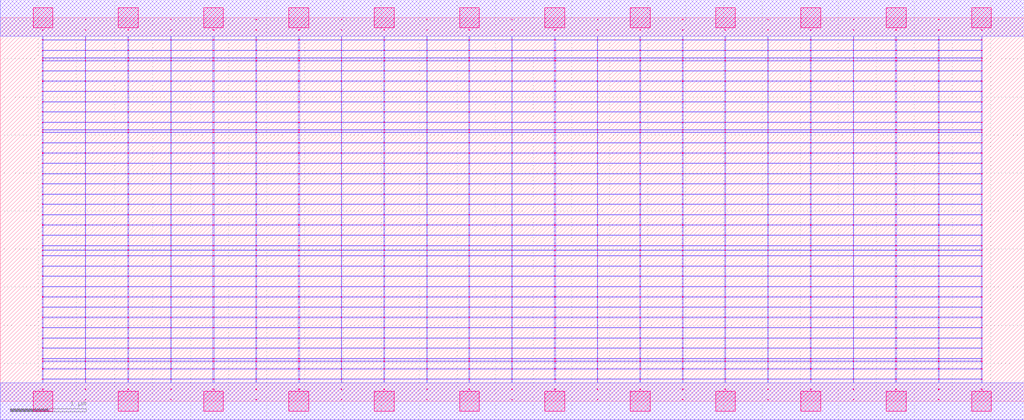
<source format=lef>
MACRO OOAOOAOI22131_DEBUG
 CLASS CORE ;
 FOREIGN OOAOOAOI22131_DEBUG 0 0 ;
 SIZE 13.44 BY 5.04 ;
 ORIGIN 0 0 ;
 SYMMETRY X Y R90 ;
 SITE unit ;

 OBS
    LAYER polycont ;
     RECT 6.71600000 2.58300000 6.72400000 2.59100000 ;
     RECT 6.71600000 2.71800000 6.72400000 2.72600000 ;
     RECT 6.71600000 2.85300000 6.72400000 2.86100000 ;
     RECT 6.71600000 2.98800000 6.72400000 2.99600000 ;
     RECT 8.95600000 2.58300000 8.96400000 2.59100000 ;
     RECT 9.51100000 2.58300000 9.52400000 2.59100000 ;
     RECT 10.07600000 2.58300000 10.08400000 2.59100000 ;
     RECT 10.63100000 2.58300000 10.64900000 2.59100000 ;
     RECT 11.19600000 2.58300000 11.20400000 2.59100000 ;
     RECT 11.75100000 2.58300000 11.76900000 2.59100000 ;
     RECT 12.31600000 2.58300000 12.32400000 2.59100000 ;
     RECT 12.87600000 2.58300000 12.88900000 2.59100000 ;
     RECT 7.27100000 2.58300000 7.28900000 2.59100000 ;
     RECT 7.27100000 2.71800000 7.28900000 2.72600000 ;
     RECT 7.83600000 2.71800000 7.84400000 2.72600000 ;
     RECT 8.39600000 2.71800000 8.40900000 2.72600000 ;
     RECT 8.95600000 2.71800000 8.96400000 2.72600000 ;
     RECT 9.51100000 2.71800000 9.52400000 2.72600000 ;
     RECT 10.07600000 2.71800000 10.08400000 2.72600000 ;
     RECT 10.63100000 2.71800000 10.64900000 2.72600000 ;
     RECT 11.19600000 2.71800000 11.20400000 2.72600000 ;
     RECT 11.75100000 2.71800000 11.76900000 2.72600000 ;
     RECT 12.31600000 2.71800000 12.32400000 2.72600000 ;
     RECT 12.87600000 2.71800000 12.88900000 2.72600000 ;
     RECT 7.83600000 2.58300000 7.84400000 2.59100000 ;
     RECT 7.27100000 2.85300000 7.28900000 2.86100000 ;
     RECT 7.83600000 2.85300000 7.84400000 2.86100000 ;
     RECT 8.39600000 2.85300000 8.40900000 2.86100000 ;
     RECT 8.95600000 2.85300000 8.96400000 2.86100000 ;
     RECT 9.51100000 2.85300000 9.52400000 2.86100000 ;
     RECT 10.07600000 2.85300000 10.08400000 2.86100000 ;
     RECT 10.63100000 2.85300000 10.64900000 2.86100000 ;
     RECT 11.19600000 2.85300000 11.20400000 2.86100000 ;
     RECT 11.75100000 2.85300000 11.76900000 2.86100000 ;
     RECT 12.31600000 2.85300000 12.32400000 2.86100000 ;
     RECT 12.87600000 2.85300000 12.88900000 2.86100000 ;
     RECT 8.39600000 2.58300000 8.40900000 2.59100000 ;
     RECT 7.27100000 2.98800000 7.28900000 2.99600000 ;
     RECT 7.83600000 2.98800000 7.84400000 2.99600000 ;
     RECT 8.39600000 2.98800000 8.40900000 2.99600000 ;
     RECT 8.95600000 2.98800000 8.96400000 2.99600000 ;
     RECT 9.51100000 2.98800000 9.52400000 2.99600000 ;
     RECT 10.07600000 2.98800000 10.08400000 2.99600000 ;
     RECT 10.63100000 2.98800000 10.64900000 2.99600000 ;
     RECT 11.19600000 2.98800000 11.20400000 2.99600000 ;
     RECT 11.75100000 2.98800000 11.76900000 2.99600000 ;
     RECT 12.31600000 2.98800000 12.32400000 2.99600000 ;
     RECT 12.87600000 2.98800000 12.88900000 2.99600000 ;
     RECT 8.95600000 3.12300000 8.96400000 3.13100000 ;
     RECT 8.95600000 3.25800000 8.96400000 3.26600000 ;
     RECT 8.95600000 3.39300000 8.96400000 3.40100000 ;
     RECT 8.95600000 3.52800000 8.96400000 3.53600000 ;
     RECT 8.95600000 3.56100000 8.96400000 3.56900000 ;
     RECT 8.95600000 3.66300000 8.96400000 3.67100000 ;
     RECT 8.95600000 3.79800000 8.96400000 3.80600000 ;
     RECT 8.95600000 3.93300000 8.96400000 3.94100000 ;
     RECT 8.95600000 4.06800000 8.96400000 4.07600000 ;
     RECT 8.95600000 4.20300000 8.96400000 4.21100000 ;
     RECT 8.95600000 4.33800000 8.96400000 4.34600000 ;
     RECT 8.95600000 4.47300000 8.96400000 4.48100000 ;
     RECT 8.95600000 4.51100000 8.96400000 4.51900000 ;
     RECT 8.95600000 4.60800000 8.96400000 4.61600000 ;
     RECT 8.95600000 4.74300000 8.96400000 4.75100000 ;
     RECT 8.95600000 4.87800000 8.96400000 4.88600000 ;
     RECT 5.03600000 2.71800000 5.04900000 2.72600000 ;
     RECT 5.59600000 2.71800000 5.60400000 2.72600000 ;
     RECT 6.15100000 2.71800000 6.16400000 2.72600000 ;
     RECT 1.11600000 2.58300000 1.12400000 2.59100000 ;
     RECT 1.67100000 2.58300000 1.68900000 2.59100000 ;
     RECT 0.55100000 2.98800000 0.56400000 2.99600000 ;
     RECT 1.11600000 2.98800000 1.12400000 2.99600000 ;
     RECT 1.67100000 2.98800000 1.68900000 2.99600000 ;
     RECT 2.23600000 2.98800000 2.24400000 2.99600000 ;
     RECT 2.79100000 2.98800000 2.80900000 2.99600000 ;
     RECT 3.35600000 2.98800000 3.36400000 2.99600000 ;
     RECT 3.91100000 2.98800000 3.92900000 2.99600000 ;
     RECT 4.47600000 2.98800000 4.48400000 2.99600000 ;
     RECT 5.03600000 2.98800000 5.04900000 2.99600000 ;
     RECT 5.59600000 2.98800000 5.60400000 2.99600000 ;
     RECT 6.15100000 2.98800000 6.16400000 2.99600000 ;
     RECT 2.23600000 2.58300000 2.24400000 2.59100000 ;
     RECT 2.79100000 2.58300000 2.80900000 2.59100000 ;
     RECT 3.35600000 2.58300000 3.36400000 2.59100000 ;
     RECT 3.91100000 2.58300000 3.92900000 2.59100000 ;
     RECT 4.47600000 2.58300000 4.48400000 2.59100000 ;
     RECT 5.03600000 2.58300000 5.04900000 2.59100000 ;
     RECT 5.59600000 2.58300000 5.60400000 2.59100000 ;
     RECT 6.15100000 2.58300000 6.16400000 2.59100000 ;
     RECT 0.55100000 2.58300000 0.56400000 2.59100000 ;
     RECT 0.55100000 2.71800000 0.56400000 2.72600000 ;
     RECT 0.55100000 2.85300000 0.56400000 2.86100000 ;
     RECT 1.11600000 2.85300000 1.12400000 2.86100000 ;
     RECT 5.59600000 3.12300000 5.60400000 3.13100000 ;
     RECT 1.67100000 2.85300000 1.68900000 2.86100000 ;
     RECT 5.59600000 3.25800000 5.60400000 3.26600000 ;
     RECT 2.23600000 2.85300000 2.24400000 2.86100000 ;
     RECT 5.59600000 3.39300000 5.60400000 3.40100000 ;
     RECT 2.79100000 2.85300000 2.80900000 2.86100000 ;
     RECT 5.59600000 3.52800000 5.60400000 3.53600000 ;
     RECT 3.35600000 2.85300000 3.36400000 2.86100000 ;
     RECT 5.59600000 3.56100000 5.60400000 3.56900000 ;
     RECT 3.91100000 2.85300000 3.92900000 2.86100000 ;
     RECT 5.59600000 3.66300000 5.60400000 3.67100000 ;
     RECT 4.47600000 2.85300000 4.48400000 2.86100000 ;
     RECT 5.59600000 3.79800000 5.60400000 3.80600000 ;
     RECT 5.03600000 2.85300000 5.04900000 2.86100000 ;
     RECT 5.59600000 3.93300000 5.60400000 3.94100000 ;
     RECT 5.59600000 2.85300000 5.60400000 2.86100000 ;
     RECT 5.59600000 4.06800000 5.60400000 4.07600000 ;
     RECT 6.15100000 2.85300000 6.16400000 2.86100000 ;
     RECT 5.59600000 4.20300000 5.60400000 4.21100000 ;
     RECT 1.11600000 2.71800000 1.12400000 2.72600000 ;
     RECT 5.59600000 4.33800000 5.60400000 4.34600000 ;
     RECT 1.67100000 2.71800000 1.68900000 2.72600000 ;
     RECT 5.59600000 4.47300000 5.60400000 4.48100000 ;
     RECT 2.23600000 2.71800000 2.24400000 2.72600000 ;
     RECT 5.59600000 4.51100000 5.60400000 4.51900000 ;
     RECT 2.79100000 2.71800000 2.80900000 2.72600000 ;
     RECT 5.59600000 4.60800000 5.60400000 4.61600000 ;
     RECT 3.35600000 2.71800000 3.36400000 2.72600000 ;
     RECT 5.59600000 4.74300000 5.60400000 4.75100000 ;
     RECT 3.91100000 2.71800000 3.92900000 2.72600000 ;
     RECT 5.59600000 4.87800000 5.60400000 4.88600000 ;
     RECT 4.47600000 2.71800000 4.48400000 2.72600000 ;
     RECT 2.23600000 0.55800000 2.24400000 0.56600000 ;
     RECT 2.23600000 0.69300000 2.24400000 0.70100000 ;
     RECT 2.23600000 0.82800000 2.24400000 0.83600000 ;
     RECT 2.23600000 0.96300000 2.24400000 0.97100000 ;
     RECT 2.23600000 1.09800000 2.24400000 1.10600000 ;
     RECT 2.23600000 1.23300000 2.24400000 1.24100000 ;
     RECT 2.23600000 1.36800000 2.24400000 1.37600000 ;
     RECT 2.23600000 1.50300000 2.24400000 1.51100000 ;
     RECT 2.23600000 1.63800000 2.24400000 1.64600000 ;
     RECT 2.23600000 1.77300000 2.24400000 1.78100000 ;
     RECT 2.23600000 1.90800000 2.24400000 1.91600000 ;
     RECT 2.23600000 1.98100000 2.24400000 1.98900000 ;
     RECT 2.23600000 2.04300000 2.24400000 2.05100000 ;
     RECT 2.23600000 2.17800000 2.24400000 2.18600000 ;
     RECT 2.23600000 2.31300000 2.24400000 2.32100000 ;
     RECT 2.23600000 2.44800000 2.24400000 2.45600000 ;
     RECT 2.23600000 0.15300000 2.24400000 0.16100000 ;
     RECT 2.23600000 0.28800000 2.24400000 0.29600000 ;
     RECT 2.23600000 0.42300000 2.24400000 0.43100000 ;
     RECT 2.23600000 0.52100000 2.24400000 0.52900000 ;
     RECT 12.87600000 0.42300000 12.88900000 0.43100000 ;
     RECT 12.31600000 1.09800000 12.32400000 1.10600000 ;
     RECT 12.87600000 1.09800000 12.88900000 1.10600000 ;
     RECT 12.31600000 0.15300000 12.32400000 0.16100000 ;
     RECT 12.31600000 1.23300000 12.32400000 1.24100000 ;
     RECT 12.87600000 1.23300000 12.88900000 1.24100000 ;
     RECT 12.31600000 0.52100000 12.32400000 0.52900000 ;
     RECT 12.31600000 1.36800000 12.32400000 1.37600000 ;
     RECT 12.87600000 1.36800000 12.88900000 1.37600000 ;
     RECT 12.87600000 0.52100000 12.88900000 0.52900000 ;
     RECT 12.31600000 1.50300000 12.32400000 1.51100000 ;
     RECT 12.87600000 1.50300000 12.88900000 1.51100000 ;
     RECT 12.31600000 0.28800000 12.32400000 0.29600000 ;
     RECT 12.31600000 1.63800000 12.32400000 1.64600000 ;
     RECT 12.87600000 1.63800000 12.88900000 1.64600000 ;
     RECT 12.31600000 0.55800000 12.32400000 0.56600000 ;
     RECT 12.31600000 1.77300000 12.32400000 1.78100000 ;
     RECT 12.87600000 1.77300000 12.88900000 1.78100000 ;
     RECT 12.87600000 0.55800000 12.88900000 0.56600000 ;
     RECT 12.31600000 1.90800000 12.32400000 1.91600000 ;
     RECT 12.87600000 1.90800000 12.88900000 1.91600000 ;
     RECT 12.87600000 0.28800000 12.88900000 0.29600000 ;
     RECT 12.31600000 1.98100000 12.32400000 1.98900000 ;
     RECT 12.87600000 1.98100000 12.88900000 1.98900000 ;
     RECT 12.31600000 0.69300000 12.32400000 0.70100000 ;
     RECT 12.31600000 2.04300000 12.32400000 2.05100000 ;
     RECT 12.87600000 2.04300000 12.88900000 2.05100000 ;
     RECT 12.87600000 0.69300000 12.88900000 0.70100000 ;
     RECT 12.31600000 2.17800000 12.32400000 2.18600000 ;
     RECT 12.87600000 2.17800000 12.88900000 2.18600000 ;
     RECT 12.87600000 0.15300000 12.88900000 0.16100000 ;
     RECT 12.31600000 2.31300000 12.32400000 2.32100000 ;
     RECT 12.87600000 2.31300000 12.88900000 2.32100000 ;
     RECT 12.31600000 0.82800000 12.32400000 0.83600000 ;
     RECT 12.31600000 2.44800000 12.32400000 2.45600000 ;
     RECT 12.87600000 2.44800000 12.88900000 2.45600000 ;
     RECT 12.87600000 0.82800000 12.88900000 0.83600000 ;
     RECT 12.31600000 0.42300000 12.32400000 0.43100000 ;
     RECT 12.31600000 0.96300000 12.32400000 0.97100000 ;
     RECT 12.87600000 0.96300000 12.88900000 0.97100000 ;

    LAYER pdiffc ;
     RECT 0.55100000 3.39300000 0.55900000 3.40100000 ;
     RECT 5.04100000 3.39300000 5.04900000 3.40100000 ;
     RECT 6.15100000 3.39300000 6.15900000 3.40100000 ;
     RECT 8.40100000 3.39300000 8.40900000 3.40100000 ;
     RECT 9.51100000 3.39300000 9.51900000 3.40100000 ;
     RECT 12.88100000 3.39300000 12.88900000 3.40100000 ;
     RECT 0.55100000 3.52800000 0.55900000 3.53600000 ;
     RECT 5.04100000 3.52800000 5.04900000 3.53600000 ;
     RECT 6.15100000 3.52800000 6.15900000 3.53600000 ;
     RECT 8.40100000 3.52800000 8.40900000 3.53600000 ;
     RECT 9.51100000 3.52800000 9.51900000 3.53600000 ;
     RECT 12.88100000 3.52800000 12.88900000 3.53600000 ;
     RECT 0.55100000 3.56100000 0.55900000 3.56900000 ;
     RECT 5.04100000 3.56100000 5.04900000 3.56900000 ;
     RECT 6.15100000 3.56100000 6.15900000 3.56900000 ;
     RECT 8.40100000 3.56100000 8.40900000 3.56900000 ;
     RECT 9.51100000 3.56100000 9.51900000 3.56900000 ;
     RECT 12.88100000 3.56100000 12.88900000 3.56900000 ;
     RECT 0.55100000 3.66300000 0.55900000 3.67100000 ;
     RECT 5.04100000 3.66300000 5.04900000 3.67100000 ;
     RECT 6.15100000 3.66300000 6.15900000 3.67100000 ;
     RECT 8.40100000 3.66300000 8.40900000 3.67100000 ;
     RECT 9.51100000 3.66300000 9.51900000 3.67100000 ;
     RECT 12.88100000 3.66300000 12.88900000 3.67100000 ;
     RECT 0.55100000 3.79800000 0.55900000 3.80600000 ;
     RECT 5.04100000 3.79800000 5.04900000 3.80600000 ;
     RECT 6.15100000 3.79800000 6.15900000 3.80600000 ;
     RECT 8.40100000 3.79800000 8.40900000 3.80600000 ;
     RECT 9.51100000 3.79800000 9.51900000 3.80600000 ;
     RECT 12.88100000 3.79800000 12.88900000 3.80600000 ;
     RECT 0.55100000 3.93300000 0.55900000 3.94100000 ;
     RECT 5.04100000 3.93300000 5.04900000 3.94100000 ;
     RECT 6.15100000 3.93300000 6.15900000 3.94100000 ;
     RECT 8.40100000 3.93300000 8.40900000 3.94100000 ;
     RECT 9.51100000 3.93300000 9.51900000 3.94100000 ;
     RECT 12.88100000 3.93300000 12.88900000 3.94100000 ;
     RECT 0.55100000 4.06800000 0.55900000 4.07600000 ;
     RECT 5.04100000 4.06800000 5.04900000 4.07600000 ;
     RECT 6.15100000 4.06800000 6.15900000 4.07600000 ;
     RECT 8.40100000 4.06800000 8.40900000 4.07600000 ;
     RECT 9.51100000 4.06800000 9.51900000 4.07600000 ;
     RECT 12.88100000 4.06800000 12.88900000 4.07600000 ;
     RECT 0.55100000 4.20300000 0.55900000 4.21100000 ;
     RECT 5.04100000 4.20300000 5.04900000 4.21100000 ;
     RECT 6.15100000 4.20300000 6.15900000 4.21100000 ;
     RECT 8.40100000 4.20300000 8.40900000 4.21100000 ;
     RECT 9.51100000 4.20300000 9.51900000 4.21100000 ;
     RECT 12.88100000 4.20300000 12.88900000 4.21100000 ;
     RECT 0.55100000 4.33800000 0.55900000 4.34600000 ;
     RECT 5.04100000 4.33800000 5.04900000 4.34600000 ;
     RECT 6.15100000 4.33800000 6.15900000 4.34600000 ;
     RECT 8.40100000 4.33800000 8.40900000 4.34600000 ;
     RECT 9.51100000 4.33800000 9.51900000 4.34600000 ;
     RECT 12.88100000 4.33800000 12.88900000 4.34600000 ;
     RECT 0.55100000 4.47300000 0.55900000 4.48100000 ;
     RECT 5.04100000 4.47300000 5.04900000 4.48100000 ;
     RECT 6.15100000 4.47300000 6.15900000 4.48100000 ;
     RECT 8.40100000 4.47300000 8.40900000 4.48100000 ;
     RECT 9.51100000 4.47300000 9.51900000 4.48100000 ;
     RECT 12.88100000 4.47300000 12.88900000 4.48100000 ;
     RECT 0.55100000 4.51100000 0.55900000 4.51900000 ;
     RECT 5.04100000 4.51100000 5.04900000 4.51900000 ;
     RECT 6.15100000 4.51100000 6.15900000 4.51900000 ;
     RECT 8.40100000 4.51100000 8.40900000 4.51900000 ;
     RECT 9.51100000 4.51100000 9.51900000 4.51900000 ;
     RECT 12.88100000 4.51100000 12.88900000 4.51900000 ;
     RECT 0.55100000 4.60800000 0.55900000 4.61600000 ;
     RECT 5.04100000 4.60800000 5.04900000 4.61600000 ;
     RECT 6.15100000 4.60800000 6.15900000 4.61600000 ;
     RECT 8.40100000 4.60800000 8.40900000 4.61600000 ;
     RECT 9.51100000 4.60800000 9.51900000 4.61600000 ;
     RECT 12.88100000 4.60800000 12.88900000 4.61600000 ;

    LAYER ndiffc ;
     RECT 6.15100000 0.42300000 6.16400000 0.43100000 ;
     RECT 6.15100000 0.52100000 6.16400000 0.52900000 ;
     RECT 6.15100000 0.55800000 6.16400000 0.56600000 ;
     RECT 6.15100000 0.69300000 6.16400000 0.70100000 ;
     RECT 6.15100000 0.82800000 6.16400000 0.83600000 ;
     RECT 6.15100000 0.96300000 6.16400000 0.97100000 ;
     RECT 6.15100000 1.09800000 6.16400000 1.10600000 ;
     RECT 6.15100000 1.23300000 6.16400000 1.24100000 ;
     RECT 6.15100000 1.36800000 6.16400000 1.37600000 ;
     RECT 6.15100000 1.50300000 6.16400000 1.51100000 ;
     RECT 6.15100000 1.63800000 6.16400000 1.64600000 ;
     RECT 6.15100000 1.77300000 6.16400000 1.78100000 ;
     RECT 6.15100000 1.90800000 6.16400000 1.91600000 ;
     RECT 6.15100000 1.98100000 6.16400000 1.98900000 ;
     RECT 6.15100000 2.04300000 6.16400000 2.05100000 ;
     RECT 9.51100000 0.55800000 9.52400000 0.56600000 ;
     RECT 10.63100000 0.55800000 10.64900000 0.56600000 ;
     RECT 11.75100000 0.55800000 11.76900000 0.56600000 ;
     RECT 9.51100000 0.42300000 9.52400000 0.43100000 ;
     RECT 7.27100000 0.69300000 7.28900000 0.70100000 ;
     RECT 8.39600000 0.69300000 8.40900000 0.70100000 ;
     RECT 9.51100000 0.69300000 9.52400000 0.70100000 ;
     RECT 10.63100000 0.69300000 10.64900000 0.70100000 ;
     RECT 11.75100000 0.69300000 11.76900000 0.70100000 ;
     RECT 10.63100000 0.42300000 10.64900000 0.43100000 ;
     RECT 7.27100000 0.82800000 7.28900000 0.83600000 ;
     RECT 8.39600000 0.82800000 8.40900000 0.83600000 ;
     RECT 9.51100000 0.82800000 9.52400000 0.83600000 ;
     RECT 10.63100000 0.82800000 10.64900000 0.83600000 ;
     RECT 11.75100000 0.82800000 11.76900000 0.83600000 ;
     RECT 11.75100000 0.42300000 11.76900000 0.43100000 ;
     RECT 7.27100000 0.96300000 7.28900000 0.97100000 ;
     RECT 8.39600000 0.96300000 8.40900000 0.97100000 ;
     RECT 9.51100000 0.96300000 9.52400000 0.97100000 ;
     RECT 10.63100000 0.96300000 10.64900000 0.97100000 ;
     RECT 11.75100000 0.96300000 11.76900000 0.97100000 ;
     RECT 7.27100000 0.42300000 7.28900000 0.43100000 ;
     RECT 7.27100000 1.09800000 7.28900000 1.10600000 ;
     RECT 8.39600000 1.09800000 8.40900000 1.10600000 ;
     RECT 9.51100000 1.09800000 9.52400000 1.10600000 ;
     RECT 10.63100000 1.09800000 10.64900000 1.10600000 ;
     RECT 11.75100000 1.09800000 11.76900000 1.10600000 ;
     RECT 7.27100000 0.52100000 7.28900000 0.52900000 ;
     RECT 7.27100000 1.23300000 7.28900000 1.24100000 ;
     RECT 8.39600000 1.23300000 8.40900000 1.24100000 ;
     RECT 9.51100000 1.23300000 9.52400000 1.24100000 ;
     RECT 10.63100000 1.23300000 10.64900000 1.24100000 ;
     RECT 11.75100000 1.23300000 11.76900000 1.24100000 ;
     RECT 8.39600000 0.52100000 8.40900000 0.52900000 ;
     RECT 7.27100000 1.36800000 7.28900000 1.37600000 ;
     RECT 8.39600000 1.36800000 8.40900000 1.37600000 ;
     RECT 9.51100000 1.36800000 9.52400000 1.37600000 ;
     RECT 10.63100000 1.36800000 10.64900000 1.37600000 ;
     RECT 11.75100000 1.36800000 11.76900000 1.37600000 ;
     RECT 9.51100000 0.52100000 9.52400000 0.52900000 ;
     RECT 7.27100000 1.50300000 7.28900000 1.51100000 ;
     RECT 8.39600000 1.50300000 8.40900000 1.51100000 ;
     RECT 9.51100000 1.50300000 9.52400000 1.51100000 ;
     RECT 10.63100000 1.50300000 10.64900000 1.51100000 ;
     RECT 11.75100000 1.50300000 11.76900000 1.51100000 ;
     RECT 10.63100000 0.52100000 10.64900000 0.52900000 ;
     RECT 7.27100000 1.63800000 7.28900000 1.64600000 ;
     RECT 8.39600000 1.63800000 8.40900000 1.64600000 ;
     RECT 9.51100000 1.63800000 9.52400000 1.64600000 ;
     RECT 10.63100000 1.63800000 10.64900000 1.64600000 ;
     RECT 11.75100000 1.63800000 11.76900000 1.64600000 ;
     RECT 11.75100000 0.52100000 11.76900000 0.52900000 ;
     RECT 7.27100000 1.77300000 7.28900000 1.78100000 ;
     RECT 8.39600000 1.77300000 8.40900000 1.78100000 ;
     RECT 9.51100000 1.77300000 9.52400000 1.78100000 ;
     RECT 10.63100000 1.77300000 10.64900000 1.78100000 ;
     RECT 11.75100000 1.77300000 11.76900000 1.78100000 ;
     RECT 8.39600000 0.42300000 8.40900000 0.43100000 ;
     RECT 7.27100000 1.90800000 7.28900000 1.91600000 ;
     RECT 8.39600000 1.90800000 8.40900000 1.91600000 ;
     RECT 9.51100000 1.90800000 9.52400000 1.91600000 ;
     RECT 10.63100000 1.90800000 10.64900000 1.91600000 ;
     RECT 11.75100000 1.90800000 11.76900000 1.91600000 ;
     RECT 7.27100000 0.55800000 7.28900000 0.56600000 ;
     RECT 7.27100000 1.98100000 7.28900000 1.98900000 ;
     RECT 8.39600000 1.98100000 8.40900000 1.98900000 ;
     RECT 9.51100000 1.98100000 9.52400000 1.98900000 ;
     RECT 10.63100000 1.98100000 10.64900000 1.98900000 ;
     RECT 11.75100000 1.98100000 11.76900000 1.98900000 ;
     RECT 8.39600000 0.55800000 8.40900000 0.56600000 ;
     RECT 7.27100000 2.04300000 7.28900000 2.05100000 ;
     RECT 8.39600000 2.04300000 8.40900000 2.05100000 ;
     RECT 9.51100000 2.04300000 9.52400000 2.05100000 ;
     RECT 10.63100000 2.04300000 10.64900000 2.05100000 ;
     RECT 11.75100000 2.04300000 11.76900000 2.05100000 ;
     RECT 2.79100000 1.36800000 2.80900000 1.37600000 ;
     RECT 3.91100000 1.36800000 3.92900000 1.37600000 ;
     RECT 5.03600000 1.36800000 5.04900000 1.37600000 ;
     RECT 5.03600000 0.82800000 5.04900000 0.83600000 ;
     RECT 2.79100000 0.55800000 2.80900000 0.56600000 ;
     RECT 3.91100000 0.55800000 3.92900000 0.56600000 ;
     RECT 5.03600000 0.55800000 5.04900000 0.56600000 ;
     RECT 1.67100000 0.52100000 1.68900000 0.52900000 ;
     RECT 2.79100000 0.52100000 2.80900000 0.52900000 ;
     RECT 0.55100000 1.50300000 0.56400000 1.51100000 ;
     RECT 1.67100000 1.50300000 1.68900000 1.51100000 ;
     RECT 2.79100000 1.50300000 2.80900000 1.51100000 ;
     RECT 3.91100000 1.50300000 3.92900000 1.51100000 ;
     RECT 5.03600000 1.50300000 5.04900000 1.51100000 ;
     RECT 3.91100000 0.52100000 3.92900000 0.52900000 ;
     RECT 0.55100000 0.96300000 0.56400000 0.97100000 ;
     RECT 1.67100000 0.96300000 1.68900000 0.97100000 ;
     RECT 2.79100000 0.96300000 2.80900000 0.97100000 ;
     RECT 3.91100000 0.96300000 3.92900000 0.97100000 ;
     RECT 5.03600000 0.96300000 5.04900000 0.97100000 ;
     RECT 0.55100000 1.63800000 0.56400000 1.64600000 ;
     RECT 1.67100000 1.63800000 1.68900000 1.64600000 ;
     RECT 2.79100000 1.63800000 2.80900000 1.64600000 ;
     RECT 3.91100000 1.63800000 3.92900000 1.64600000 ;
     RECT 5.03600000 1.63800000 5.04900000 1.64600000 ;
     RECT 5.03600000 0.52100000 5.04900000 0.52900000 ;
     RECT 1.67100000 0.42300000 1.68900000 0.43100000 ;
     RECT 2.79100000 0.42300000 2.80900000 0.43100000 ;
     RECT 0.55100000 0.69300000 0.56400000 0.70100000 ;
     RECT 1.67100000 0.69300000 1.68900000 0.70100000 ;
     RECT 2.79100000 0.69300000 2.80900000 0.70100000 ;
     RECT 0.55100000 1.77300000 0.56400000 1.78100000 ;
     RECT 1.67100000 1.77300000 1.68900000 1.78100000 ;
     RECT 2.79100000 1.77300000 2.80900000 1.78100000 ;
     RECT 3.91100000 1.77300000 3.92900000 1.78100000 ;
     RECT 5.03600000 1.77300000 5.04900000 1.78100000 ;
     RECT 0.55100000 1.09800000 0.56400000 1.10600000 ;
     RECT 1.67100000 1.09800000 1.68900000 1.10600000 ;
     RECT 2.79100000 1.09800000 2.80900000 1.10600000 ;
     RECT 3.91100000 1.09800000 3.92900000 1.10600000 ;
     RECT 5.03600000 1.09800000 5.04900000 1.10600000 ;
     RECT 3.91100000 0.69300000 3.92900000 0.70100000 ;
     RECT 0.55100000 1.90800000 0.56400000 1.91600000 ;
     RECT 1.67100000 1.90800000 1.68900000 1.91600000 ;
     RECT 2.79100000 1.90800000 2.80900000 1.91600000 ;
     RECT 3.91100000 1.90800000 3.92900000 1.91600000 ;
     RECT 5.03600000 1.90800000 5.04900000 1.91600000 ;
     RECT 5.03600000 0.69300000 5.04900000 0.70100000 ;
     RECT 3.91100000 0.42300000 3.92900000 0.43100000 ;
     RECT 5.03600000 0.42300000 5.04900000 0.43100000 ;
     RECT 0.55100000 0.42300000 0.56400000 0.43100000 ;
     RECT 0.55100000 0.52100000 0.56400000 0.52900000 ;
     RECT 0.55100000 1.23300000 0.56400000 1.24100000 ;
     RECT 0.55100000 1.98100000 0.56400000 1.98900000 ;
     RECT 1.67100000 1.98100000 1.68900000 1.98900000 ;
     RECT 2.79100000 1.98100000 2.80900000 1.98900000 ;
     RECT 3.91100000 1.98100000 3.92900000 1.98900000 ;
     RECT 5.03600000 1.98100000 5.04900000 1.98900000 ;
     RECT 1.67100000 1.23300000 1.68900000 1.24100000 ;
     RECT 2.79100000 1.23300000 2.80900000 1.24100000 ;
     RECT 3.91100000 1.23300000 3.92900000 1.24100000 ;
     RECT 5.03600000 1.23300000 5.04900000 1.24100000 ;
     RECT 0.55100000 0.55800000 0.56400000 0.56600000 ;
     RECT 1.67100000 0.55800000 1.68900000 0.56600000 ;
     RECT 0.55100000 2.04300000 0.56400000 2.05100000 ;
     RECT 1.67100000 2.04300000 1.68900000 2.05100000 ;
     RECT 2.79100000 2.04300000 2.80900000 2.05100000 ;
     RECT 3.91100000 2.04300000 3.92900000 2.05100000 ;
     RECT 5.03600000 2.04300000 5.04900000 2.05100000 ;
     RECT 0.55100000 0.82800000 0.56400000 0.83600000 ;
     RECT 1.67100000 0.82800000 1.68900000 0.83600000 ;
     RECT 2.79100000 0.82800000 2.80900000 0.83600000 ;
     RECT 3.91100000 0.82800000 3.92900000 0.83600000 ;
     RECT 0.55100000 1.36800000 0.56400000 1.37600000 ;
     RECT 1.67100000 1.36800000 1.68900000 1.37600000 ;

    LAYER met1 ;
     RECT 0.00000000 -0.24000000 13.44000000 0.24000000 ;
     RECT 6.71600000 0.24000000 6.72400000 0.28800000 ;
     RECT 0.55100000 0.28800000 12.88900000 0.29600000 ;
     RECT 6.71600000 0.29600000 6.72400000 0.42300000 ;
     RECT 0.55100000 0.42300000 12.88900000 0.43100000 ;
     RECT 6.71600000 0.43100000 6.72400000 0.52100000 ;
     RECT 0.55100000 0.52100000 12.88900000 0.52900000 ;
     RECT 6.71600000 0.52900000 6.72400000 0.55800000 ;
     RECT 0.55100000 0.55800000 12.88900000 0.56600000 ;
     RECT 6.71600000 0.56600000 6.72400000 0.69300000 ;
     RECT 0.55100000 0.69300000 12.88900000 0.70100000 ;
     RECT 6.71600000 0.70100000 6.72400000 0.82800000 ;
     RECT 0.55100000 0.82800000 12.88900000 0.83600000 ;
     RECT 6.71600000 0.83600000 6.72400000 0.96300000 ;
     RECT 0.55100000 0.96300000 12.88900000 0.97100000 ;
     RECT 6.71600000 0.97100000 6.72400000 1.09800000 ;
     RECT 0.55100000 1.09800000 12.88900000 1.10600000 ;
     RECT 6.71600000 1.10600000 6.72400000 1.23300000 ;
     RECT 0.55100000 1.23300000 12.88900000 1.24100000 ;
     RECT 6.71600000 1.24100000 6.72400000 1.36800000 ;
     RECT 0.55100000 1.36800000 12.88900000 1.37600000 ;
     RECT 6.71600000 1.37600000 6.72400000 1.50300000 ;
     RECT 0.55100000 1.50300000 12.88900000 1.51100000 ;
     RECT 6.71600000 1.51100000 6.72400000 1.63800000 ;
     RECT 0.55100000 1.63800000 12.88900000 1.64600000 ;
     RECT 6.71600000 1.64600000 6.72400000 1.77300000 ;
     RECT 0.55100000 1.77300000 12.88900000 1.78100000 ;
     RECT 6.71600000 1.78100000 6.72400000 1.90800000 ;
     RECT 0.55100000 1.90800000 12.88900000 1.91600000 ;
     RECT 6.71600000 1.91600000 6.72400000 1.98100000 ;
     RECT 0.55100000 1.98100000 12.88900000 1.98900000 ;
     RECT 6.71600000 1.98900000 6.72400000 2.04300000 ;
     RECT 0.55100000 2.04300000 12.88900000 2.05100000 ;
     RECT 6.71600000 2.05100000 6.72400000 2.17800000 ;
     RECT 0.55100000 2.17800000 12.88900000 2.18600000 ;
     RECT 6.71600000 2.18600000 6.72400000 2.31300000 ;
     RECT 0.55100000 2.31300000 12.88900000 2.32100000 ;
     RECT 6.71600000 2.32100000 6.72400000 2.44800000 ;
     RECT 0.55100000 2.44800000 12.88900000 2.45600000 ;
     RECT 0.55100000 2.45600000 0.56400000 2.58300000 ;
     RECT 1.11600000 2.45600000 1.12400000 2.58300000 ;
     RECT 1.67100000 2.45600000 1.68900000 2.58300000 ;
     RECT 2.23600000 2.45600000 2.24400000 2.58300000 ;
     RECT 2.79100000 2.45600000 2.80900000 2.58300000 ;
     RECT 3.35600000 2.45600000 3.36400000 2.58300000 ;
     RECT 3.91100000 2.45600000 3.92900000 2.58300000 ;
     RECT 4.47600000 2.45600000 4.48400000 2.58300000 ;
     RECT 5.03600000 2.45600000 5.04900000 2.58300000 ;
     RECT 5.59600000 2.45600000 5.60400000 2.58300000 ;
     RECT 6.15100000 2.45600000 6.16400000 2.58300000 ;
     RECT 6.71600000 2.45600000 6.72400000 2.58300000 ;
     RECT 7.27100000 2.45600000 7.28900000 2.58300000 ;
     RECT 7.83600000 2.45600000 7.84400000 2.58300000 ;
     RECT 8.39600000 2.45600000 8.40900000 2.58300000 ;
     RECT 8.95600000 2.45600000 8.96400000 2.58300000 ;
     RECT 9.51100000 2.45600000 9.52400000 2.58300000 ;
     RECT 10.07600000 2.45600000 10.08400000 2.58300000 ;
     RECT 10.63100000 2.45600000 10.64900000 2.58300000 ;
     RECT 11.19600000 2.45600000 11.20400000 2.58300000 ;
     RECT 11.75100000 2.45600000 11.76900000 2.58300000 ;
     RECT 12.31600000 2.45600000 12.32400000 2.58300000 ;
     RECT 12.87600000 2.45600000 12.88900000 2.58300000 ;
     RECT 0.55100000 2.58300000 12.88900000 2.59100000 ;
     RECT 6.71600000 2.59100000 6.72400000 2.71800000 ;
     RECT 0.55100000 2.71800000 12.88900000 2.72600000 ;
     RECT 6.71600000 2.72600000 6.72400000 2.85300000 ;
     RECT 0.55100000 2.85300000 12.88900000 2.86100000 ;
     RECT 6.71600000 2.86100000 6.72400000 2.98800000 ;
     RECT 0.55100000 2.98800000 12.88900000 2.99600000 ;
     RECT 6.71600000 2.99600000 6.72400000 3.12300000 ;
     RECT 0.55100000 3.12300000 12.88900000 3.13100000 ;
     RECT 6.71600000 3.13100000 6.72400000 3.25800000 ;
     RECT 0.55100000 3.25800000 12.88900000 3.26600000 ;
     RECT 6.71600000 3.26600000 6.72400000 3.39300000 ;
     RECT 0.55100000 3.39300000 12.88900000 3.40100000 ;
     RECT 6.71600000 3.40100000 6.72400000 3.52800000 ;
     RECT 0.55100000 3.52800000 12.88900000 3.53600000 ;
     RECT 6.71600000 3.53600000 6.72400000 3.56100000 ;
     RECT 0.55100000 3.56100000 12.88900000 3.56900000 ;
     RECT 6.71600000 3.56900000 6.72400000 3.66300000 ;
     RECT 0.55100000 3.66300000 12.88900000 3.67100000 ;
     RECT 6.71600000 3.67100000 6.72400000 3.79800000 ;
     RECT 0.55100000 3.79800000 12.88900000 3.80600000 ;
     RECT 6.71600000 3.80600000 6.72400000 3.93300000 ;
     RECT 0.55100000 3.93300000 12.88900000 3.94100000 ;
     RECT 6.71600000 3.94100000 6.72400000 4.06800000 ;
     RECT 0.55100000 4.06800000 12.88900000 4.07600000 ;
     RECT 6.71600000 4.07600000 6.72400000 4.20300000 ;
     RECT 0.55100000 4.20300000 12.88900000 4.21100000 ;
     RECT 6.71600000 4.21100000 6.72400000 4.33800000 ;
     RECT 0.55100000 4.33800000 12.88900000 4.34600000 ;
     RECT 6.71600000 4.34600000 6.72400000 4.47300000 ;
     RECT 0.55100000 4.47300000 12.88900000 4.48100000 ;
     RECT 6.71600000 4.48100000 6.72400000 4.51100000 ;
     RECT 0.55100000 4.51100000 12.88900000 4.51900000 ;
     RECT 6.71600000 4.51900000 6.72400000 4.60800000 ;
     RECT 0.55100000 4.60800000 12.88900000 4.61600000 ;
     RECT 6.71600000 4.61600000 6.72400000 4.74300000 ;
     RECT 0.55100000 4.74300000 12.88900000 4.75100000 ;
     RECT 6.71600000 4.75100000 6.72400000 4.80000000 ;
     RECT 0.00000000 4.80000000 13.44000000 5.28000000 ;
     RECT 10.07600000 2.59100000 10.08400000 2.71800000 ;
     RECT 10.07600000 2.99600000 10.08400000 3.12300000 ;
     RECT 10.07600000 3.13100000 10.08400000 3.25800000 ;
     RECT 10.07600000 3.26600000 10.08400000 3.39300000 ;
     RECT 10.07600000 3.40100000 10.08400000 3.52800000 ;
     RECT 10.07600000 3.53600000 10.08400000 3.56100000 ;
     RECT 10.07600000 3.56900000 10.08400000 3.66300000 ;
     RECT 10.07600000 3.67100000 10.08400000 3.79800000 ;
     RECT 10.07600000 2.72600000 10.08400000 2.85300000 ;
     RECT 7.27100000 3.80600000 7.28900000 3.93300000 ;
     RECT 7.83600000 3.80600000 7.84400000 3.93300000 ;
     RECT 8.39600000 3.80600000 8.40900000 3.93300000 ;
     RECT 8.95600000 3.80600000 8.96400000 3.93300000 ;
     RECT 9.51100000 3.80600000 9.52400000 3.93300000 ;
     RECT 10.07600000 3.80600000 10.08400000 3.93300000 ;
     RECT 10.63100000 3.80600000 10.64900000 3.93300000 ;
     RECT 11.19600000 3.80600000 11.20400000 3.93300000 ;
     RECT 11.75100000 3.80600000 11.76900000 3.93300000 ;
     RECT 12.31600000 3.80600000 12.32400000 3.93300000 ;
     RECT 12.87600000 3.80600000 12.88900000 3.93300000 ;
     RECT 10.07600000 3.94100000 10.08400000 4.06800000 ;
     RECT 10.07600000 4.07600000 10.08400000 4.20300000 ;
     RECT 10.07600000 4.21100000 10.08400000 4.33800000 ;
     RECT 10.07600000 4.34600000 10.08400000 4.47300000 ;
     RECT 10.07600000 4.48100000 10.08400000 4.51100000 ;
     RECT 10.07600000 2.86100000 10.08400000 2.98800000 ;
     RECT 10.07600000 4.51900000 10.08400000 4.60800000 ;
     RECT 10.07600000 4.61600000 10.08400000 4.74300000 ;
     RECT 10.07600000 4.75100000 10.08400000 4.80000000 ;
     RECT 11.75100000 4.07600000 11.76900000 4.20300000 ;
     RECT 12.31600000 4.07600000 12.32400000 4.20300000 ;
     RECT 12.87600000 4.07600000 12.88900000 4.20300000 ;
     RECT 11.19600000 3.94100000 11.20400000 4.06800000 ;
     RECT 10.63100000 4.21100000 10.64900000 4.33800000 ;
     RECT 11.19600000 4.21100000 11.20400000 4.33800000 ;
     RECT 11.75100000 4.21100000 11.76900000 4.33800000 ;
     RECT 12.31600000 4.21100000 12.32400000 4.33800000 ;
     RECT 12.87600000 4.21100000 12.88900000 4.33800000 ;
     RECT 11.75100000 3.94100000 11.76900000 4.06800000 ;
     RECT 10.63100000 4.34600000 10.64900000 4.47300000 ;
     RECT 11.19600000 4.34600000 11.20400000 4.47300000 ;
     RECT 11.75100000 4.34600000 11.76900000 4.47300000 ;
     RECT 12.31600000 4.34600000 12.32400000 4.47300000 ;
     RECT 12.87600000 4.34600000 12.88900000 4.47300000 ;
     RECT 12.31600000 3.94100000 12.32400000 4.06800000 ;
     RECT 10.63100000 4.48100000 10.64900000 4.51100000 ;
     RECT 11.19600000 4.48100000 11.20400000 4.51100000 ;
     RECT 11.75100000 4.48100000 11.76900000 4.51100000 ;
     RECT 12.31600000 4.48100000 12.32400000 4.51100000 ;
     RECT 12.87600000 4.48100000 12.88900000 4.51100000 ;
     RECT 12.87600000 3.94100000 12.88900000 4.06800000 ;
     RECT 10.63100000 3.94100000 10.64900000 4.06800000 ;
     RECT 10.63100000 4.51900000 10.64900000 4.60800000 ;
     RECT 11.19600000 4.51900000 11.20400000 4.60800000 ;
     RECT 11.75100000 4.51900000 11.76900000 4.60800000 ;
     RECT 12.31600000 4.51900000 12.32400000 4.60800000 ;
     RECT 12.87600000 4.51900000 12.88900000 4.60800000 ;
     RECT 10.63100000 4.07600000 10.64900000 4.20300000 ;
     RECT 10.63100000 4.61600000 10.64900000 4.74300000 ;
     RECT 11.19600000 4.61600000 11.20400000 4.74300000 ;
     RECT 11.75100000 4.61600000 11.76900000 4.74300000 ;
     RECT 12.31600000 4.61600000 12.32400000 4.74300000 ;
     RECT 12.87600000 4.61600000 12.88900000 4.74300000 ;
     RECT 11.19600000 4.07600000 11.20400000 4.20300000 ;
     RECT 10.63100000 4.75100000 10.64900000 4.80000000 ;
     RECT 11.19600000 4.75100000 11.20400000 4.80000000 ;
     RECT 11.75100000 4.75100000 11.76900000 4.80000000 ;
     RECT 12.31600000 4.75100000 12.32400000 4.80000000 ;
     RECT 12.87600000 4.75100000 12.88900000 4.80000000 ;
     RECT 8.39600000 4.21100000 8.40900000 4.33800000 ;
     RECT 8.95600000 4.21100000 8.96400000 4.33800000 ;
     RECT 9.51100000 4.21100000 9.52400000 4.33800000 ;
     RECT 7.83600000 4.07600000 7.84400000 4.20300000 ;
     RECT 8.39600000 4.07600000 8.40900000 4.20300000 ;
     RECT 8.95600000 4.07600000 8.96400000 4.20300000 ;
     RECT 9.51100000 4.07600000 9.52400000 4.20300000 ;
     RECT 7.27100000 4.51900000 7.28900000 4.60800000 ;
     RECT 7.83600000 4.51900000 7.84400000 4.60800000 ;
     RECT 8.39600000 4.51900000 8.40900000 4.60800000 ;
     RECT 8.95600000 4.51900000 8.96400000 4.60800000 ;
     RECT 9.51100000 4.51900000 9.52400000 4.60800000 ;
     RECT 7.83600000 3.94100000 7.84400000 4.06800000 ;
     RECT 8.39600000 3.94100000 8.40900000 4.06800000 ;
     RECT 7.27100000 4.34600000 7.28900000 4.47300000 ;
     RECT 7.83600000 4.34600000 7.84400000 4.47300000 ;
     RECT 8.39600000 4.34600000 8.40900000 4.47300000 ;
     RECT 8.95600000 4.34600000 8.96400000 4.47300000 ;
     RECT 7.27100000 4.61600000 7.28900000 4.74300000 ;
     RECT 7.83600000 4.61600000 7.84400000 4.74300000 ;
     RECT 8.39600000 4.61600000 8.40900000 4.74300000 ;
     RECT 8.95600000 4.61600000 8.96400000 4.74300000 ;
     RECT 9.51100000 4.61600000 9.52400000 4.74300000 ;
     RECT 9.51100000 4.34600000 9.52400000 4.47300000 ;
     RECT 8.95600000 3.94100000 8.96400000 4.06800000 ;
     RECT 9.51100000 3.94100000 9.52400000 4.06800000 ;
     RECT 7.27100000 3.94100000 7.28900000 4.06800000 ;
     RECT 7.27100000 4.07600000 7.28900000 4.20300000 ;
     RECT 7.27100000 4.21100000 7.28900000 4.33800000 ;
     RECT 7.27100000 4.75100000 7.28900000 4.80000000 ;
     RECT 7.83600000 4.75100000 7.84400000 4.80000000 ;
     RECT 8.39600000 4.75100000 8.40900000 4.80000000 ;
     RECT 8.95600000 4.75100000 8.96400000 4.80000000 ;
     RECT 9.51100000 4.75100000 9.52400000 4.80000000 ;
     RECT 7.83600000 4.21100000 7.84400000 4.33800000 ;
     RECT 7.27100000 4.48100000 7.28900000 4.51100000 ;
     RECT 7.83600000 4.48100000 7.84400000 4.51100000 ;
     RECT 8.39600000 4.48100000 8.40900000 4.51100000 ;
     RECT 8.95600000 4.48100000 8.96400000 4.51100000 ;
     RECT 9.51100000 4.48100000 9.52400000 4.51100000 ;
     RECT 7.83600000 2.99600000 7.84400000 3.12300000 ;
     RECT 7.27100000 2.59100000 7.28900000 2.71800000 ;
     RECT 8.39600000 2.86100000 8.40900000 2.98800000 ;
     RECT 8.95600000 2.86100000 8.96400000 2.98800000 ;
     RECT 7.27100000 3.40100000 7.28900000 3.52800000 ;
     RECT 7.83600000 3.40100000 7.84400000 3.52800000 ;
     RECT 8.39600000 3.40100000 8.40900000 3.52800000 ;
     RECT 8.95600000 3.40100000 8.96400000 3.52800000 ;
     RECT 9.51100000 3.40100000 9.52400000 3.52800000 ;
     RECT 8.39600000 2.99600000 8.40900000 3.12300000 ;
     RECT 7.83600000 2.59100000 7.84400000 2.71800000 ;
     RECT 7.27100000 2.72600000 7.28900000 2.85300000 ;
     RECT 7.27100000 3.53600000 7.28900000 3.56100000 ;
     RECT 7.83600000 3.53600000 7.84400000 3.56100000 ;
     RECT 8.39600000 3.53600000 8.40900000 3.56100000 ;
     RECT 9.51100000 2.86100000 9.52400000 2.98800000 ;
     RECT 8.95600000 3.53600000 8.96400000 3.56100000 ;
     RECT 9.51100000 3.53600000 9.52400000 3.56100000 ;
     RECT 8.95600000 2.99600000 8.96400000 3.12300000 ;
     RECT 7.83600000 2.72600000 7.84400000 2.85300000 ;
     RECT 8.39600000 2.72600000 8.40900000 2.85300000 ;
     RECT 7.27100000 3.56900000 7.28900000 3.66300000 ;
     RECT 7.83600000 3.56900000 7.84400000 3.66300000 ;
     RECT 8.39600000 3.56900000 8.40900000 3.66300000 ;
     RECT 8.95600000 3.56900000 8.96400000 3.66300000 ;
     RECT 9.51100000 3.56900000 9.52400000 3.66300000 ;
     RECT 8.39600000 2.59100000 8.40900000 2.71800000 ;
     RECT 8.95600000 2.59100000 8.96400000 2.71800000 ;
     RECT 9.51100000 2.99600000 9.52400000 3.12300000 ;
     RECT 8.95600000 2.72600000 8.96400000 2.85300000 ;
     RECT 9.51100000 2.72600000 9.52400000 2.85300000 ;
     RECT 7.27100000 3.67100000 7.28900000 3.79800000 ;
     RECT 7.83600000 3.67100000 7.84400000 3.79800000 ;
     RECT 8.39600000 3.67100000 8.40900000 3.79800000 ;
     RECT 8.95600000 3.67100000 8.96400000 3.79800000 ;
     RECT 9.51100000 3.67100000 9.52400000 3.79800000 ;
     RECT 9.51100000 2.59100000 9.52400000 2.71800000 ;
     RECT 7.27100000 3.13100000 7.28900000 3.25800000 ;
     RECT 7.83600000 3.13100000 7.84400000 3.25800000 ;
     RECT 7.27100000 2.86100000 7.28900000 2.98800000 ;
     RECT 7.83600000 2.86100000 7.84400000 2.98800000 ;
     RECT 8.39600000 3.13100000 8.40900000 3.25800000 ;
     RECT 8.95600000 3.13100000 8.96400000 3.25800000 ;
     RECT 9.51100000 3.13100000 9.52400000 3.25800000 ;
     RECT 7.27100000 2.99600000 7.28900000 3.12300000 ;
     RECT 7.27100000 3.26600000 7.28900000 3.39300000 ;
     RECT 7.83600000 3.26600000 7.84400000 3.39300000 ;
     RECT 8.39600000 3.26600000 8.40900000 3.39300000 ;
     RECT 8.95600000 3.26600000 8.96400000 3.39300000 ;
     RECT 9.51100000 3.26600000 9.52400000 3.39300000 ;
     RECT 10.63100000 3.13100000 10.64900000 3.25800000 ;
     RECT 11.19600000 3.13100000 11.20400000 3.25800000 ;
     RECT 10.63100000 3.56900000 10.64900000 3.66300000 ;
     RECT 12.31600000 2.72600000 12.32400000 2.85300000 ;
     RECT 12.87600000 2.72600000 12.88900000 2.85300000 ;
     RECT 11.19600000 3.56900000 11.20400000 3.66300000 ;
     RECT 11.75100000 3.56900000 11.76900000 3.66300000 ;
     RECT 12.31600000 3.56900000 12.32400000 3.66300000 ;
     RECT 12.87600000 3.56900000 12.88900000 3.66300000 ;
     RECT 11.75100000 3.13100000 11.76900000 3.25800000 ;
     RECT 12.31600000 3.13100000 12.32400000 3.25800000 ;
     RECT 12.87600000 3.13100000 12.88900000 3.25800000 ;
     RECT 11.75100000 2.59100000 11.76900000 2.71800000 ;
     RECT 10.63100000 3.40100000 10.64900000 3.52800000 ;
     RECT 11.19600000 3.40100000 11.20400000 3.52800000 ;
     RECT 11.75100000 3.40100000 11.76900000 3.52800000 ;
     RECT 12.31600000 3.40100000 12.32400000 3.52800000 ;
     RECT 10.63100000 3.67100000 10.64900000 3.79800000 ;
     RECT 11.19600000 3.67100000 11.20400000 3.79800000 ;
     RECT 11.75100000 3.67100000 11.76900000 3.79800000 ;
     RECT 12.31600000 3.67100000 12.32400000 3.79800000 ;
     RECT 12.87600000 3.67100000 12.88900000 3.79800000 ;
     RECT 12.87600000 3.40100000 12.88900000 3.52800000 ;
     RECT 10.63100000 2.86100000 10.64900000 2.98800000 ;
     RECT 11.19600000 2.86100000 11.20400000 2.98800000 ;
     RECT 10.63100000 2.72600000 10.64900000 2.85300000 ;
     RECT 12.31600000 2.59100000 12.32400000 2.71800000 ;
     RECT 11.19600000 2.59100000 11.20400000 2.71800000 ;
     RECT 10.63100000 2.99600000 10.64900000 3.12300000 ;
     RECT 11.19600000 2.99600000 11.20400000 3.12300000 ;
     RECT 11.75100000 2.99600000 11.76900000 3.12300000 ;
     RECT 12.31600000 2.99600000 12.32400000 3.12300000 ;
     RECT 12.87600000 2.99600000 12.88900000 3.12300000 ;
     RECT 10.63100000 3.26600000 10.64900000 3.39300000 ;
     RECT 10.63100000 3.53600000 10.64900000 3.56100000 ;
     RECT 11.19600000 3.53600000 11.20400000 3.56100000 ;
     RECT 11.75100000 2.86100000 11.76900000 2.98800000 ;
     RECT 12.31600000 2.86100000 12.32400000 2.98800000 ;
     RECT 11.75100000 3.53600000 11.76900000 3.56100000 ;
     RECT 11.19600000 2.72600000 11.20400000 2.85300000 ;
     RECT 11.75100000 2.72600000 11.76900000 2.85300000 ;
     RECT 12.31600000 3.53600000 12.32400000 3.56100000 ;
     RECT 12.87600000 3.53600000 12.88900000 3.56100000 ;
     RECT 11.19600000 3.26600000 11.20400000 3.39300000 ;
     RECT 11.75100000 3.26600000 11.76900000 3.39300000 ;
     RECT 12.31600000 3.26600000 12.32400000 3.39300000 ;
     RECT 12.87600000 3.26600000 12.88900000 3.39300000 ;
     RECT 12.87600000 2.59100000 12.88900000 2.71800000 ;
     RECT 10.63100000 2.59100000 10.64900000 2.71800000 ;
     RECT 12.87600000 2.86100000 12.88900000 2.98800000 ;
     RECT 4.47600000 3.80600000 4.48400000 3.93300000 ;
     RECT 5.03600000 3.80600000 5.04900000 3.93300000 ;
     RECT 5.59600000 3.80600000 5.60400000 3.93300000 ;
     RECT 6.15100000 3.80600000 6.16400000 3.93300000 ;
     RECT 3.35600000 2.59100000 3.36400000 2.71800000 ;
     RECT 3.35600000 3.94100000 3.36400000 4.06800000 ;
     RECT 3.35600000 2.99600000 3.36400000 3.12300000 ;
     RECT 3.35600000 3.40100000 3.36400000 3.52800000 ;
     RECT 3.35600000 4.07600000 3.36400000 4.20300000 ;
     RECT 3.35600000 4.21100000 3.36400000 4.33800000 ;
     RECT 3.35600000 3.53600000 3.36400000 3.56100000 ;
     RECT 3.35600000 4.34600000 3.36400000 4.47300000 ;
     RECT 3.35600000 3.13100000 3.36400000 3.25800000 ;
     RECT 3.35600000 4.48100000 3.36400000 4.51100000 ;
     RECT 3.35600000 3.56900000 3.36400000 3.66300000 ;
     RECT 3.35600000 2.86100000 3.36400000 2.98800000 ;
     RECT 3.35600000 4.51900000 3.36400000 4.60800000 ;
     RECT 3.35600000 4.61600000 3.36400000 4.74300000 ;
     RECT 3.35600000 3.67100000 3.36400000 3.79800000 ;
     RECT 3.35600000 2.72600000 3.36400000 2.85300000 ;
     RECT 3.35600000 4.75100000 3.36400000 4.80000000 ;
     RECT 3.35600000 3.26600000 3.36400000 3.39300000 ;
     RECT 0.55100000 3.80600000 0.56400000 3.93300000 ;
     RECT 1.11600000 3.80600000 1.12400000 3.93300000 ;
     RECT 1.67100000 3.80600000 1.68900000 3.93300000 ;
     RECT 2.23600000 3.80600000 2.24400000 3.93300000 ;
     RECT 2.79100000 3.80600000 2.80900000 3.93300000 ;
     RECT 3.35600000 3.80600000 3.36400000 3.93300000 ;
     RECT 3.91100000 3.80600000 3.92900000 3.93300000 ;
     RECT 5.03600000 4.34600000 5.04900000 4.47300000 ;
     RECT 5.59600000 4.34600000 5.60400000 4.47300000 ;
     RECT 6.15100000 4.34600000 6.16400000 4.47300000 ;
     RECT 4.47600000 3.94100000 4.48400000 4.06800000 ;
     RECT 5.03600000 3.94100000 5.04900000 4.06800000 ;
     RECT 3.91100000 4.48100000 3.92900000 4.51100000 ;
     RECT 4.47600000 4.48100000 4.48400000 4.51100000 ;
     RECT 5.03600000 4.48100000 5.04900000 4.51100000 ;
     RECT 5.59600000 4.48100000 5.60400000 4.51100000 ;
     RECT 6.15100000 4.48100000 6.16400000 4.51100000 ;
     RECT 3.91100000 4.07600000 3.92900000 4.20300000 ;
     RECT 4.47600000 4.07600000 4.48400000 4.20300000 ;
     RECT 5.03600000 4.07600000 5.04900000 4.20300000 ;
     RECT 3.91100000 4.51900000 3.92900000 4.60800000 ;
     RECT 4.47600000 4.51900000 4.48400000 4.60800000 ;
     RECT 5.03600000 4.51900000 5.04900000 4.60800000 ;
     RECT 5.59600000 4.51900000 5.60400000 4.60800000 ;
     RECT 6.15100000 4.51900000 6.16400000 4.60800000 ;
     RECT 5.59600000 4.07600000 5.60400000 4.20300000 ;
     RECT 3.91100000 4.61600000 3.92900000 4.74300000 ;
     RECT 4.47600000 4.61600000 4.48400000 4.74300000 ;
     RECT 5.03600000 4.61600000 5.04900000 4.74300000 ;
     RECT 5.59600000 4.61600000 5.60400000 4.74300000 ;
     RECT 6.15100000 4.61600000 6.16400000 4.74300000 ;
     RECT 6.15100000 4.07600000 6.16400000 4.20300000 ;
     RECT 5.59600000 3.94100000 5.60400000 4.06800000 ;
     RECT 3.91100000 4.21100000 3.92900000 4.33800000 ;
     RECT 3.91100000 4.75100000 3.92900000 4.80000000 ;
     RECT 4.47600000 4.75100000 4.48400000 4.80000000 ;
     RECT 5.03600000 4.75100000 5.04900000 4.80000000 ;
     RECT 5.59600000 4.75100000 5.60400000 4.80000000 ;
     RECT 6.15100000 4.75100000 6.16400000 4.80000000 ;
     RECT 4.47600000 4.21100000 4.48400000 4.33800000 ;
     RECT 5.03600000 4.21100000 5.04900000 4.33800000 ;
     RECT 5.59600000 4.21100000 5.60400000 4.33800000 ;
     RECT 6.15100000 4.21100000 6.16400000 4.33800000 ;
     RECT 6.15100000 3.94100000 6.16400000 4.06800000 ;
     RECT 3.91100000 3.94100000 3.92900000 4.06800000 ;
     RECT 3.91100000 4.34600000 3.92900000 4.47300000 ;
     RECT 4.47600000 4.34600000 4.48400000 4.47300000 ;
     RECT 2.23600000 4.51900000 2.24400000 4.60800000 ;
     RECT 2.79100000 4.51900000 2.80900000 4.60800000 ;
     RECT 0.55100000 4.34600000 0.56400000 4.47300000 ;
     RECT 1.11600000 4.34600000 1.12400000 4.47300000 ;
     RECT 1.67100000 4.34600000 1.68900000 4.47300000 ;
     RECT 2.23600000 4.34600000 2.24400000 4.47300000 ;
     RECT 2.79100000 4.34600000 2.80900000 4.47300000 ;
     RECT 1.11600000 3.94100000 1.12400000 4.06800000 ;
     RECT 0.55100000 4.61600000 0.56400000 4.74300000 ;
     RECT 1.11600000 4.61600000 1.12400000 4.74300000 ;
     RECT 1.67100000 4.61600000 1.68900000 4.74300000 ;
     RECT 2.23600000 4.61600000 2.24400000 4.74300000 ;
     RECT 2.79100000 4.61600000 2.80900000 4.74300000 ;
     RECT 1.67100000 3.94100000 1.68900000 4.06800000 ;
     RECT 0.55100000 4.07600000 0.56400000 4.20300000 ;
     RECT 0.55100000 4.21100000 0.56400000 4.33800000 ;
     RECT 1.11600000 4.21100000 1.12400000 4.33800000 ;
     RECT 1.67100000 4.21100000 1.68900000 4.33800000 ;
     RECT 2.23600000 4.21100000 2.24400000 4.33800000 ;
     RECT 0.55100000 4.48100000 0.56400000 4.51100000 ;
     RECT 1.11600000 4.48100000 1.12400000 4.51100000 ;
     RECT 0.55100000 4.75100000 0.56400000 4.80000000 ;
     RECT 1.11600000 4.75100000 1.12400000 4.80000000 ;
     RECT 1.67100000 4.75100000 1.68900000 4.80000000 ;
     RECT 2.23600000 4.75100000 2.24400000 4.80000000 ;
     RECT 2.79100000 4.75100000 2.80900000 4.80000000 ;
     RECT 1.67100000 4.48100000 1.68900000 4.51100000 ;
     RECT 2.23600000 4.48100000 2.24400000 4.51100000 ;
     RECT 2.79100000 4.48100000 2.80900000 4.51100000 ;
     RECT 2.79100000 4.21100000 2.80900000 4.33800000 ;
     RECT 1.11600000 4.07600000 1.12400000 4.20300000 ;
     RECT 1.67100000 4.07600000 1.68900000 4.20300000 ;
     RECT 2.23600000 4.07600000 2.24400000 4.20300000 ;
     RECT 2.79100000 4.07600000 2.80900000 4.20300000 ;
     RECT 2.23600000 3.94100000 2.24400000 4.06800000 ;
     RECT 2.79100000 3.94100000 2.80900000 4.06800000 ;
     RECT 0.55100000 3.94100000 0.56400000 4.06800000 ;
     RECT 0.55100000 4.51900000 0.56400000 4.60800000 ;
     RECT 1.11600000 4.51900000 1.12400000 4.60800000 ;
     RECT 1.67100000 4.51900000 1.68900000 4.60800000 ;
     RECT 1.67100000 2.99600000 1.68900000 3.12300000 ;
     RECT 2.23600000 2.99600000 2.24400000 3.12300000 ;
     RECT 2.79100000 2.99600000 2.80900000 3.12300000 ;
     RECT 2.23600000 2.59100000 2.24400000 2.71800000 ;
     RECT 1.67100000 2.86100000 1.68900000 2.98800000 ;
     RECT 1.67100000 2.72600000 1.68900000 2.85300000 ;
     RECT 2.23600000 2.72600000 2.24400000 2.85300000 ;
     RECT 2.79100000 2.72600000 2.80900000 2.85300000 ;
     RECT 0.55100000 3.67100000 0.56400000 3.79800000 ;
     RECT 1.11600000 3.67100000 1.12400000 3.79800000 ;
     RECT 1.67100000 3.67100000 1.68900000 3.79800000 ;
     RECT 2.23600000 3.67100000 2.24400000 3.79800000 ;
     RECT 2.79100000 3.67100000 2.80900000 3.79800000 ;
     RECT 2.23600000 2.86100000 2.24400000 2.98800000 ;
     RECT 0.55100000 3.13100000 0.56400000 3.25800000 ;
     RECT 1.11600000 3.13100000 1.12400000 3.25800000 ;
     RECT 1.67100000 3.13100000 1.68900000 3.25800000 ;
     RECT 2.23600000 3.13100000 2.24400000 3.25800000 ;
     RECT 2.79100000 3.13100000 2.80900000 3.25800000 ;
     RECT 2.79100000 2.59100000 2.80900000 2.71800000 ;
     RECT 0.55100000 3.56900000 0.56400000 3.66300000 ;
     RECT 1.11600000 3.56900000 1.12400000 3.66300000 ;
     RECT 1.67100000 3.56900000 1.68900000 3.66300000 ;
     RECT 1.67100000 2.59100000 1.68900000 2.71800000 ;
     RECT 0.55100000 2.99600000 0.56400000 3.12300000 ;
     RECT 0.55100000 3.40100000 0.56400000 3.52800000 ;
     RECT 0.55100000 3.26600000 0.56400000 3.39300000 ;
     RECT 1.11600000 3.26600000 1.12400000 3.39300000 ;
     RECT 1.67100000 3.26600000 1.68900000 3.39300000 ;
     RECT 2.23600000 3.26600000 2.24400000 3.39300000 ;
     RECT 1.11600000 3.40100000 1.12400000 3.52800000 ;
     RECT 1.11600000 3.53600000 1.12400000 3.56100000 ;
     RECT 1.67100000 3.53600000 1.68900000 3.56100000 ;
     RECT 2.23600000 3.53600000 2.24400000 3.56100000 ;
     RECT 2.79100000 3.53600000 2.80900000 3.56100000 ;
     RECT 1.67100000 3.40100000 1.68900000 3.52800000 ;
     RECT 1.11600000 2.72600000 1.12400000 2.85300000 ;
     RECT 0.55100000 2.86100000 0.56400000 2.98800000 ;
     RECT 2.23600000 3.56900000 2.24400000 3.66300000 ;
     RECT 2.79100000 3.56900000 2.80900000 3.66300000 ;
     RECT 1.11600000 2.86100000 1.12400000 2.98800000 ;
     RECT 2.79100000 3.26600000 2.80900000 3.39300000 ;
     RECT 2.79100000 2.86100000 2.80900000 2.98800000 ;
     RECT 2.23600000 3.40100000 2.24400000 3.52800000 ;
     RECT 0.55100000 2.59100000 0.56400000 2.71800000 ;
     RECT 1.11600000 2.59100000 1.12400000 2.71800000 ;
     RECT 0.55100000 2.72600000 0.56400000 2.85300000 ;
     RECT 0.55100000 3.53600000 0.56400000 3.56100000 ;
     RECT 2.79100000 3.40100000 2.80900000 3.52800000 ;
     RECT 1.11600000 2.99600000 1.12400000 3.12300000 ;
     RECT 6.15100000 2.72600000 6.16400000 2.85300000 ;
     RECT 4.47600000 2.99600000 4.48400000 3.12300000 ;
     RECT 5.03600000 2.99600000 5.04900000 3.12300000 ;
     RECT 5.59600000 2.99600000 5.60400000 3.12300000 ;
     RECT 6.15100000 2.99600000 6.16400000 3.12300000 ;
     RECT 3.91100000 2.59100000 3.92900000 2.71800000 ;
     RECT 4.47600000 2.59100000 4.48400000 2.71800000 ;
     RECT 3.91100000 3.56900000 3.92900000 3.66300000 ;
     RECT 4.47600000 3.56900000 4.48400000 3.66300000 ;
     RECT 5.03600000 3.56900000 5.04900000 3.66300000 ;
     RECT 5.59600000 3.56900000 5.60400000 3.66300000 ;
     RECT 6.15100000 3.56900000 6.16400000 3.66300000 ;
     RECT 5.03600000 3.13100000 5.04900000 3.25800000 ;
     RECT 5.59600000 3.13100000 5.60400000 3.25800000 ;
     RECT 3.91100000 3.67100000 3.92900000 3.79800000 ;
     RECT 4.47600000 3.67100000 4.48400000 3.79800000 ;
     RECT 5.03600000 3.67100000 5.04900000 3.79800000 ;
     RECT 5.59600000 3.67100000 5.60400000 3.79800000 ;
     RECT 6.15100000 3.67100000 6.16400000 3.79800000 ;
     RECT 6.15100000 3.13100000 6.16400000 3.25800000 ;
     RECT 3.91100000 2.72600000 3.92900000 2.85300000 ;
     RECT 4.47600000 2.72600000 4.48400000 2.85300000 ;
     RECT 5.03600000 2.59100000 5.04900000 2.71800000 ;
     RECT 5.59600000 2.59100000 5.60400000 2.71800000 ;
     RECT 6.15100000 2.59100000 6.16400000 2.71800000 ;
     RECT 6.15100000 3.26600000 6.16400000 3.39300000 ;
     RECT 3.91100000 3.53600000 3.92900000 3.56100000 ;
     RECT 4.47600000 3.53600000 4.48400000 3.56100000 ;
     RECT 5.03600000 3.53600000 5.04900000 3.56100000 ;
     RECT 3.91100000 3.13100000 3.92900000 3.25800000 ;
     RECT 4.47600000 3.13100000 4.48400000 3.25800000 ;
     RECT 5.59600000 3.53600000 5.60400000 3.56100000 ;
     RECT 6.15100000 3.53600000 6.16400000 3.56100000 ;
     RECT 5.03600000 2.72600000 5.04900000 2.85300000 ;
     RECT 5.59600000 2.72600000 5.60400000 2.85300000 ;
     RECT 3.91100000 2.86100000 3.92900000 2.98800000 ;
     RECT 4.47600000 2.86100000 4.48400000 2.98800000 ;
     RECT 5.03600000 2.86100000 5.04900000 2.98800000 ;
     RECT 5.59600000 2.86100000 5.60400000 2.98800000 ;
     RECT 3.91100000 3.26600000 3.92900000 3.39300000 ;
     RECT 4.47600000 3.26600000 4.48400000 3.39300000 ;
     RECT 5.03600000 3.26600000 5.04900000 3.39300000 ;
     RECT 5.59600000 3.26600000 5.60400000 3.39300000 ;
     RECT 6.15100000 2.86100000 6.16400000 2.98800000 ;
     RECT 3.91100000 3.40100000 3.92900000 3.52800000 ;
     RECT 4.47600000 3.40100000 4.48400000 3.52800000 ;
     RECT 5.03600000 3.40100000 5.04900000 3.52800000 ;
     RECT 5.59600000 3.40100000 5.60400000 3.52800000 ;
     RECT 6.15100000 3.40100000 6.16400000 3.52800000 ;
     RECT 3.91100000 2.99600000 3.92900000 3.12300000 ;
     RECT 0.55100000 1.10600000 0.56400000 1.23300000 ;
     RECT 1.11600000 1.10600000 1.12400000 1.23300000 ;
     RECT 1.67100000 1.10600000 1.68900000 1.23300000 ;
     RECT 2.23600000 1.10600000 2.24400000 1.23300000 ;
     RECT 2.79100000 1.10600000 2.80900000 1.23300000 ;
     RECT 3.35600000 1.10600000 3.36400000 1.23300000 ;
     RECT 3.91100000 1.10600000 3.92900000 1.23300000 ;
     RECT 4.47600000 1.10600000 4.48400000 1.23300000 ;
     RECT 5.03600000 1.10600000 5.04900000 1.23300000 ;
     RECT 5.59600000 1.10600000 5.60400000 1.23300000 ;
     RECT 6.15100000 1.10600000 6.16400000 1.23300000 ;
     RECT 3.35600000 1.24100000 3.36400000 1.36800000 ;
     RECT 3.35600000 0.29600000 3.36400000 0.42300000 ;
     RECT 3.35600000 1.37600000 3.36400000 1.50300000 ;
     RECT 3.35600000 1.51100000 3.36400000 1.63800000 ;
     RECT 3.35600000 1.64600000 3.36400000 1.77300000 ;
     RECT 3.35600000 1.78100000 3.36400000 1.90800000 ;
     RECT 3.35600000 1.91600000 3.36400000 1.98100000 ;
     RECT 3.35600000 1.98900000 3.36400000 2.04300000 ;
     RECT 3.35600000 0.43100000 3.36400000 0.52100000 ;
     RECT 3.35600000 2.05100000 3.36400000 2.17800000 ;
     RECT 3.35600000 2.18600000 3.36400000 2.31300000 ;
     RECT 3.35600000 2.32100000 3.36400000 2.44800000 ;
     RECT 3.35600000 0.24000000 3.36400000 0.28800000 ;
     RECT 3.35600000 0.52900000 3.36400000 0.55800000 ;
     RECT 3.35600000 0.56600000 3.36400000 0.69300000 ;
     RECT 3.35600000 0.70100000 3.36400000 0.82800000 ;
     RECT 3.35600000 0.83600000 3.36400000 0.96300000 ;
     RECT 3.35600000 0.97100000 3.36400000 1.09800000 ;
     RECT 6.15100000 1.51100000 6.16400000 1.63800000 ;
     RECT 5.59600000 1.24100000 5.60400000 1.36800000 ;
     RECT 3.91100000 1.64600000 3.92900000 1.77300000 ;
     RECT 4.47600000 1.64600000 4.48400000 1.77300000 ;
     RECT 5.03600000 1.64600000 5.04900000 1.77300000 ;
     RECT 5.59600000 1.64600000 5.60400000 1.77300000 ;
     RECT 6.15100000 1.64600000 6.16400000 1.77300000 ;
     RECT 6.15100000 1.24100000 6.16400000 1.36800000 ;
     RECT 3.91100000 1.78100000 3.92900000 1.90800000 ;
     RECT 4.47600000 1.78100000 4.48400000 1.90800000 ;
     RECT 5.03600000 1.78100000 5.04900000 1.90800000 ;
     RECT 5.59600000 1.78100000 5.60400000 1.90800000 ;
     RECT 6.15100000 1.78100000 6.16400000 1.90800000 ;
     RECT 3.91100000 1.24100000 3.92900000 1.36800000 ;
     RECT 3.91100000 1.91600000 3.92900000 1.98100000 ;
     RECT 4.47600000 1.91600000 4.48400000 1.98100000 ;
     RECT 5.03600000 1.91600000 5.04900000 1.98100000 ;
     RECT 5.59600000 1.91600000 5.60400000 1.98100000 ;
     RECT 6.15100000 1.91600000 6.16400000 1.98100000 ;
     RECT 4.47600000 1.24100000 4.48400000 1.36800000 ;
     RECT 3.91100000 1.98900000 3.92900000 2.04300000 ;
     RECT 4.47600000 1.98900000 4.48400000 2.04300000 ;
     RECT 5.03600000 1.98900000 5.04900000 2.04300000 ;
     RECT 5.59600000 1.98900000 5.60400000 2.04300000 ;
     RECT 6.15100000 1.98900000 6.16400000 2.04300000 ;
     RECT 3.91100000 1.37600000 3.92900000 1.50300000 ;
     RECT 4.47600000 1.37600000 4.48400000 1.50300000 ;
     RECT 3.91100000 2.05100000 3.92900000 2.17800000 ;
     RECT 4.47600000 2.05100000 4.48400000 2.17800000 ;
     RECT 5.03600000 2.05100000 5.04900000 2.17800000 ;
     RECT 5.59600000 2.05100000 5.60400000 2.17800000 ;
     RECT 6.15100000 2.05100000 6.16400000 2.17800000 ;
     RECT 5.03600000 1.37600000 5.04900000 1.50300000 ;
     RECT 3.91100000 2.18600000 3.92900000 2.31300000 ;
     RECT 4.47600000 2.18600000 4.48400000 2.31300000 ;
     RECT 5.03600000 2.18600000 5.04900000 2.31300000 ;
     RECT 5.59600000 2.18600000 5.60400000 2.31300000 ;
     RECT 6.15100000 2.18600000 6.16400000 2.31300000 ;
     RECT 5.59600000 1.37600000 5.60400000 1.50300000 ;
     RECT 3.91100000 2.32100000 3.92900000 2.44800000 ;
     RECT 4.47600000 2.32100000 4.48400000 2.44800000 ;
     RECT 5.03600000 2.32100000 5.04900000 2.44800000 ;
     RECT 5.59600000 2.32100000 5.60400000 2.44800000 ;
     RECT 6.15100000 2.32100000 6.16400000 2.44800000 ;
     RECT 6.15100000 1.37600000 6.16400000 1.50300000 ;
     RECT 5.03600000 1.24100000 5.04900000 1.36800000 ;
     RECT 3.91100000 1.51100000 3.92900000 1.63800000 ;
     RECT 4.47600000 1.51100000 4.48400000 1.63800000 ;
     RECT 5.03600000 1.51100000 5.04900000 1.63800000 ;
     RECT 5.59600000 1.51100000 5.60400000 1.63800000 ;
     RECT 1.11600000 1.98900000 1.12400000 2.04300000 ;
     RECT 1.67100000 1.98900000 1.68900000 2.04300000 ;
     RECT 2.23600000 1.98900000 2.24400000 2.04300000 ;
     RECT 2.79100000 1.98900000 2.80900000 2.04300000 ;
     RECT 2.23600000 1.64600000 2.24400000 1.77300000 ;
     RECT 2.79100000 1.64600000 2.80900000 1.77300000 ;
     RECT 2.79100000 1.24100000 2.80900000 1.36800000 ;
     RECT 0.55100000 1.24100000 0.56400000 1.36800000 ;
     RECT 1.11600000 1.24100000 1.12400000 1.36800000 ;
     RECT 0.55100000 1.37600000 0.56400000 1.50300000 ;
     RECT 0.55100000 1.51100000 0.56400000 1.63800000 ;
     RECT 0.55100000 2.05100000 0.56400000 2.17800000 ;
     RECT 1.11600000 2.05100000 1.12400000 2.17800000 ;
     RECT 1.67100000 2.05100000 1.68900000 2.17800000 ;
     RECT 2.23600000 2.05100000 2.24400000 2.17800000 ;
     RECT 2.79100000 2.05100000 2.80900000 2.17800000 ;
     RECT 1.11600000 1.51100000 1.12400000 1.63800000 ;
     RECT 0.55100000 1.78100000 0.56400000 1.90800000 ;
     RECT 1.11600000 1.78100000 1.12400000 1.90800000 ;
     RECT 1.67100000 1.78100000 1.68900000 1.90800000 ;
     RECT 2.23600000 1.78100000 2.24400000 1.90800000 ;
     RECT 2.79100000 1.78100000 2.80900000 1.90800000 ;
     RECT 0.55100000 2.18600000 0.56400000 2.31300000 ;
     RECT 1.11600000 2.18600000 1.12400000 2.31300000 ;
     RECT 1.67100000 2.18600000 1.68900000 2.31300000 ;
     RECT 2.23600000 2.18600000 2.24400000 2.31300000 ;
     RECT 2.79100000 2.18600000 2.80900000 2.31300000 ;
     RECT 1.67100000 1.51100000 1.68900000 1.63800000 ;
     RECT 2.23600000 1.51100000 2.24400000 1.63800000 ;
     RECT 2.79100000 1.51100000 2.80900000 1.63800000 ;
     RECT 1.11600000 1.37600000 1.12400000 1.50300000 ;
     RECT 1.67100000 1.37600000 1.68900000 1.50300000 ;
     RECT 2.23600000 1.37600000 2.24400000 1.50300000 ;
     RECT 0.55100000 2.32100000 0.56400000 2.44800000 ;
     RECT 1.11600000 2.32100000 1.12400000 2.44800000 ;
     RECT 1.67100000 2.32100000 1.68900000 2.44800000 ;
     RECT 2.23600000 2.32100000 2.24400000 2.44800000 ;
     RECT 2.79100000 2.32100000 2.80900000 2.44800000 ;
     RECT 0.55100000 1.91600000 0.56400000 1.98100000 ;
     RECT 1.11600000 1.91600000 1.12400000 1.98100000 ;
     RECT 1.67100000 1.91600000 1.68900000 1.98100000 ;
     RECT 2.23600000 1.91600000 2.24400000 1.98100000 ;
     RECT 2.79100000 1.91600000 2.80900000 1.98100000 ;
     RECT 2.79100000 1.37600000 2.80900000 1.50300000 ;
     RECT 1.67100000 1.24100000 1.68900000 1.36800000 ;
     RECT 2.23600000 1.24100000 2.24400000 1.36800000 ;
     RECT 0.55100000 1.64600000 0.56400000 1.77300000 ;
     RECT 1.11600000 1.64600000 1.12400000 1.77300000 ;
     RECT 1.67100000 1.64600000 1.68900000 1.77300000 ;
     RECT 0.55100000 1.98900000 0.56400000 2.04300000 ;
     RECT 1.67100000 0.43100000 1.68900000 0.52100000 ;
     RECT 2.23600000 0.43100000 2.24400000 0.52100000 ;
     RECT 2.79100000 0.29600000 2.80900000 0.42300000 ;
     RECT 2.79100000 0.43100000 2.80900000 0.52100000 ;
     RECT 1.67100000 0.29600000 1.68900000 0.42300000 ;
     RECT 2.79100000 0.24000000 2.80900000 0.28800000 ;
     RECT 1.67100000 0.24000000 1.68900000 0.28800000 ;
     RECT 0.55100000 0.52900000 0.56400000 0.55800000 ;
     RECT 1.11600000 0.52900000 1.12400000 0.55800000 ;
     RECT 1.67100000 0.52900000 1.68900000 0.55800000 ;
     RECT 2.23600000 0.52900000 2.24400000 0.55800000 ;
     RECT 2.79100000 0.52900000 2.80900000 0.55800000 ;
     RECT 0.55100000 0.43100000 0.56400000 0.52100000 ;
     RECT 0.55100000 0.56600000 0.56400000 0.69300000 ;
     RECT 1.11600000 0.56600000 1.12400000 0.69300000 ;
     RECT 1.67100000 0.56600000 1.68900000 0.69300000 ;
     RECT 2.23600000 0.56600000 2.24400000 0.69300000 ;
     RECT 2.79100000 0.56600000 2.80900000 0.69300000 ;
     RECT 1.11600000 0.43100000 1.12400000 0.52100000 ;
     RECT 0.55100000 0.70100000 0.56400000 0.82800000 ;
     RECT 1.11600000 0.70100000 1.12400000 0.82800000 ;
     RECT 1.67100000 0.70100000 1.68900000 0.82800000 ;
     RECT 2.23600000 0.70100000 2.24400000 0.82800000 ;
     RECT 2.79100000 0.70100000 2.80900000 0.82800000 ;
     RECT 2.23600000 0.24000000 2.24400000 0.28800000 ;
     RECT 0.55100000 0.24000000 0.56400000 0.28800000 ;
     RECT 0.55100000 0.83600000 0.56400000 0.96300000 ;
     RECT 1.11600000 0.83600000 1.12400000 0.96300000 ;
     RECT 1.67100000 0.83600000 1.68900000 0.96300000 ;
     RECT 2.23600000 0.83600000 2.24400000 0.96300000 ;
     RECT 2.79100000 0.83600000 2.80900000 0.96300000 ;
     RECT 1.11600000 0.29600000 1.12400000 0.42300000 ;
     RECT 1.11600000 0.24000000 1.12400000 0.28800000 ;
     RECT 0.55100000 0.29600000 0.56400000 0.42300000 ;
     RECT 0.55100000 0.97100000 0.56400000 1.09800000 ;
     RECT 1.11600000 0.97100000 1.12400000 1.09800000 ;
     RECT 1.67100000 0.97100000 1.68900000 1.09800000 ;
     RECT 2.23600000 0.97100000 2.24400000 1.09800000 ;
     RECT 2.79100000 0.97100000 2.80900000 1.09800000 ;
     RECT 2.23600000 0.29600000 2.24400000 0.42300000 ;
     RECT 5.03600000 0.56600000 5.04900000 0.69300000 ;
     RECT 5.59600000 0.56600000 5.60400000 0.69300000 ;
     RECT 6.15100000 0.56600000 6.16400000 0.69300000 ;
     RECT 5.03600000 0.24000000 5.04900000 0.28800000 ;
     RECT 5.59600000 0.24000000 5.60400000 0.28800000 ;
     RECT 3.91100000 0.29600000 3.92900000 0.42300000 ;
     RECT 5.59600000 0.29600000 5.60400000 0.42300000 ;
     RECT 6.15100000 0.29600000 6.16400000 0.42300000 ;
     RECT 3.91100000 0.43100000 3.92900000 0.52100000 ;
     RECT 4.47600000 0.43100000 4.48400000 0.52100000 ;
     RECT 6.15100000 0.97100000 6.16400000 1.09800000 ;
     RECT 3.91100000 0.70100000 3.92900000 0.82800000 ;
     RECT 4.47600000 0.70100000 4.48400000 0.82800000 ;
     RECT 5.03600000 0.70100000 5.04900000 0.82800000 ;
     RECT 5.59600000 0.70100000 5.60400000 0.82800000 ;
     RECT 6.15100000 0.70100000 6.16400000 0.82800000 ;
     RECT 6.15100000 0.24000000 6.16400000 0.28800000 ;
     RECT 3.91100000 0.52900000 3.92900000 0.55800000 ;
     RECT 4.47600000 0.52900000 4.48400000 0.55800000 ;
     RECT 5.03600000 0.52900000 5.04900000 0.55800000 ;
     RECT 5.59600000 0.52900000 5.60400000 0.55800000 ;
     RECT 6.15100000 0.52900000 6.16400000 0.55800000 ;
     RECT 3.91100000 0.24000000 3.92900000 0.28800000 ;
     RECT 4.47600000 0.24000000 4.48400000 0.28800000 ;
     RECT 3.91100000 0.83600000 3.92900000 0.96300000 ;
     RECT 4.47600000 0.83600000 4.48400000 0.96300000 ;
     RECT 5.03600000 0.83600000 5.04900000 0.96300000 ;
     RECT 5.59600000 0.83600000 5.60400000 0.96300000 ;
     RECT 6.15100000 0.83600000 6.16400000 0.96300000 ;
     RECT 5.59600000 0.97100000 5.60400000 1.09800000 ;
     RECT 5.03600000 0.43100000 5.04900000 0.52100000 ;
     RECT 5.59600000 0.43100000 5.60400000 0.52100000 ;
     RECT 6.15100000 0.43100000 6.16400000 0.52100000 ;
     RECT 4.47600000 0.29600000 4.48400000 0.42300000 ;
     RECT 5.03600000 0.29600000 5.04900000 0.42300000 ;
     RECT 3.91100000 0.56600000 3.92900000 0.69300000 ;
     RECT 4.47600000 0.56600000 4.48400000 0.69300000 ;
     RECT 3.91100000 0.97100000 3.92900000 1.09800000 ;
     RECT 4.47600000 0.97100000 4.48400000 1.09800000 ;
     RECT 5.03600000 0.97100000 5.04900000 1.09800000 ;
     RECT 10.07600000 1.78100000 10.08400000 1.90800000 ;
     RECT 10.07600000 0.97100000 10.08400000 1.09800000 ;
     RECT 10.07600000 1.91600000 10.08400000 1.98100000 ;
     RECT 10.07600000 0.56600000 10.08400000 0.69300000 ;
     RECT 7.27100000 1.10600000 7.28900000 1.23300000 ;
     RECT 7.83600000 1.10600000 7.84400000 1.23300000 ;
     RECT 8.39600000 1.10600000 8.40900000 1.23300000 ;
     RECT 10.07600000 1.98900000 10.08400000 2.04300000 ;
     RECT 8.95600000 1.10600000 8.96400000 1.23300000 ;
     RECT 9.51100000 1.10600000 9.52400000 1.23300000 ;
     RECT 10.07600000 1.10600000 10.08400000 1.23300000 ;
     RECT 10.63100000 1.10600000 10.64900000 1.23300000 ;
     RECT 11.19600000 1.10600000 11.20400000 1.23300000 ;
     RECT 11.75100000 1.10600000 11.76900000 1.23300000 ;
     RECT 12.31600000 1.10600000 12.32400000 1.23300000 ;
     RECT 12.87600000 1.10600000 12.88900000 1.23300000 ;
     RECT 10.07600000 0.43100000 10.08400000 0.52100000 ;
     RECT 10.07600000 2.05100000 10.08400000 2.17800000 ;
     RECT 10.07600000 2.18600000 10.08400000 2.31300000 ;
     RECT 10.07600000 1.24100000 10.08400000 1.36800000 ;
     RECT 10.07600000 0.29600000 10.08400000 0.42300000 ;
     RECT 10.07600000 2.32100000 10.08400000 2.44800000 ;
     RECT 10.07600000 0.70100000 10.08400000 0.82800000 ;
     RECT 10.07600000 1.37600000 10.08400000 1.50300000 ;
     RECT 10.07600000 0.24000000 10.08400000 0.28800000 ;
     RECT 10.07600000 1.51100000 10.08400000 1.63800000 ;
     RECT 10.07600000 0.52900000 10.08400000 0.55800000 ;
     RECT 10.07600000 0.83600000 10.08400000 0.96300000 ;
     RECT 10.07600000 1.64600000 10.08400000 1.77300000 ;
     RECT 11.75100000 1.91600000 11.76900000 1.98100000 ;
     RECT 12.31600000 1.91600000 12.32400000 1.98100000 ;
     RECT 12.87600000 1.91600000 12.88900000 1.98100000 ;
     RECT 10.63100000 1.78100000 10.64900000 1.90800000 ;
     RECT 11.19600000 1.78100000 11.20400000 1.90800000 ;
     RECT 11.75100000 1.78100000 11.76900000 1.90800000 ;
     RECT 10.63100000 2.05100000 10.64900000 2.17800000 ;
     RECT 11.19600000 2.05100000 11.20400000 2.17800000 ;
     RECT 11.75100000 2.05100000 11.76900000 2.17800000 ;
     RECT 12.31600000 2.05100000 12.32400000 2.17800000 ;
     RECT 12.87600000 2.05100000 12.88900000 2.17800000 ;
     RECT 12.31600000 1.78100000 12.32400000 1.90800000 ;
     RECT 10.63100000 2.18600000 10.64900000 2.31300000 ;
     RECT 11.19600000 2.18600000 11.20400000 2.31300000 ;
     RECT 11.75100000 2.18600000 11.76900000 2.31300000 ;
     RECT 12.31600000 2.18600000 12.32400000 2.31300000 ;
     RECT 12.87600000 2.18600000 12.88900000 2.31300000 ;
     RECT 12.87600000 1.78100000 12.88900000 1.90800000 ;
     RECT 10.63100000 1.24100000 10.64900000 1.36800000 ;
     RECT 11.19600000 1.24100000 11.20400000 1.36800000 ;
     RECT 11.75100000 1.24100000 11.76900000 1.36800000 ;
     RECT 12.31600000 1.24100000 12.32400000 1.36800000 ;
     RECT 12.87600000 1.24100000 12.88900000 1.36800000 ;
     RECT 10.63100000 1.98900000 10.64900000 2.04300000 ;
     RECT 11.19600000 1.98900000 11.20400000 2.04300000 ;
     RECT 10.63100000 2.32100000 10.64900000 2.44800000 ;
     RECT 11.19600000 2.32100000 11.20400000 2.44800000 ;
     RECT 11.75100000 2.32100000 11.76900000 2.44800000 ;
     RECT 12.31600000 2.32100000 12.32400000 2.44800000 ;
     RECT 12.87600000 2.32100000 12.88900000 2.44800000 ;
     RECT 11.75100000 1.98900000 11.76900000 2.04300000 ;
     RECT 12.31600000 1.98900000 12.32400000 2.04300000 ;
     RECT 10.63100000 1.37600000 10.64900000 1.50300000 ;
     RECT 11.19600000 1.37600000 11.20400000 1.50300000 ;
     RECT 11.75100000 1.37600000 11.76900000 1.50300000 ;
     RECT 12.31600000 1.37600000 12.32400000 1.50300000 ;
     RECT 12.87600000 1.37600000 12.88900000 1.50300000 ;
     RECT 12.87600000 1.98900000 12.88900000 2.04300000 ;
     RECT 12.87600000 1.64600000 12.88900000 1.77300000 ;
     RECT 10.63100000 1.51100000 10.64900000 1.63800000 ;
     RECT 11.19600000 1.51100000 11.20400000 1.63800000 ;
     RECT 11.75100000 1.51100000 11.76900000 1.63800000 ;
     RECT 12.31600000 1.51100000 12.32400000 1.63800000 ;
     RECT 12.87600000 1.51100000 12.88900000 1.63800000 ;
     RECT 12.31600000 1.64600000 12.32400000 1.77300000 ;
     RECT 10.63100000 1.91600000 10.64900000 1.98100000 ;
     RECT 11.19600000 1.91600000 11.20400000 1.98100000 ;
     RECT 10.63100000 1.64600000 10.64900000 1.77300000 ;
     RECT 11.19600000 1.64600000 11.20400000 1.77300000 ;
     RECT 11.75100000 1.64600000 11.76900000 1.77300000 ;
     RECT 7.27100000 2.05100000 7.28900000 2.17800000 ;
     RECT 7.83600000 2.05100000 7.84400000 2.17800000 ;
     RECT 8.39600000 2.05100000 8.40900000 2.17800000 ;
     RECT 8.95600000 2.05100000 8.96400000 2.17800000 ;
     RECT 7.27100000 2.32100000 7.28900000 2.44800000 ;
     RECT 7.83600000 2.32100000 7.84400000 2.44800000 ;
     RECT 8.39600000 2.32100000 8.40900000 2.44800000 ;
     RECT 8.95600000 2.32100000 8.96400000 2.44800000 ;
     RECT 9.51100000 2.32100000 9.52400000 2.44800000 ;
     RECT 9.51100000 2.05100000 9.52400000 2.17800000 ;
     RECT 8.39600000 1.78100000 8.40900000 1.90800000 ;
     RECT 8.95600000 1.78100000 8.96400000 1.90800000 ;
     RECT 9.51100000 1.78100000 9.52400000 1.90800000 ;
     RECT 7.27100000 1.78100000 7.28900000 1.90800000 ;
     RECT 7.83600000 1.78100000 7.84400000 1.90800000 ;
     RECT 7.27100000 1.91600000 7.28900000 1.98100000 ;
     RECT 7.27100000 1.37600000 7.28900000 1.50300000 ;
     RECT 7.83600000 1.37600000 7.84400000 1.50300000 ;
     RECT 8.39600000 1.37600000 8.40900000 1.50300000 ;
     RECT 8.95600000 1.37600000 8.96400000 1.50300000 ;
     RECT 9.51100000 1.37600000 9.52400000 1.50300000 ;
     RECT 7.27100000 1.24100000 7.28900000 1.36800000 ;
     RECT 7.83600000 1.24100000 7.84400000 1.36800000 ;
     RECT 8.39600000 1.24100000 8.40900000 1.36800000 ;
     RECT 8.95600000 1.24100000 8.96400000 1.36800000 ;
     RECT 9.51100000 1.24100000 9.52400000 1.36800000 ;
     RECT 7.27100000 2.18600000 7.28900000 2.31300000 ;
     RECT 7.83600000 2.18600000 7.84400000 2.31300000 ;
     RECT 7.27100000 1.51100000 7.28900000 1.63800000 ;
     RECT 7.83600000 1.51100000 7.84400000 1.63800000 ;
     RECT 8.39600000 1.51100000 8.40900000 1.63800000 ;
     RECT 8.95600000 1.51100000 8.96400000 1.63800000 ;
     RECT 9.51100000 1.51100000 9.52400000 1.63800000 ;
     RECT 8.39600000 2.18600000 8.40900000 2.31300000 ;
     RECT 8.95600000 2.18600000 8.96400000 2.31300000 ;
     RECT 9.51100000 2.18600000 9.52400000 2.31300000 ;
     RECT 7.83600000 1.91600000 7.84400000 1.98100000 ;
     RECT 8.39600000 1.91600000 8.40900000 1.98100000 ;
     RECT 8.95600000 1.91600000 8.96400000 1.98100000 ;
     RECT 9.51100000 1.91600000 9.52400000 1.98100000 ;
     RECT 7.27100000 1.98900000 7.28900000 2.04300000 ;
     RECT 7.27100000 1.64600000 7.28900000 1.77300000 ;
     RECT 7.83600000 1.64600000 7.84400000 1.77300000 ;
     RECT 8.39600000 1.64600000 8.40900000 1.77300000 ;
     RECT 8.95600000 1.64600000 8.96400000 1.77300000 ;
     RECT 9.51100000 1.64600000 9.52400000 1.77300000 ;
     RECT 7.83600000 1.98900000 7.84400000 2.04300000 ;
     RECT 8.39600000 1.98900000 8.40900000 2.04300000 ;
     RECT 8.95600000 1.98900000 8.96400000 2.04300000 ;
     RECT 9.51100000 1.98900000 9.52400000 2.04300000 ;
     RECT 8.95600000 0.29600000 8.96400000 0.42300000 ;
     RECT 9.51100000 0.29600000 9.52400000 0.42300000 ;
     RECT 9.51100000 0.56600000 9.52400000 0.69300000 ;
     RECT 7.27100000 0.70100000 7.28900000 0.82800000 ;
     RECT 8.39600000 0.24000000 8.40900000 0.28800000 ;
     RECT 8.95600000 0.24000000 8.96400000 0.28800000 ;
     RECT 9.51100000 0.24000000 9.52400000 0.28800000 ;
     RECT 7.83600000 0.70100000 7.84400000 0.82800000 ;
     RECT 7.27100000 0.52900000 7.28900000 0.55800000 ;
     RECT 7.83600000 0.52900000 7.84400000 0.55800000 ;
     RECT 8.39600000 0.52900000 8.40900000 0.55800000 ;
     RECT 8.95600000 0.52900000 8.96400000 0.55800000 ;
     RECT 9.51100000 0.52900000 9.52400000 0.55800000 ;
     RECT 8.39600000 0.70100000 8.40900000 0.82800000 ;
     RECT 8.95600000 0.70100000 8.96400000 0.82800000 ;
     RECT 7.27100000 0.24000000 7.28900000 0.28800000 ;
     RECT 7.83600000 0.24000000 7.84400000 0.28800000 ;
     RECT 7.27100000 0.29600000 7.28900000 0.42300000 ;
     RECT 7.83600000 0.97100000 7.84400000 1.09800000 ;
     RECT 8.39600000 0.97100000 8.40900000 1.09800000 ;
     RECT 9.51100000 0.43100000 9.52400000 0.52100000 ;
     RECT 8.95600000 0.97100000 8.96400000 1.09800000 ;
     RECT 9.51100000 0.97100000 9.52400000 1.09800000 ;
     RECT 7.27100000 0.97100000 7.28900000 1.09800000 ;
     RECT 7.83600000 0.29600000 7.84400000 0.42300000 ;
     RECT 7.27100000 0.83600000 7.28900000 0.96300000 ;
     RECT 7.83600000 0.83600000 7.84400000 0.96300000 ;
     RECT 8.39600000 0.83600000 8.40900000 0.96300000 ;
     RECT 8.95600000 0.83600000 8.96400000 0.96300000 ;
     RECT 9.51100000 0.83600000 9.52400000 0.96300000 ;
     RECT 7.27100000 0.43100000 7.28900000 0.52100000 ;
     RECT 9.51100000 0.70100000 9.52400000 0.82800000 ;
     RECT 7.83600000 0.43100000 7.84400000 0.52100000 ;
     RECT 8.39600000 0.43100000 8.40900000 0.52100000 ;
     RECT 8.95600000 0.43100000 8.96400000 0.52100000 ;
     RECT 7.27100000 0.56600000 7.28900000 0.69300000 ;
     RECT 7.83600000 0.56600000 7.84400000 0.69300000 ;
     RECT 8.39600000 0.56600000 8.40900000 0.69300000 ;
     RECT 8.95600000 0.56600000 8.96400000 0.69300000 ;
     RECT 8.39600000 0.29600000 8.40900000 0.42300000 ;
     RECT 12.31600000 0.52900000 12.32400000 0.55800000 ;
     RECT 12.87600000 0.52900000 12.88900000 0.55800000 ;
     RECT 10.63100000 0.24000000 10.64900000 0.28800000 ;
     RECT 11.19600000 0.24000000 11.20400000 0.28800000 ;
     RECT 11.75100000 0.24000000 11.76900000 0.28800000 ;
     RECT 12.31600000 0.24000000 12.32400000 0.28800000 ;
     RECT 12.87600000 0.24000000 12.88900000 0.28800000 ;
     RECT 11.19600000 0.52900000 11.20400000 0.55800000 ;
     RECT 10.63100000 0.56600000 10.64900000 0.69300000 ;
     RECT 11.19600000 0.56600000 11.20400000 0.69300000 ;
     RECT 11.75100000 0.52900000 11.76900000 0.55800000 ;
     RECT 10.63100000 0.97100000 10.64900000 1.09800000 ;
     RECT 11.19600000 0.97100000 11.20400000 1.09800000 ;
     RECT 10.63100000 0.70100000 10.64900000 0.82800000 ;
     RECT 11.19600000 0.70100000 11.20400000 0.82800000 ;
     RECT 11.75100000 0.70100000 11.76900000 0.82800000 ;
     RECT 12.31600000 0.70100000 12.32400000 0.82800000 ;
     RECT 10.63100000 0.43100000 10.64900000 0.52100000 ;
     RECT 11.19600000 0.43100000 11.20400000 0.52100000 ;
     RECT 11.75100000 0.43100000 11.76900000 0.52100000 ;
     RECT 12.31600000 0.43100000 12.32400000 0.52100000 ;
     RECT 12.87600000 0.43100000 12.88900000 0.52100000 ;
     RECT 11.75100000 0.97100000 11.76900000 1.09800000 ;
     RECT 12.31600000 0.97100000 12.32400000 1.09800000 ;
     RECT 10.63100000 0.29600000 10.64900000 0.42300000 ;
     RECT 10.63100000 0.83600000 10.64900000 0.96300000 ;
     RECT 11.19600000 0.83600000 11.20400000 0.96300000 ;
     RECT 11.75100000 0.83600000 11.76900000 0.96300000 ;
     RECT 12.31600000 0.83600000 12.32400000 0.96300000 ;
     RECT 12.87600000 0.83600000 12.88900000 0.96300000 ;
     RECT 10.63100000 0.52900000 10.64900000 0.55800000 ;
     RECT 11.19600000 0.29600000 11.20400000 0.42300000 ;
     RECT 12.87600000 0.97100000 12.88900000 1.09800000 ;
     RECT 11.75100000 0.56600000 11.76900000 0.69300000 ;
     RECT 12.87600000 0.70100000 12.88900000 0.82800000 ;
     RECT 11.75100000 0.29600000 11.76900000 0.42300000 ;
     RECT 12.31600000 0.29600000 12.32400000 0.42300000 ;
     RECT 12.87600000 0.29600000 12.88900000 0.42300000 ;
     RECT 12.31600000 0.56600000 12.32400000 0.69300000 ;
     RECT 12.87600000 0.56600000 12.88900000 0.69300000 ;

    LAYER via1 ;
     RECT 6.71600000 0.01800000 6.72400000 0.02600000 ;
     RECT 6.71600000 0.15300000 6.72400000 0.16100000 ;
     RECT 6.71600000 0.28800000 6.72400000 0.29600000 ;
     RECT 6.71600000 0.42300000 6.72400000 0.43100000 ;
     RECT 6.71600000 0.52100000 6.72400000 0.52900000 ;
     RECT 6.71600000 0.55800000 6.72400000 0.56600000 ;
     RECT 6.71600000 0.69300000 6.72400000 0.70100000 ;
     RECT 6.71600000 0.82800000 6.72400000 0.83600000 ;
     RECT 6.71600000 0.96300000 6.72400000 0.97100000 ;
     RECT 6.71600000 1.09800000 6.72400000 1.10600000 ;
     RECT 6.71600000 1.23300000 6.72400000 1.24100000 ;
     RECT 6.71600000 1.36800000 6.72400000 1.37600000 ;
     RECT 6.71600000 1.50300000 6.72400000 1.51100000 ;
     RECT 6.71600000 1.63800000 6.72400000 1.64600000 ;
     RECT 6.71600000 1.77300000 6.72400000 1.78100000 ;
     RECT 6.71600000 1.90800000 6.72400000 1.91600000 ;
     RECT 6.71600000 1.98100000 6.72400000 1.98900000 ;
     RECT 6.71600000 2.04300000 6.72400000 2.05100000 ;
     RECT 6.71600000 2.17800000 6.72400000 2.18600000 ;
     RECT 6.71600000 2.31300000 6.72400000 2.32100000 ;
     RECT 6.71600000 2.44800000 6.72400000 2.45600000 ;
     RECT 6.71600000 2.58300000 6.72400000 2.59100000 ;
     RECT 6.71600000 2.71800000 6.72400000 2.72600000 ;
     RECT 6.71600000 2.85300000 6.72400000 2.86100000 ;
     RECT 6.71600000 2.98800000 6.72400000 2.99600000 ;
     RECT 6.71600000 3.12300000 6.72400000 3.13100000 ;
     RECT 6.71600000 3.25800000 6.72400000 3.26600000 ;
     RECT 6.71600000 3.39300000 6.72400000 3.40100000 ;
     RECT 6.71600000 3.52800000 6.72400000 3.53600000 ;
     RECT 6.71600000 3.56100000 6.72400000 3.56900000 ;
     RECT 6.71600000 3.66300000 6.72400000 3.67100000 ;
     RECT 6.71600000 3.79800000 6.72400000 3.80600000 ;
     RECT 6.71600000 3.93300000 6.72400000 3.94100000 ;
     RECT 6.71600000 4.06800000 6.72400000 4.07600000 ;
     RECT 6.71600000 4.20300000 6.72400000 4.21100000 ;
     RECT 6.71600000 4.33800000 6.72400000 4.34600000 ;
     RECT 6.71600000 4.47300000 6.72400000 4.48100000 ;
     RECT 6.71600000 4.51100000 6.72400000 4.51900000 ;
     RECT 6.71600000 4.60800000 6.72400000 4.61600000 ;
     RECT 6.71600000 4.74300000 6.72400000 4.75100000 ;
     RECT 6.71600000 4.87800000 6.72400000 4.88600000 ;
     RECT 6.71600000 5.01300000 6.72400000 5.02100000 ;
     RECT 10.07600000 3.93300000 10.08400000 3.94100000 ;
     RECT 10.63100000 3.93300000 10.64900000 3.94100000 ;
     RECT 11.19600000 3.93300000 11.20400000 3.94100000 ;
     RECT 11.75100000 3.93300000 11.76900000 3.94100000 ;
     RECT 12.31600000 3.93300000 12.32400000 3.94100000 ;
     RECT 12.87600000 3.93300000 12.88900000 3.94100000 ;
     RECT 10.07600000 4.06800000 10.08400000 4.07600000 ;
     RECT 10.63100000 4.06800000 10.64900000 4.07600000 ;
     RECT 11.19600000 4.06800000 11.20400000 4.07600000 ;
     RECT 11.75100000 4.06800000 11.76900000 4.07600000 ;
     RECT 12.31600000 4.06800000 12.32400000 4.07600000 ;
     RECT 12.87600000 4.06800000 12.88900000 4.07600000 ;
     RECT 10.07600000 4.20300000 10.08400000 4.21100000 ;
     RECT 10.63100000 4.20300000 10.64900000 4.21100000 ;
     RECT 11.19600000 4.20300000 11.20400000 4.21100000 ;
     RECT 11.75100000 4.20300000 11.76900000 4.21100000 ;
     RECT 12.31600000 4.20300000 12.32400000 4.21100000 ;
     RECT 12.87600000 4.20300000 12.88900000 4.21100000 ;
     RECT 10.07600000 4.33800000 10.08400000 4.34600000 ;
     RECT 10.63100000 4.33800000 10.64900000 4.34600000 ;
     RECT 11.19600000 4.33800000 11.20400000 4.34600000 ;
     RECT 11.75100000 4.33800000 11.76900000 4.34600000 ;
     RECT 12.31600000 4.33800000 12.32400000 4.34600000 ;
     RECT 12.87600000 4.33800000 12.88900000 4.34600000 ;
     RECT 10.07600000 4.47300000 10.08400000 4.48100000 ;
     RECT 10.63100000 4.47300000 10.64900000 4.48100000 ;
     RECT 11.19600000 4.47300000 11.20400000 4.48100000 ;
     RECT 11.75100000 4.47300000 11.76900000 4.48100000 ;
     RECT 12.31600000 4.47300000 12.32400000 4.48100000 ;
     RECT 12.87600000 4.47300000 12.88900000 4.48100000 ;
     RECT 10.07600000 4.51100000 10.08400000 4.51900000 ;
     RECT 10.63100000 4.51100000 10.64900000 4.51900000 ;
     RECT 11.19600000 4.51100000 11.20400000 4.51900000 ;
     RECT 11.75100000 4.51100000 11.76900000 4.51900000 ;
     RECT 12.31600000 4.51100000 12.32400000 4.51900000 ;
     RECT 12.87600000 4.51100000 12.88900000 4.51900000 ;
     RECT 10.07600000 4.60800000 10.08400000 4.61600000 ;
     RECT 10.63100000 4.60800000 10.64900000 4.61600000 ;
     RECT 11.19600000 4.60800000 11.20400000 4.61600000 ;
     RECT 11.75100000 4.60800000 11.76900000 4.61600000 ;
     RECT 12.31600000 4.60800000 12.32400000 4.61600000 ;
     RECT 12.87600000 4.60800000 12.88900000 4.61600000 ;
     RECT 10.07600000 4.74300000 10.08400000 4.75100000 ;
     RECT 10.63100000 4.74300000 10.64900000 4.75100000 ;
     RECT 11.19600000 4.74300000 11.20400000 4.75100000 ;
     RECT 11.75100000 4.74300000 11.76900000 4.75100000 ;
     RECT 12.31600000 4.74300000 12.32400000 4.75100000 ;
     RECT 12.87600000 4.74300000 12.88900000 4.75100000 ;
     RECT 10.07600000 4.87800000 10.08400000 4.88600000 ;
     RECT 10.63100000 4.87800000 10.64900000 4.88600000 ;
     RECT 11.19600000 4.87800000 11.20400000 4.88600000 ;
     RECT 11.75100000 4.87800000 11.76900000 4.88600000 ;
     RECT 12.31600000 4.87800000 12.32400000 4.88600000 ;
     RECT 12.87600000 4.87800000 12.88900000 4.88600000 ;
     RECT 10.07600000 5.01300000 10.08400000 5.02100000 ;
     RECT 11.19600000 5.01300000 11.20400000 5.02100000 ;
     RECT 12.31600000 5.01300000 12.32400000 5.02100000 ;
     RECT 10.51000000 4.91000000 10.77000000 5.17000000 ;
     RECT 11.63000000 4.91000000 11.89000000 5.17000000 ;
     RECT 12.75000000 4.91000000 13.01000000 5.17000000 ;
     RECT 9.51100000 4.06800000 9.52400000 4.07600000 ;
     RECT 7.83600000 3.93300000 7.84400000 3.94100000 ;
     RECT 8.39600000 3.93300000 8.40900000 3.94100000 ;
     RECT 7.27100000 4.33800000 7.28900000 4.34600000 ;
     RECT 7.83600000 4.33800000 7.84400000 4.34600000 ;
     RECT 8.39600000 4.33800000 8.40900000 4.34600000 ;
     RECT 7.27100000 4.60800000 7.28900000 4.61600000 ;
     RECT 7.83600000 4.60800000 7.84400000 4.61600000 ;
     RECT 8.39600000 4.60800000 8.40900000 4.61600000 ;
     RECT 8.95600000 4.60800000 8.96400000 4.61600000 ;
     RECT 9.51100000 4.60800000 9.52400000 4.61600000 ;
     RECT 8.95600000 4.33800000 8.96400000 4.34600000 ;
     RECT 9.51100000 4.33800000 9.52400000 4.34600000 ;
     RECT 8.95600000 3.93300000 8.96400000 3.94100000 ;
     RECT 9.51100000 3.93300000 9.52400000 3.94100000 ;
     RECT 7.27100000 3.93300000 7.28900000 3.94100000 ;
     RECT 7.27100000 4.06800000 7.28900000 4.07600000 ;
     RECT 7.27100000 4.74300000 7.28900000 4.75100000 ;
     RECT 7.83600000 4.74300000 7.84400000 4.75100000 ;
     RECT 8.39600000 4.74300000 8.40900000 4.75100000 ;
     RECT 8.95600000 4.74300000 8.96400000 4.75100000 ;
     RECT 9.51100000 4.74300000 9.52400000 4.75100000 ;
     RECT 7.27100000 4.20300000 7.28900000 4.21100000 ;
     RECT 7.83600000 4.20300000 7.84400000 4.21100000 ;
     RECT 7.27100000 4.47300000 7.28900000 4.48100000 ;
     RECT 7.83600000 4.47300000 7.84400000 4.48100000 ;
     RECT 8.39600000 4.47300000 8.40900000 4.48100000 ;
     RECT 8.95600000 4.47300000 8.96400000 4.48100000 ;
     RECT 7.27100000 4.87800000 7.28900000 4.88600000 ;
     RECT 7.83600000 4.87800000 7.84400000 4.88600000 ;
     RECT 8.39600000 4.87800000 8.40900000 4.88600000 ;
     RECT 8.95600000 4.87800000 8.96400000 4.88600000 ;
     RECT 9.51100000 4.87800000 9.52400000 4.88600000 ;
     RECT 9.51100000 4.47300000 9.52400000 4.48100000 ;
     RECT 8.39600000 4.20300000 8.40900000 4.21100000 ;
     RECT 8.95600000 4.20300000 8.96400000 4.21100000 ;
     RECT 9.51100000 4.20300000 9.52400000 4.21100000 ;
     RECT 7.83600000 4.06800000 7.84400000 4.07600000 ;
     RECT 8.39600000 4.06800000 8.40900000 4.07600000 ;
     RECT 7.83600000 5.01300000 7.84400000 5.02100000 ;
     RECT 8.95600000 5.01300000 8.96400000 5.02100000 ;
     RECT 8.95600000 4.06800000 8.96400000 4.07600000 ;
     RECT 7.27100000 4.51100000 7.28900000 4.51900000 ;
     RECT 7.83600000 4.51100000 7.84400000 4.51900000 ;
     RECT 7.15000000 4.91000000 7.41000000 5.17000000 ;
     RECT 8.27000000 4.91000000 8.53000000 5.17000000 ;
     RECT 9.39000000 4.91000000 9.65000000 5.17000000 ;
     RECT 8.39600000 4.51100000 8.40900000 4.51900000 ;
     RECT 8.95600000 4.51100000 8.96400000 4.51900000 ;
     RECT 9.51100000 4.51100000 9.52400000 4.51900000 ;
     RECT 7.27100000 2.98800000 7.28900000 2.99600000 ;
     RECT 7.83600000 2.98800000 7.84400000 2.99600000 ;
     RECT 8.39600000 2.98800000 8.40900000 2.99600000 ;
     RECT 8.95600000 2.98800000 8.96400000 2.99600000 ;
     RECT 7.27100000 2.58300000 7.28900000 2.59100000 ;
     RECT 9.51100000 2.98800000 9.52400000 2.99600000 ;
     RECT 8.95600000 2.58300000 8.96400000 2.59100000 ;
     RECT 7.27100000 3.12300000 7.28900000 3.13100000 ;
     RECT 7.83600000 3.12300000 7.84400000 3.13100000 ;
     RECT 8.39600000 3.12300000 8.40900000 3.13100000 ;
     RECT 9.51100000 2.71800000 9.52400000 2.72600000 ;
     RECT 8.95600000 3.12300000 8.96400000 3.13100000 ;
     RECT 9.51100000 3.12300000 9.52400000 3.13100000 ;
     RECT 9.51100000 2.58300000 9.52400000 2.59100000 ;
     RECT 7.27100000 3.25800000 7.28900000 3.26600000 ;
     RECT 7.83600000 3.25800000 7.84400000 3.26600000 ;
     RECT 8.39600000 3.25800000 8.40900000 3.26600000 ;
     RECT 7.27100000 2.71800000 7.28900000 2.72600000 ;
     RECT 8.95600000 3.25800000 8.96400000 3.26600000 ;
     RECT 9.51100000 3.25800000 9.52400000 3.26600000 ;
     RECT 7.27100000 3.39300000 7.28900000 3.40100000 ;
     RECT 7.83600000 3.39300000 7.84400000 3.40100000 ;
     RECT 8.39600000 3.39300000 8.40900000 3.40100000 ;
     RECT 8.95600000 3.39300000 8.96400000 3.40100000 ;
     RECT 9.51100000 3.39300000 9.52400000 3.40100000 ;
     RECT 7.27100000 3.52800000 7.28900000 3.53600000 ;
     RECT 7.83600000 3.52800000 7.84400000 3.53600000 ;
     RECT 8.39600000 3.52800000 8.40900000 3.53600000 ;
     RECT 8.95600000 3.52800000 8.96400000 3.53600000 ;
     RECT 7.83600000 2.71800000 7.84400000 2.72600000 ;
     RECT 9.51100000 3.52800000 9.52400000 3.53600000 ;
     RECT 7.27100000 3.56100000 7.28900000 3.56900000 ;
     RECT 7.83600000 3.56100000 7.84400000 3.56900000 ;
     RECT 8.39600000 3.56100000 8.40900000 3.56900000 ;
     RECT 8.95600000 3.56100000 8.96400000 3.56900000 ;
     RECT 9.51100000 3.56100000 9.52400000 3.56900000 ;
     RECT 7.27100000 3.66300000 7.28900000 3.67100000 ;
     RECT 7.83600000 3.66300000 7.84400000 3.67100000 ;
     RECT 8.39600000 3.66300000 8.40900000 3.67100000 ;
     RECT 8.95600000 3.66300000 8.96400000 3.67100000 ;
     RECT 9.51100000 3.66300000 9.52400000 3.67100000 ;
     RECT 8.39600000 2.71800000 8.40900000 2.72600000 ;
     RECT 7.27100000 3.79800000 7.28900000 3.80600000 ;
     RECT 7.83600000 3.79800000 7.84400000 3.80600000 ;
     RECT 8.39600000 3.79800000 8.40900000 3.80600000 ;
     RECT 8.95600000 3.79800000 8.96400000 3.80600000 ;
     RECT 9.51100000 3.79800000 9.52400000 3.80600000 ;
     RECT 7.83600000 2.58300000 7.84400000 2.59100000 ;
     RECT 7.27100000 2.85300000 7.28900000 2.86100000 ;
     RECT 7.83600000 2.85300000 7.84400000 2.86100000 ;
     RECT 8.39600000 2.85300000 8.40900000 2.86100000 ;
     RECT 8.95600000 2.85300000 8.96400000 2.86100000 ;
     RECT 9.51100000 2.85300000 9.52400000 2.86100000 ;
     RECT 8.95600000 2.71800000 8.96400000 2.72600000 ;
     RECT 8.39600000 2.58300000 8.40900000 2.59100000 ;
     RECT 10.63100000 3.25800000 10.64900000 3.26600000 ;
     RECT 11.19600000 3.25800000 11.20400000 3.26600000 ;
     RECT 11.75100000 3.25800000 11.76900000 3.26600000 ;
     RECT 10.07600000 3.79800000 10.08400000 3.80600000 ;
     RECT 10.63100000 3.79800000 10.64900000 3.80600000 ;
     RECT 11.19600000 3.79800000 11.20400000 3.80600000 ;
     RECT 11.75100000 3.79800000 11.76900000 3.80600000 ;
     RECT 12.31600000 3.79800000 12.32400000 3.80600000 ;
     RECT 12.87600000 3.79800000 12.88900000 3.80600000 ;
     RECT 12.87600000 2.58300000 12.88900000 2.59100000 ;
     RECT 12.31600000 3.25800000 12.32400000 3.26600000 ;
     RECT 12.87600000 3.25800000 12.88900000 3.26600000 ;
     RECT 10.07600000 2.58300000 10.08400000 2.59100000 ;
     RECT 11.75100000 2.98800000 11.76900000 2.99600000 ;
     RECT 12.31600000 2.98800000 12.32400000 2.99600000 ;
     RECT 12.87600000 2.98800000 12.88900000 2.99600000 ;
     RECT 11.75100000 2.85300000 11.76900000 2.86100000 ;
     RECT 12.31600000 2.85300000 12.32400000 2.86100000 ;
     RECT 10.07600000 3.39300000 10.08400000 3.40100000 ;
     RECT 10.63100000 3.39300000 10.64900000 3.40100000 ;
     RECT 11.19600000 3.39300000 11.20400000 3.40100000 ;
     RECT 11.75100000 3.39300000 11.76900000 3.40100000 ;
     RECT 12.31600000 3.39300000 12.32400000 3.40100000 ;
     RECT 12.87600000 3.39300000 12.88900000 3.40100000 ;
     RECT 10.63100000 2.58300000 10.64900000 2.59100000 ;
     RECT 12.87600000 2.85300000 12.88900000 2.86100000 ;
     RECT 11.75100000 2.71800000 11.76900000 2.72600000 ;
     RECT 12.31600000 2.71800000 12.32400000 2.72600000 ;
     RECT 12.87600000 2.71800000 12.88900000 2.72600000 ;
     RECT 10.07600000 3.12300000 10.08400000 3.13100000 ;
     RECT 10.07600000 2.71800000 10.08400000 2.72600000 ;
     RECT 10.07600000 3.52800000 10.08400000 3.53600000 ;
     RECT 10.63100000 3.52800000 10.64900000 3.53600000 ;
     RECT 11.19600000 3.52800000 11.20400000 3.53600000 ;
     RECT 11.75100000 3.52800000 11.76900000 3.53600000 ;
     RECT 12.31600000 3.52800000 12.32400000 3.53600000 ;
     RECT 12.87600000 3.52800000 12.88900000 3.53600000 ;
     RECT 11.19600000 2.58300000 11.20400000 2.59100000 ;
     RECT 10.63100000 3.12300000 10.64900000 3.13100000 ;
     RECT 11.19600000 3.12300000 11.20400000 3.13100000 ;
     RECT 11.75100000 3.12300000 11.76900000 3.13100000 ;
     RECT 12.31600000 3.12300000 12.32400000 3.13100000 ;
     RECT 10.63100000 2.71800000 10.64900000 2.72600000 ;
     RECT 12.87600000 3.12300000 12.88900000 3.13100000 ;
     RECT 10.07600000 3.56100000 10.08400000 3.56900000 ;
     RECT 10.63100000 3.56100000 10.64900000 3.56900000 ;
     RECT 11.19600000 3.56100000 11.20400000 3.56900000 ;
     RECT 11.75100000 3.56100000 11.76900000 3.56900000 ;
     RECT 12.31600000 3.56100000 12.32400000 3.56900000 ;
     RECT 12.87600000 3.56100000 12.88900000 3.56900000 ;
     RECT 11.75100000 2.58300000 11.76900000 2.59100000 ;
     RECT 10.07600000 2.85300000 10.08400000 2.86100000 ;
     RECT 10.63100000 2.85300000 10.64900000 2.86100000 ;
     RECT 11.19600000 2.85300000 11.20400000 2.86100000 ;
     RECT 11.19600000 2.71800000 11.20400000 2.72600000 ;
     RECT 10.07600000 2.98800000 10.08400000 2.99600000 ;
     RECT 10.63100000 2.98800000 10.64900000 2.99600000 ;
     RECT 10.07600000 3.66300000 10.08400000 3.67100000 ;
     RECT 10.63100000 3.66300000 10.64900000 3.67100000 ;
     RECT 11.19600000 3.66300000 11.20400000 3.67100000 ;
     RECT 11.75100000 3.66300000 11.76900000 3.67100000 ;
     RECT 12.31600000 3.66300000 12.32400000 3.67100000 ;
     RECT 12.87600000 3.66300000 12.88900000 3.67100000 ;
     RECT 12.31600000 2.58300000 12.32400000 2.59100000 ;
     RECT 11.19600000 2.98800000 11.20400000 2.99600000 ;
     RECT 10.07600000 3.25800000 10.08400000 3.26600000 ;
     RECT 3.91100000 3.93300000 3.92900000 3.94100000 ;
     RECT 4.47600000 3.93300000 4.48400000 3.94100000 ;
     RECT 5.03600000 3.93300000 5.04900000 3.94100000 ;
     RECT 5.59600000 3.93300000 5.60400000 3.94100000 ;
     RECT 6.15100000 3.93300000 6.16400000 3.94100000 ;
     RECT 3.91100000 4.06800000 3.92900000 4.07600000 ;
     RECT 4.47600000 4.06800000 4.48400000 4.07600000 ;
     RECT 5.03600000 4.06800000 5.04900000 4.07600000 ;
     RECT 5.59600000 4.06800000 5.60400000 4.07600000 ;
     RECT 6.15100000 4.06800000 6.16400000 4.07600000 ;
     RECT 3.91100000 4.20300000 3.92900000 4.21100000 ;
     RECT 4.47600000 4.20300000 4.48400000 4.21100000 ;
     RECT 5.03600000 4.20300000 5.04900000 4.21100000 ;
     RECT 5.59600000 4.20300000 5.60400000 4.21100000 ;
     RECT 6.15100000 4.20300000 6.16400000 4.21100000 ;
     RECT 3.91100000 4.33800000 3.92900000 4.34600000 ;
     RECT 4.47600000 4.33800000 4.48400000 4.34600000 ;
     RECT 5.03600000 4.33800000 5.04900000 4.34600000 ;
     RECT 5.59600000 4.33800000 5.60400000 4.34600000 ;
     RECT 6.15100000 4.33800000 6.16400000 4.34600000 ;
     RECT 3.91100000 4.47300000 3.92900000 4.48100000 ;
     RECT 4.47600000 4.47300000 4.48400000 4.48100000 ;
     RECT 5.03600000 4.47300000 5.04900000 4.48100000 ;
     RECT 5.59600000 4.47300000 5.60400000 4.48100000 ;
     RECT 6.15100000 4.47300000 6.16400000 4.48100000 ;
     RECT 3.91100000 4.51100000 3.92900000 4.51900000 ;
     RECT 4.47600000 4.51100000 4.48400000 4.51900000 ;
     RECT 5.03600000 4.51100000 5.04900000 4.51900000 ;
     RECT 5.59600000 4.51100000 5.60400000 4.51900000 ;
     RECT 6.15100000 4.51100000 6.16400000 4.51900000 ;
     RECT 3.91100000 4.60800000 3.92900000 4.61600000 ;
     RECT 4.47600000 4.60800000 4.48400000 4.61600000 ;
     RECT 5.03600000 4.60800000 5.04900000 4.61600000 ;
     RECT 5.59600000 4.60800000 5.60400000 4.61600000 ;
     RECT 6.15100000 4.60800000 6.16400000 4.61600000 ;
     RECT 3.91100000 4.74300000 3.92900000 4.75100000 ;
     RECT 4.47600000 4.74300000 4.48400000 4.75100000 ;
     RECT 5.03600000 4.74300000 5.04900000 4.75100000 ;
     RECT 5.59600000 4.74300000 5.60400000 4.75100000 ;
     RECT 6.15100000 4.74300000 6.16400000 4.75100000 ;
     RECT 3.91100000 4.87800000 3.92900000 4.88600000 ;
     RECT 4.47600000 4.87800000 4.48400000 4.88600000 ;
     RECT 5.03600000 4.87800000 5.04900000 4.88600000 ;
     RECT 5.59600000 4.87800000 5.60400000 4.88600000 ;
     RECT 6.15100000 4.87800000 6.16400000 4.88600000 ;
     RECT 4.47600000 5.01300000 4.48400000 5.02100000 ;
     RECT 5.59600000 5.01300000 5.60400000 5.02100000 ;
     RECT 3.79000000 4.91000000 4.05000000 5.17000000 ;
     RECT 4.91000000 4.91000000 5.17000000 5.17000000 ;
     RECT 6.03000000 4.91000000 6.29000000 5.17000000 ;
     RECT 1.67100000 3.93300000 1.68900000 3.94100000 ;
     RECT 2.23600000 3.93300000 2.24400000 3.94100000 ;
     RECT 0.55100000 4.20300000 0.56400000 4.21100000 ;
     RECT 1.11600000 4.20300000 1.12400000 4.21100000 ;
     RECT 1.67100000 4.20300000 1.68900000 4.21100000 ;
     RECT 0.55100000 4.51100000 0.56400000 4.51900000 ;
     RECT 1.11600000 4.51100000 1.12400000 4.51900000 ;
     RECT 1.67100000 4.51100000 1.68900000 4.51900000 ;
     RECT 2.23600000 4.51100000 2.24400000 4.51900000 ;
     RECT 2.79100000 4.51100000 2.80900000 4.51900000 ;
     RECT 3.35600000 4.51100000 3.36400000 4.51900000 ;
     RECT 2.23600000 4.20300000 2.24400000 4.21100000 ;
     RECT 2.79100000 4.20300000 2.80900000 4.21100000 ;
     RECT 3.35600000 4.20300000 3.36400000 4.21100000 ;
     RECT 2.79100000 3.93300000 2.80900000 3.94100000 ;
     RECT 0.55100000 4.06800000 0.56400000 4.07600000 ;
     RECT 0.55100000 4.60800000 0.56400000 4.61600000 ;
     RECT 1.11600000 4.60800000 1.12400000 4.61600000 ;
     RECT 1.67100000 4.60800000 1.68900000 4.61600000 ;
     RECT 2.23600000 4.60800000 2.24400000 4.61600000 ;
     RECT 2.79100000 4.60800000 2.80900000 4.61600000 ;
     RECT 3.35600000 4.60800000 3.36400000 4.61600000 ;
     RECT 1.11600000 4.06800000 1.12400000 4.07600000 ;
     RECT 1.67100000 4.06800000 1.68900000 4.07600000 ;
     RECT 2.23600000 4.06800000 2.24400000 4.07600000 ;
     RECT 0.55100000 4.33800000 0.56400000 4.34600000 ;
     RECT 1.11600000 4.33800000 1.12400000 4.34600000 ;
     RECT 0.55100000 4.74300000 0.56400000 4.75100000 ;
     RECT 1.11600000 4.74300000 1.12400000 4.75100000 ;
     RECT 1.67100000 4.74300000 1.68900000 4.75100000 ;
     RECT 2.23600000 4.74300000 2.24400000 4.75100000 ;
     RECT 2.79100000 4.74300000 2.80900000 4.75100000 ;
     RECT 3.35600000 4.74300000 3.36400000 4.75100000 ;
     RECT 1.67100000 4.33800000 1.68900000 4.34600000 ;
     RECT 2.23600000 4.33800000 2.24400000 4.34600000 ;
     RECT 2.79100000 4.33800000 2.80900000 4.34600000 ;
     RECT 3.35600000 4.33800000 3.36400000 4.34600000 ;
     RECT 2.79100000 4.06800000 2.80900000 4.07600000 ;
     RECT 0.55100000 4.87800000 0.56400000 4.88600000 ;
     RECT 1.11600000 4.87800000 1.12400000 4.88600000 ;
     RECT 1.67100000 4.87800000 1.68900000 4.88600000 ;
     RECT 2.23600000 4.87800000 2.24400000 4.88600000 ;
     RECT 2.79100000 4.87800000 2.80900000 4.88600000 ;
     RECT 3.35600000 4.87800000 3.36400000 4.88600000 ;
     RECT 3.35600000 4.06800000 3.36400000 4.07600000 ;
     RECT 3.35600000 3.93300000 3.36400000 3.94100000 ;
     RECT 0.55100000 3.93300000 0.56400000 3.94100000 ;
     RECT 1.11600000 3.93300000 1.12400000 3.94100000 ;
     RECT 0.55100000 4.47300000 0.56400000 4.48100000 ;
     RECT 1.11600000 5.01300000 1.12400000 5.02100000 ;
     RECT 2.23600000 5.01300000 2.24400000 5.02100000 ;
     RECT 3.35600000 5.01300000 3.36400000 5.02100000 ;
     RECT 1.11600000 4.47300000 1.12400000 4.48100000 ;
     RECT 1.67100000 4.47300000 1.68900000 4.48100000 ;
     RECT 0.43000000 4.91000000 0.69000000 5.17000000 ;
     RECT 1.55000000 4.91000000 1.81000000 5.17000000 ;
     RECT 2.67000000 4.91000000 2.93000000 5.17000000 ;
     RECT 2.23600000 4.47300000 2.24400000 4.48100000 ;
     RECT 2.79100000 4.47300000 2.80900000 4.48100000 ;
     RECT 3.35600000 4.47300000 3.36400000 4.48100000 ;
     RECT 0.55100000 2.85300000 0.56400000 2.86100000 ;
     RECT 1.11600000 2.85300000 1.12400000 2.86100000 ;
     RECT 2.23600000 3.39300000 2.24400000 3.40100000 ;
     RECT 2.79100000 3.39300000 2.80900000 3.40100000 ;
     RECT 3.35600000 3.39300000 3.36400000 3.40100000 ;
     RECT 2.23600000 2.58300000 2.24400000 2.59100000 ;
     RECT 2.79100000 2.58300000 2.80900000 2.59100000 ;
     RECT 3.35600000 2.58300000 3.36400000 2.59100000 ;
     RECT 2.79100000 2.85300000 2.80900000 2.86100000 ;
     RECT 3.35600000 2.85300000 3.36400000 2.86100000 ;
     RECT 0.55100000 3.66300000 0.56400000 3.67100000 ;
     RECT 1.11600000 3.66300000 1.12400000 3.67100000 ;
     RECT 1.67100000 3.66300000 1.68900000 3.67100000 ;
     RECT 2.23600000 3.66300000 2.24400000 3.67100000 ;
     RECT 2.79100000 3.66300000 2.80900000 3.67100000 ;
     RECT 3.35600000 3.66300000 3.36400000 3.67100000 ;
     RECT 0.55100000 3.52800000 0.56400000 3.53600000 ;
     RECT 1.11600000 3.52800000 1.12400000 3.53600000 ;
     RECT 1.67100000 3.52800000 1.68900000 3.53600000 ;
     RECT 2.23600000 3.52800000 2.24400000 3.53600000 ;
     RECT 2.79100000 3.52800000 2.80900000 3.53600000 ;
     RECT 0.55100000 3.12300000 0.56400000 3.13100000 ;
     RECT 1.11600000 3.12300000 1.12400000 3.13100000 ;
     RECT 1.67100000 3.12300000 1.68900000 3.13100000 ;
     RECT 2.23600000 3.12300000 2.24400000 3.13100000 ;
     RECT 0.55100000 3.56100000 0.56400000 3.56900000 ;
     RECT 1.11600000 3.56100000 1.12400000 3.56900000 ;
     RECT 1.11600000 2.71800000 1.12400000 2.72600000 ;
     RECT 1.67100000 2.71800000 1.68900000 2.72600000 ;
     RECT 2.23600000 2.71800000 2.24400000 2.72600000 ;
     RECT 0.55100000 3.25800000 0.56400000 3.26600000 ;
     RECT 1.11600000 3.25800000 1.12400000 3.26600000 ;
     RECT 1.67100000 3.25800000 1.68900000 3.26600000 ;
     RECT 1.67100000 3.56100000 1.68900000 3.56900000 ;
     RECT 2.23600000 3.56100000 2.24400000 3.56900000 ;
     RECT 2.79100000 3.56100000 2.80900000 3.56900000 ;
     RECT 3.35600000 3.56100000 3.36400000 3.56900000 ;
     RECT 3.35600000 3.52800000 3.36400000 3.53600000 ;
     RECT 2.23600000 2.98800000 2.24400000 2.99600000 ;
     RECT 2.79100000 2.98800000 2.80900000 2.99600000 ;
     RECT 3.35600000 2.98800000 3.36400000 2.99600000 ;
     RECT 1.11600000 2.58300000 1.12400000 2.59100000 ;
     RECT 1.67100000 2.58300000 1.68900000 2.59100000 ;
     RECT 0.55100000 2.98800000 0.56400000 2.99600000 ;
     RECT 2.23600000 3.25800000 2.24400000 3.26600000 ;
     RECT 2.79100000 3.25800000 2.80900000 3.26600000 ;
     RECT 0.55100000 3.79800000 0.56400000 3.80600000 ;
     RECT 1.11600000 3.79800000 1.12400000 3.80600000 ;
     RECT 1.67100000 3.79800000 1.68900000 3.80600000 ;
     RECT 2.23600000 3.79800000 2.24400000 3.80600000 ;
     RECT 2.79100000 3.79800000 2.80900000 3.80600000 ;
     RECT 3.35600000 3.79800000 3.36400000 3.80600000 ;
     RECT 1.11600000 2.98800000 1.12400000 2.99600000 ;
     RECT 1.67100000 2.98800000 1.68900000 2.99600000 ;
     RECT 0.55100000 3.39300000 0.56400000 3.40100000 ;
     RECT 1.11600000 3.39300000 1.12400000 3.40100000 ;
     RECT 2.79100000 3.12300000 2.80900000 3.13100000 ;
     RECT 3.35600000 3.25800000 3.36400000 3.26600000 ;
     RECT 3.35600000 3.12300000 3.36400000 3.13100000 ;
     RECT 1.67100000 2.85300000 1.68900000 2.86100000 ;
     RECT 2.23600000 2.85300000 2.24400000 2.86100000 ;
     RECT 1.67100000 3.39300000 1.68900000 3.40100000 ;
     RECT 0.55100000 2.58300000 0.56400000 2.59100000 ;
     RECT 0.55100000 2.71800000 0.56400000 2.72600000 ;
     RECT 2.79100000 2.71800000 2.80900000 2.72600000 ;
     RECT 3.35600000 2.71800000 3.36400000 2.72600000 ;
     RECT 5.03600000 2.85300000 5.04900000 2.86100000 ;
     RECT 5.59600000 2.85300000 5.60400000 2.86100000 ;
     RECT 6.15100000 2.85300000 6.16400000 2.86100000 ;
     RECT 5.59600000 3.52800000 5.60400000 3.53600000 ;
     RECT 6.15100000 3.52800000 6.16400000 3.53600000 ;
     RECT 4.47600000 2.58300000 4.48400000 2.59100000 ;
     RECT 5.03600000 2.58300000 5.04900000 2.59100000 ;
     RECT 5.59600000 2.58300000 5.60400000 2.59100000 ;
     RECT 6.15100000 2.58300000 6.16400000 2.59100000 ;
     RECT 3.91100000 2.98800000 3.92900000 2.99600000 ;
     RECT 4.47600000 2.98800000 4.48400000 2.99600000 ;
     RECT 3.91100000 3.52800000 3.92900000 3.53600000 ;
     RECT 3.91100000 3.56100000 3.92900000 3.56900000 ;
     RECT 4.47600000 3.56100000 4.48400000 3.56900000 ;
     RECT 5.03600000 2.98800000 5.04900000 2.99600000 ;
     RECT 5.59600000 2.98800000 5.60400000 2.99600000 ;
     RECT 6.15100000 2.98800000 6.16400000 2.99600000 ;
     RECT 4.47600000 3.39300000 4.48400000 3.40100000 ;
     RECT 3.91100000 2.85300000 3.92900000 2.86100000 ;
     RECT 5.03600000 3.39300000 5.04900000 3.40100000 ;
     RECT 5.59600000 3.39300000 5.60400000 3.40100000 ;
     RECT 3.91100000 2.58300000 3.92900000 2.59100000 ;
     RECT 6.15100000 3.39300000 6.16400000 3.40100000 ;
     RECT 5.59600000 2.71800000 5.60400000 2.72600000 ;
     RECT 6.15100000 2.71800000 6.16400000 2.72600000 ;
     RECT 3.91100000 3.66300000 3.92900000 3.67100000 ;
     RECT 4.47600000 3.66300000 4.48400000 3.67100000 ;
     RECT 5.03600000 3.66300000 5.04900000 3.67100000 ;
     RECT 3.91100000 3.79800000 3.92900000 3.80600000 ;
     RECT 4.47600000 3.79800000 4.48400000 3.80600000 ;
     RECT 5.03600000 3.79800000 5.04900000 3.80600000 ;
     RECT 5.59600000 3.79800000 5.60400000 3.80600000 ;
     RECT 3.91100000 3.39300000 3.92900000 3.40100000 ;
     RECT 5.03600000 3.56100000 5.04900000 3.56900000 ;
     RECT 5.59600000 3.56100000 5.60400000 3.56900000 ;
     RECT 6.15100000 3.56100000 6.16400000 3.56900000 ;
     RECT 4.47600000 3.52800000 4.48400000 3.53600000 ;
     RECT 6.15100000 3.79800000 6.16400000 3.80600000 ;
     RECT 5.03600000 3.52800000 5.04900000 3.53600000 ;
     RECT 3.91100000 3.25800000 3.92900000 3.26600000 ;
     RECT 4.47600000 3.25800000 4.48400000 3.26600000 ;
     RECT 5.03600000 3.25800000 5.04900000 3.26600000 ;
     RECT 5.59600000 3.25800000 5.60400000 3.26600000 ;
     RECT 3.91100000 3.12300000 3.92900000 3.13100000 ;
     RECT 4.47600000 3.12300000 4.48400000 3.13100000 ;
     RECT 5.03600000 3.12300000 5.04900000 3.13100000 ;
     RECT 5.59600000 3.12300000 5.60400000 3.13100000 ;
     RECT 6.15100000 3.12300000 6.16400000 3.13100000 ;
     RECT 5.59600000 3.66300000 5.60400000 3.67100000 ;
     RECT 6.15100000 3.25800000 6.16400000 3.26600000 ;
     RECT 6.15100000 3.66300000 6.16400000 3.67100000 ;
     RECT 4.47600000 2.85300000 4.48400000 2.86100000 ;
     RECT 3.91100000 2.71800000 3.92900000 2.72600000 ;
     RECT 4.47600000 2.71800000 4.48400000 2.72600000 ;
     RECT 5.03600000 2.71800000 5.04900000 2.72600000 ;
     RECT 3.91100000 1.23300000 3.92900000 1.24100000 ;
     RECT 4.47600000 1.23300000 4.48400000 1.24100000 ;
     RECT 5.03600000 1.23300000 5.04900000 1.24100000 ;
     RECT 5.59600000 1.23300000 5.60400000 1.24100000 ;
     RECT 6.15100000 1.23300000 6.16400000 1.24100000 ;
     RECT 3.91100000 1.36800000 3.92900000 1.37600000 ;
     RECT 4.47600000 1.36800000 4.48400000 1.37600000 ;
     RECT 5.03600000 1.36800000 5.04900000 1.37600000 ;
     RECT 5.59600000 1.36800000 5.60400000 1.37600000 ;
     RECT 6.15100000 1.36800000 6.16400000 1.37600000 ;
     RECT 3.91100000 1.50300000 3.92900000 1.51100000 ;
     RECT 4.47600000 1.50300000 4.48400000 1.51100000 ;
     RECT 5.03600000 1.50300000 5.04900000 1.51100000 ;
     RECT 5.59600000 1.50300000 5.60400000 1.51100000 ;
     RECT 6.15100000 1.50300000 6.16400000 1.51100000 ;
     RECT 3.91100000 1.63800000 3.92900000 1.64600000 ;
     RECT 4.47600000 1.63800000 4.48400000 1.64600000 ;
     RECT 5.03600000 1.63800000 5.04900000 1.64600000 ;
     RECT 5.59600000 1.63800000 5.60400000 1.64600000 ;
     RECT 6.15100000 1.63800000 6.16400000 1.64600000 ;
     RECT 3.91100000 1.77300000 3.92900000 1.78100000 ;
     RECT 4.47600000 1.77300000 4.48400000 1.78100000 ;
     RECT 5.03600000 1.77300000 5.04900000 1.78100000 ;
     RECT 5.59600000 1.77300000 5.60400000 1.78100000 ;
     RECT 6.15100000 1.77300000 6.16400000 1.78100000 ;
     RECT 3.91100000 1.90800000 3.92900000 1.91600000 ;
     RECT 4.47600000 1.90800000 4.48400000 1.91600000 ;
     RECT 5.03600000 1.90800000 5.04900000 1.91600000 ;
     RECT 5.59600000 1.90800000 5.60400000 1.91600000 ;
     RECT 6.15100000 1.90800000 6.16400000 1.91600000 ;
     RECT 3.91100000 1.98100000 3.92900000 1.98900000 ;
     RECT 4.47600000 1.98100000 4.48400000 1.98900000 ;
     RECT 5.03600000 1.98100000 5.04900000 1.98900000 ;
     RECT 5.59600000 1.98100000 5.60400000 1.98900000 ;
     RECT 6.15100000 1.98100000 6.16400000 1.98900000 ;
     RECT 3.91100000 2.04300000 3.92900000 2.05100000 ;
     RECT 4.47600000 2.04300000 4.48400000 2.05100000 ;
     RECT 5.03600000 2.04300000 5.04900000 2.05100000 ;
     RECT 5.59600000 2.04300000 5.60400000 2.05100000 ;
     RECT 6.15100000 2.04300000 6.16400000 2.05100000 ;
     RECT 3.91100000 2.17800000 3.92900000 2.18600000 ;
     RECT 4.47600000 2.17800000 4.48400000 2.18600000 ;
     RECT 5.03600000 2.17800000 5.04900000 2.18600000 ;
     RECT 5.59600000 2.17800000 5.60400000 2.18600000 ;
     RECT 6.15100000 2.17800000 6.16400000 2.18600000 ;
     RECT 3.91100000 2.31300000 3.92900000 2.32100000 ;
     RECT 4.47600000 2.31300000 4.48400000 2.32100000 ;
     RECT 5.03600000 2.31300000 5.04900000 2.32100000 ;
     RECT 5.59600000 2.31300000 5.60400000 2.32100000 ;
     RECT 6.15100000 2.31300000 6.16400000 2.32100000 ;
     RECT 3.91100000 2.44800000 3.92900000 2.45600000 ;
     RECT 4.47600000 2.44800000 4.48400000 2.45600000 ;
     RECT 5.03600000 2.44800000 5.04900000 2.45600000 ;
     RECT 5.59600000 2.44800000 5.60400000 2.45600000 ;
     RECT 6.15100000 2.44800000 6.16400000 2.45600000 ;
     RECT 0.55100000 1.90800000 0.56400000 1.91600000 ;
     RECT 1.11600000 1.90800000 1.12400000 1.91600000 ;
     RECT 1.67100000 1.90800000 1.68900000 1.91600000 ;
     RECT 2.23600000 1.90800000 2.24400000 1.91600000 ;
     RECT 2.79100000 1.90800000 2.80900000 1.91600000 ;
     RECT 3.35600000 1.90800000 3.36400000 1.91600000 ;
     RECT 2.23600000 1.50300000 2.24400000 1.51100000 ;
     RECT 2.79100000 1.50300000 2.80900000 1.51100000 ;
     RECT 3.35600000 1.50300000 3.36400000 1.51100000 ;
     RECT 2.79100000 1.23300000 2.80900000 1.24100000 ;
     RECT 0.55100000 1.36800000 0.56400000 1.37600000 ;
     RECT 0.55100000 1.98100000 0.56400000 1.98900000 ;
     RECT 1.11600000 1.98100000 1.12400000 1.98900000 ;
     RECT 1.67100000 1.98100000 1.68900000 1.98900000 ;
     RECT 2.23600000 1.98100000 2.24400000 1.98900000 ;
     RECT 2.79100000 1.98100000 2.80900000 1.98900000 ;
     RECT 3.35600000 1.98100000 3.36400000 1.98900000 ;
     RECT 1.11600000 1.36800000 1.12400000 1.37600000 ;
     RECT 1.67100000 1.36800000 1.68900000 1.37600000 ;
     RECT 2.23600000 1.36800000 2.24400000 1.37600000 ;
     RECT 0.55100000 1.63800000 0.56400000 1.64600000 ;
     RECT 1.11600000 1.63800000 1.12400000 1.64600000 ;
     RECT 0.55100000 2.04300000 0.56400000 2.05100000 ;
     RECT 1.11600000 2.04300000 1.12400000 2.05100000 ;
     RECT 1.67100000 2.04300000 1.68900000 2.05100000 ;
     RECT 2.23600000 2.04300000 2.24400000 2.05100000 ;
     RECT 2.79100000 2.04300000 2.80900000 2.05100000 ;
     RECT 3.35600000 2.04300000 3.36400000 2.05100000 ;
     RECT 1.67100000 1.63800000 1.68900000 1.64600000 ;
     RECT 2.23600000 1.63800000 2.24400000 1.64600000 ;
     RECT 2.79100000 1.63800000 2.80900000 1.64600000 ;
     RECT 3.35600000 1.63800000 3.36400000 1.64600000 ;
     RECT 2.79100000 1.36800000 2.80900000 1.37600000 ;
     RECT 0.55100000 2.17800000 0.56400000 2.18600000 ;
     RECT 1.11600000 2.17800000 1.12400000 2.18600000 ;
     RECT 1.67100000 2.17800000 1.68900000 2.18600000 ;
     RECT 2.23600000 2.17800000 2.24400000 2.18600000 ;
     RECT 2.79100000 2.17800000 2.80900000 2.18600000 ;
     RECT 3.35600000 2.17800000 3.36400000 2.18600000 ;
     RECT 3.35600000 1.36800000 3.36400000 1.37600000 ;
     RECT 3.35600000 1.23300000 3.36400000 1.24100000 ;
     RECT 0.55100000 1.23300000 0.56400000 1.24100000 ;
     RECT 1.11600000 1.23300000 1.12400000 1.24100000 ;
     RECT 0.55100000 1.77300000 0.56400000 1.78100000 ;
     RECT 0.55100000 2.31300000 0.56400000 2.32100000 ;
     RECT 1.11600000 2.31300000 1.12400000 2.32100000 ;
     RECT 1.67100000 2.31300000 1.68900000 2.32100000 ;
     RECT 2.23600000 2.31300000 2.24400000 2.32100000 ;
     RECT 2.79100000 2.31300000 2.80900000 2.32100000 ;
     RECT 3.35600000 2.31300000 3.36400000 2.32100000 ;
     RECT 1.11600000 1.77300000 1.12400000 1.78100000 ;
     RECT 1.67100000 1.77300000 1.68900000 1.78100000 ;
     RECT 2.23600000 1.77300000 2.24400000 1.78100000 ;
     RECT 2.79100000 1.77300000 2.80900000 1.78100000 ;
     RECT 3.35600000 1.77300000 3.36400000 1.78100000 ;
     RECT 0.55100000 2.44800000 0.56400000 2.45600000 ;
     RECT 1.11600000 2.44800000 1.12400000 2.45600000 ;
     RECT 1.67100000 2.44800000 1.68900000 2.45600000 ;
     RECT 2.23600000 2.44800000 2.24400000 2.45600000 ;
     RECT 2.79100000 2.44800000 2.80900000 2.45600000 ;
     RECT 3.35600000 2.44800000 3.36400000 2.45600000 ;
     RECT 1.67100000 1.23300000 1.68900000 1.24100000 ;
     RECT 2.23600000 1.23300000 2.24400000 1.24100000 ;
     RECT 0.55100000 1.50300000 0.56400000 1.51100000 ;
     RECT 1.11600000 1.50300000 1.12400000 1.51100000 ;
     RECT 1.67100000 1.50300000 1.68900000 1.51100000 ;
     RECT 2.79100000 0.15300000 2.80900000 0.16100000 ;
     RECT 1.67100000 1.09800000 1.68900000 1.10600000 ;
     RECT 2.23600000 1.09800000 2.24400000 1.10600000 ;
     RECT 2.79100000 1.09800000 2.80900000 1.10600000 ;
     RECT 3.35600000 1.09800000 3.36400000 1.10600000 ;
     RECT 0.55100000 0.52100000 0.56400000 0.52900000 ;
     RECT 1.11600000 0.52100000 1.12400000 0.52900000 ;
     RECT 1.67100000 0.52100000 1.68900000 0.52900000 ;
     RECT 2.23600000 0.52100000 2.24400000 0.52900000 ;
     RECT 1.11600000 0.15300000 1.12400000 0.16100000 ;
     RECT 2.79100000 0.52100000 2.80900000 0.52900000 ;
     RECT 3.35600000 0.52100000 3.36400000 0.52900000 ;
     RECT 3.35600000 0.15300000 3.36400000 0.16100000 ;
     RECT 0.55100000 0.55800000 0.56400000 0.56600000 ;
     RECT 1.11600000 0.55800000 1.12400000 0.56600000 ;
     RECT 1.67100000 0.55800000 1.68900000 0.56600000 ;
     RECT 2.23600000 0.55800000 2.24400000 0.56600000 ;
     RECT 2.79100000 0.55800000 2.80900000 0.56600000 ;
     RECT 3.35600000 0.55800000 3.36400000 0.56600000 ;
     RECT 1.11600000 0.01800000 1.12400000 0.02600000 ;
     RECT 0.55100000 0.69300000 0.56400000 0.70100000 ;
     RECT 1.11600000 0.69300000 1.12400000 0.70100000 ;
     RECT 1.67100000 0.15300000 1.68900000 0.16100000 ;
     RECT 1.67100000 0.69300000 1.68900000 0.70100000 ;
     RECT 2.23600000 0.69300000 2.24400000 0.70100000 ;
     RECT 2.79100000 0.69300000 2.80900000 0.70100000 ;
     RECT 3.35600000 0.69300000 3.36400000 0.70100000 ;
     RECT 0.43000000 -0.13000000 0.69000000 0.13000000 ;
     RECT 0.55100000 0.82800000 0.56400000 0.83600000 ;
     RECT 1.11600000 0.82800000 1.12400000 0.83600000 ;
     RECT 1.67100000 0.82800000 1.68900000 0.83600000 ;
     RECT 2.23600000 0.82800000 2.24400000 0.83600000 ;
     RECT 2.79100000 0.82800000 2.80900000 0.83600000 ;
     RECT 3.35600000 0.82800000 3.36400000 0.83600000 ;
     RECT 2.23600000 0.15300000 2.24400000 0.16100000 ;
     RECT 1.55000000 -0.13000000 1.81000000 0.13000000 ;
     RECT 0.55100000 0.96300000 0.56400000 0.97100000 ;
     RECT 1.11600000 0.96300000 1.12400000 0.97100000 ;
     RECT 1.67100000 0.96300000 1.68900000 0.97100000 ;
     RECT 2.23600000 0.96300000 2.24400000 0.97100000 ;
     RECT 2.79100000 0.96300000 2.80900000 0.97100000 ;
     RECT 3.35600000 0.96300000 3.36400000 0.97100000 ;
     RECT 0.55100000 0.15300000 0.56400000 0.16100000 ;
     RECT 2.67000000 -0.13000000 2.93000000 0.13000000 ;
     RECT 0.55100000 1.09800000 0.56400000 1.10600000 ;
     RECT 1.11600000 1.09800000 1.12400000 1.10600000 ;
     RECT 2.23600000 0.01800000 2.24400000 0.02600000 ;
     RECT 0.55100000 0.28800000 0.56400000 0.29600000 ;
     RECT 1.11600000 0.28800000 1.12400000 0.29600000 ;
     RECT 1.67100000 0.28800000 1.68900000 0.29600000 ;
     RECT 2.23600000 0.28800000 2.24400000 0.29600000 ;
     RECT 2.79100000 0.28800000 2.80900000 0.29600000 ;
     RECT 3.35600000 0.28800000 3.36400000 0.29600000 ;
     RECT 3.35600000 0.01800000 3.36400000 0.02600000 ;
     RECT 0.55100000 0.42300000 0.56400000 0.43100000 ;
     RECT 1.11600000 0.42300000 1.12400000 0.43100000 ;
     RECT 1.67100000 0.42300000 1.68900000 0.43100000 ;
     RECT 2.23600000 0.42300000 2.24400000 0.43100000 ;
     RECT 2.79100000 0.42300000 2.80900000 0.43100000 ;
     RECT 3.35600000 0.42300000 3.36400000 0.43100000 ;
     RECT 6.03000000 -0.13000000 6.29000000 0.13000000 ;
     RECT 5.03600000 0.96300000 5.04900000 0.97100000 ;
     RECT 5.59600000 0.96300000 5.60400000 0.97100000 ;
     RECT 6.15100000 0.96300000 6.16400000 0.97100000 ;
     RECT 3.91100000 0.15300000 3.92900000 0.16100000 ;
     RECT 6.15100000 0.52100000 6.16400000 0.52900000 ;
     RECT 5.59600000 0.01800000 5.60400000 0.02600000 ;
     RECT 3.91100000 0.42300000 3.92900000 0.43100000 ;
     RECT 3.91100000 0.69300000 3.92900000 0.70100000 ;
     RECT 4.47600000 0.69300000 4.48400000 0.70100000 ;
     RECT 5.03600000 0.69300000 5.04900000 0.70100000 ;
     RECT 5.59600000 0.69300000 5.60400000 0.70100000 ;
     RECT 3.91100000 1.09800000 3.92900000 1.10600000 ;
     RECT 4.47600000 1.09800000 4.48400000 1.10600000 ;
     RECT 5.03600000 1.09800000 5.04900000 1.10600000 ;
     RECT 5.59600000 1.09800000 5.60400000 1.10600000 ;
     RECT 4.47600000 0.15300000 4.48400000 0.16100000 ;
     RECT 6.15100000 1.09800000 6.16400000 1.10600000 ;
     RECT 3.79000000 -0.13000000 4.05000000 0.13000000 ;
     RECT 6.15100000 0.69300000 6.16400000 0.70100000 ;
     RECT 4.47600000 0.42300000 4.48400000 0.43100000 ;
     RECT 5.03600000 0.42300000 5.04900000 0.43100000 ;
     RECT 5.59600000 0.42300000 5.60400000 0.43100000 ;
     RECT 6.15100000 0.42300000 6.16400000 0.43100000 ;
     RECT 4.47600000 0.01800000 4.48400000 0.02600000 ;
     RECT 3.91100000 0.55800000 3.92900000 0.56600000 ;
     RECT 4.47600000 0.55800000 4.48400000 0.56600000 ;
     RECT 3.91100000 0.82800000 3.92900000 0.83600000 ;
     RECT 5.03600000 0.15300000 5.04900000 0.16100000 ;
     RECT 5.59600000 0.15300000 5.60400000 0.16100000 ;
     RECT 6.15100000 0.15300000 6.16400000 0.16100000 ;
     RECT 4.47600000 0.82800000 4.48400000 0.83600000 ;
     RECT 5.03600000 0.82800000 5.04900000 0.83600000 ;
     RECT 4.91000000 -0.13000000 5.17000000 0.13000000 ;
     RECT 5.59600000 0.82800000 5.60400000 0.83600000 ;
     RECT 6.15100000 0.82800000 6.16400000 0.83600000 ;
     RECT 5.03600000 0.55800000 5.04900000 0.56600000 ;
     RECT 5.59600000 0.55800000 5.60400000 0.56600000 ;
     RECT 3.91100000 0.28800000 3.92900000 0.29600000 ;
     RECT 4.47600000 0.28800000 4.48400000 0.29600000 ;
     RECT 5.03600000 0.28800000 5.04900000 0.29600000 ;
     RECT 5.59600000 0.28800000 5.60400000 0.29600000 ;
     RECT 6.15100000 0.28800000 6.16400000 0.29600000 ;
     RECT 6.15100000 0.55800000 6.16400000 0.56600000 ;
     RECT 3.91100000 0.52100000 3.92900000 0.52900000 ;
     RECT 4.47600000 0.52100000 4.48400000 0.52900000 ;
     RECT 5.03600000 0.52100000 5.04900000 0.52900000 ;
     RECT 5.59600000 0.52100000 5.60400000 0.52900000 ;
     RECT 3.91100000 0.96300000 3.92900000 0.97100000 ;
     RECT 4.47600000 0.96300000 4.48400000 0.97100000 ;
     RECT 11.75100000 1.36800000 11.76900000 1.37600000 ;
     RECT 12.31600000 1.36800000 12.32400000 1.37600000 ;
     RECT 12.87600000 1.36800000 12.88900000 1.37600000 ;
     RECT 10.07600000 1.50300000 10.08400000 1.51100000 ;
     RECT 10.63100000 1.50300000 10.64900000 1.51100000 ;
     RECT 11.19600000 1.50300000 11.20400000 1.51100000 ;
     RECT 11.75100000 1.50300000 11.76900000 1.51100000 ;
     RECT 12.31600000 1.50300000 12.32400000 1.51100000 ;
     RECT 12.87600000 1.50300000 12.88900000 1.51100000 ;
     RECT 10.07600000 1.63800000 10.08400000 1.64600000 ;
     RECT 10.63100000 1.63800000 10.64900000 1.64600000 ;
     RECT 11.19600000 1.63800000 11.20400000 1.64600000 ;
     RECT 11.75100000 1.63800000 11.76900000 1.64600000 ;
     RECT 12.31600000 1.63800000 12.32400000 1.64600000 ;
     RECT 12.87600000 1.63800000 12.88900000 1.64600000 ;
     RECT 10.07600000 1.77300000 10.08400000 1.78100000 ;
     RECT 10.63100000 1.77300000 10.64900000 1.78100000 ;
     RECT 11.19600000 1.77300000 11.20400000 1.78100000 ;
     RECT 11.75100000 1.77300000 11.76900000 1.78100000 ;
     RECT 12.31600000 1.77300000 12.32400000 1.78100000 ;
     RECT 12.87600000 1.77300000 12.88900000 1.78100000 ;
     RECT 10.07600000 1.90800000 10.08400000 1.91600000 ;
     RECT 10.63100000 1.90800000 10.64900000 1.91600000 ;
     RECT 11.19600000 1.90800000 11.20400000 1.91600000 ;
     RECT 11.75100000 1.90800000 11.76900000 1.91600000 ;
     RECT 12.31600000 1.90800000 12.32400000 1.91600000 ;
     RECT 12.87600000 1.90800000 12.88900000 1.91600000 ;
     RECT 10.07600000 1.98100000 10.08400000 1.98900000 ;
     RECT 10.63100000 1.98100000 10.64900000 1.98900000 ;
     RECT 11.19600000 1.98100000 11.20400000 1.98900000 ;
     RECT 11.75100000 1.98100000 11.76900000 1.98900000 ;
     RECT 12.31600000 1.98100000 12.32400000 1.98900000 ;
     RECT 12.87600000 1.98100000 12.88900000 1.98900000 ;
     RECT 10.07600000 2.04300000 10.08400000 2.05100000 ;
     RECT 10.63100000 2.04300000 10.64900000 2.05100000 ;
     RECT 11.19600000 2.04300000 11.20400000 2.05100000 ;
     RECT 11.75100000 2.04300000 11.76900000 2.05100000 ;
     RECT 12.31600000 2.04300000 12.32400000 2.05100000 ;
     RECT 12.87600000 2.04300000 12.88900000 2.05100000 ;
     RECT 10.07600000 2.17800000 10.08400000 2.18600000 ;
     RECT 10.63100000 2.17800000 10.64900000 2.18600000 ;
     RECT 11.19600000 2.17800000 11.20400000 2.18600000 ;
     RECT 11.75100000 2.17800000 11.76900000 2.18600000 ;
     RECT 12.31600000 2.17800000 12.32400000 2.18600000 ;
     RECT 12.87600000 2.17800000 12.88900000 2.18600000 ;
     RECT 10.07600000 2.31300000 10.08400000 2.32100000 ;
     RECT 10.63100000 2.31300000 10.64900000 2.32100000 ;
     RECT 11.19600000 2.31300000 11.20400000 2.32100000 ;
     RECT 11.75100000 2.31300000 11.76900000 2.32100000 ;
     RECT 12.31600000 2.31300000 12.32400000 2.32100000 ;
     RECT 12.87600000 2.31300000 12.88900000 2.32100000 ;
     RECT 10.07600000 1.23300000 10.08400000 1.24100000 ;
     RECT 10.63100000 1.23300000 10.64900000 1.24100000 ;
     RECT 11.19600000 1.23300000 11.20400000 1.24100000 ;
     RECT 11.75100000 1.23300000 11.76900000 1.24100000 ;
     RECT 12.31600000 1.23300000 12.32400000 1.24100000 ;
     RECT 10.07600000 2.44800000 10.08400000 2.45600000 ;
     RECT 10.63100000 2.44800000 10.64900000 2.45600000 ;
     RECT 11.19600000 2.44800000 11.20400000 2.45600000 ;
     RECT 11.75100000 2.44800000 11.76900000 2.45600000 ;
     RECT 12.31600000 2.44800000 12.32400000 2.45600000 ;
     RECT 12.87600000 2.44800000 12.88900000 2.45600000 ;
     RECT 12.87600000 1.23300000 12.88900000 1.24100000 ;
     RECT 10.07600000 1.36800000 10.08400000 1.37600000 ;
     RECT 10.63100000 1.36800000 10.64900000 1.37600000 ;
     RECT 11.19600000 1.36800000 11.20400000 1.37600000 ;
     RECT 7.27100000 1.90800000 7.28900000 1.91600000 ;
     RECT 7.83600000 1.90800000 7.84400000 1.91600000 ;
     RECT 8.39600000 1.90800000 8.40900000 1.91600000 ;
     RECT 7.27100000 2.17800000 7.28900000 2.18600000 ;
     RECT 7.83600000 2.17800000 7.84400000 2.18600000 ;
     RECT 8.39600000 2.17800000 8.40900000 2.18600000 ;
     RECT 8.95600000 2.17800000 8.96400000 2.18600000 ;
     RECT 9.51100000 2.17800000 9.52400000 2.18600000 ;
     RECT 8.95600000 1.90800000 8.96400000 1.91600000 ;
     RECT 9.51100000 1.90800000 9.52400000 1.91600000 ;
     RECT 8.95600000 1.50300000 8.96400000 1.51100000 ;
     RECT 9.51100000 1.50300000 9.52400000 1.51100000 ;
     RECT 7.27100000 1.50300000 7.28900000 1.51100000 ;
     RECT 7.27100000 1.63800000 7.28900000 1.64600000 ;
     RECT 7.27100000 2.31300000 7.28900000 2.32100000 ;
     RECT 7.83600000 2.31300000 7.84400000 2.32100000 ;
     RECT 8.39600000 2.31300000 8.40900000 2.32100000 ;
     RECT 8.95600000 2.31300000 8.96400000 2.32100000 ;
     RECT 9.51100000 2.31300000 9.52400000 2.32100000 ;
     RECT 7.27100000 1.77300000 7.28900000 1.78100000 ;
     RECT 7.83600000 1.77300000 7.84400000 1.78100000 ;
     RECT 7.27100000 1.98100000 7.28900000 1.98900000 ;
     RECT 7.83600000 1.98100000 7.84400000 1.98900000 ;
     RECT 8.39600000 1.98100000 8.40900000 1.98900000 ;
     RECT 8.95600000 1.98100000 8.96400000 1.98900000 ;
     RECT 7.27100000 1.23300000 7.28900000 1.24100000 ;
     RECT 7.83600000 1.23300000 7.84400000 1.24100000 ;
     RECT 8.39600000 1.23300000 8.40900000 1.24100000 ;
     RECT 8.95600000 1.23300000 8.96400000 1.24100000 ;
     RECT 9.51100000 1.23300000 9.52400000 1.24100000 ;
     RECT 9.51100000 1.98100000 9.52400000 1.98900000 ;
     RECT 8.39600000 1.77300000 8.40900000 1.78100000 ;
     RECT 8.95600000 1.77300000 8.96400000 1.78100000 ;
     RECT 9.51100000 1.77300000 9.52400000 1.78100000 ;
     RECT 7.83600000 1.63800000 7.84400000 1.64600000 ;
     RECT 7.27100000 2.44800000 7.28900000 2.45600000 ;
     RECT 7.83600000 2.44800000 7.84400000 2.45600000 ;
     RECT 8.39600000 2.44800000 8.40900000 2.45600000 ;
     RECT 8.95600000 2.44800000 8.96400000 2.45600000 ;
     RECT 9.51100000 2.44800000 9.52400000 2.45600000 ;
     RECT 8.39600000 1.63800000 8.40900000 1.64600000 ;
     RECT 8.95600000 1.63800000 8.96400000 1.64600000 ;
     RECT 7.27100000 2.04300000 7.28900000 2.05100000 ;
     RECT 7.83600000 2.04300000 7.84400000 2.05100000 ;
     RECT 8.39600000 2.04300000 8.40900000 2.05100000 ;
     RECT 8.95600000 2.04300000 8.96400000 2.05100000 ;
     RECT 9.51100000 2.04300000 9.52400000 2.05100000 ;
     RECT 7.27100000 1.36800000 7.28900000 1.37600000 ;
     RECT 7.83600000 1.36800000 7.84400000 1.37600000 ;
     RECT 8.39600000 1.36800000 8.40900000 1.37600000 ;
     RECT 8.95600000 1.36800000 8.96400000 1.37600000 ;
     RECT 9.51100000 1.36800000 9.52400000 1.37600000 ;
     RECT 9.51100000 1.63800000 9.52400000 1.64600000 ;
     RECT 7.83600000 1.50300000 7.84400000 1.51100000 ;
     RECT 8.39600000 1.50300000 8.40900000 1.51100000 ;
     RECT 7.83600000 0.15300000 7.84400000 0.16100000 ;
     RECT 8.39600000 0.15300000 8.40900000 0.16100000 ;
     RECT 8.95600000 0.15300000 8.96400000 0.16100000 ;
     RECT 7.27100000 0.55800000 7.28900000 0.56600000 ;
     RECT 7.83600000 0.55800000 7.84400000 0.56600000 ;
     RECT 8.39600000 0.55800000 8.40900000 0.56600000 ;
     RECT 7.83600000 0.42300000 7.84400000 0.43100000 ;
     RECT 8.39600000 0.42300000 8.40900000 0.43100000 ;
     RECT 8.95600000 0.42300000 8.96400000 0.43100000 ;
     RECT 9.51100000 0.42300000 9.52400000 0.43100000 ;
     RECT 7.27100000 0.69300000 7.28900000 0.70100000 ;
     RECT 7.83600000 0.01800000 7.84400000 0.02600000 ;
     RECT 9.39000000 -0.13000000 9.65000000 0.13000000 ;
     RECT 8.95600000 0.01800000 8.96400000 0.02600000 ;
     RECT 7.27100000 0.15300000 7.28900000 0.16100000 ;
     RECT 7.27100000 0.28800000 7.28900000 0.29600000 ;
     RECT 9.51100000 0.52100000 9.52400000 0.52900000 ;
     RECT 8.95600000 0.55800000 8.96400000 0.56600000 ;
     RECT 9.51100000 0.55800000 9.52400000 0.56600000 ;
     RECT 8.39600000 0.28800000 8.40900000 0.29600000 ;
     RECT 8.95600000 0.28800000 8.96400000 0.29600000 ;
     RECT 7.83600000 0.28800000 7.84400000 0.29600000 ;
     RECT 7.15000000 -0.13000000 7.41000000 0.13000000 ;
     RECT 8.27000000 -0.13000000 8.53000000 0.13000000 ;
     RECT 7.27100000 0.82800000 7.28900000 0.83600000 ;
     RECT 7.83600000 0.82800000 7.84400000 0.83600000 ;
     RECT 8.39600000 0.82800000 8.40900000 0.83600000 ;
     RECT 8.95600000 0.82800000 8.96400000 0.83600000 ;
     RECT 9.51100000 0.82800000 9.52400000 0.83600000 ;
     RECT 7.83600000 0.69300000 7.84400000 0.70100000 ;
     RECT 8.39600000 0.69300000 8.40900000 0.70100000 ;
     RECT 8.95600000 0.69300000 8.96400000 0.70100000 ;
     RECT 9.51100000 0.28800000 9.52400000 0.29600000 ;
     RECT 7.27100000 1.09800000 7.28900000 1.10600000 ;
     RECT 7.83600000 1.09800000 7.84400000 1.10600000 ;
     RECT 8.39600000 1.09800000 8.40900000 1.10600000 ;
     RECT 8.95600000 1.09800000 8.96400000 1.10600000 ;
     RECT 9.51100000 1.09800000 9.52400000 1.10600000 ;
     RECT 9.51100000 0.69300000 9.52400000 0.70100000 ;
     RECT 7.27100000 0.52100000 7.28900000 0.52900000 ;
     RECT 7.83600000 0.52100000 7.84400000 0.52900000 ;
     RECT 9.51100000 0.15300000 9.52400000 0.16100000 ;
     RECT 8.39600000 0.52100000 8.40900000 0.52900000 ;
     RECT 8.95600000 0.52100000 8.96400000 0.52900000 ;
     RECT 7.27100000 0.96300000 7.28900000 0.97100000 ;
     RECT 7.83600000 0.96300000 7.84400000 0.97100000 ;
     RECT 8.39600000 0.96300000 8.40900000 0.97100000 ;
     RECT 8.95600000 0.96300000 8.96400000 0.97100000 ;
     RECT 9.51100000 0.96300000 9.52400000 0.97100000 ;
     RECT 7.27100000 0.42300000 7.28900000 0.43100000 ;
     RECT 10.07600000 0.52100000 10.08400000 0.52900000 ;
     RECT 10.63100000 0.52100000 10.64900000 0.52900000 ;
     RECT 11.19600000 0.52100000 11.20400000 0.52900000 ;
     RECT 11.75100000 0.52100000 11.76900000 0.52900000 ;
     RECT 12.31600000 0.52100000 12.32400000 0.52900000 ;
     RECT 12.87600000 0.52100000 12.88900000 0.52900000 ;
     RECT 10.63100000 0.42300000 10.64900000 0.43100000 ;
     RECT 12.87600000 0.42300000 12.88900000 0.43100000 ;
     RECT 12.31600000 0.01800000 12.32400000 0.02600000 ;
     RECT 11.19600000 0.42300000 11.20400000 0.43100000 ;
     RECT 11.75100000 0.42300000 11.76900000 0.43100000 ;
     RECT 12.31600000 0.42300000 12.32400000 0.43100000 ;
     RECT 11.19600000 0.82800000 11.20400000 0.83600000 ;
     RECT 11.75100000 0.82800000 11.76900000 0.83600000 ;
     RECT 12.31600000 0.82800000 12.32400000 0.83600000 ;
     RECT 12.87600000 0.82800000 12.88900000 0.83600000 ;
     RECT 12.87600000 0.15300000 12.88900000 0.16100000 ;
     RECT 10.51000000 -0.13000000 10.77000000 0.13000000 ;
     RECT 11.63000000 -0.13000000 11.89000000 0.13000000 ;
     RECT 10.07600000 0.96300000 10.08400000 0.97100000 ;
     RECT 10.07600000 0.28800000 10.08400000 0.29600000 ;
     RECT 10.63100000 0.28800000 10.64900000 0.29600000 ;
     RECT 10.63100000 0.96300000 10.64900000 0.97100000 ;
     RECT 11.19600000 0.96300000 11.20400000 0.97100000 ;
     RECT 12.75000000 -0.13000000 13.01000000 0.13000000 ;
     RECT 10.07600000 0.01800000 10.08400000 0.02600000 ;
     RECT 10.63100000 0.69300000 10.64900000 0.70100000 ;
     RECT 10.07600000 1.09800000 10.08400000 1.10600000 ;
     RECT 10.63100000 1.09800000 10.64900000 1.10600000 ;
     RECT 11.19600000 1.09800000 11.20400000 1.10600000 ;
     RECT 11.75100000 1.09800000 11.76900000 1.10600000 ;
     RECT 11.19600000 0.69300000 11.20400000 0.70100000 ;
     RECT 11.75100000 0.69300000 11.76900000 0.70100000 ;
     RECT 10.07600000 0.82800000 10.08400000 0.83600000 ;
     RECT 10.63100000 0.82800000 10.64900000 0.83600000 ;
     RECT 12.31600000 0.69300000 12.32400000 0.70100000 ;
     RECT 12.87600000 0.69300000 12.88900000 0.70100000 ;
     RECT 10.07600000 0.69300000 10.08400000 0.70100000 ;
     RECT 11.19600000 0.01800000 11.20400000 0.02600000 ;
     RECT 11.75100000 0.96300000 11.76900000 0.97100000 ;
     RECT 10.07600000 0.55800000 10.08400000 0.56600000 ;
     RECT 10.63100000 0.55800000 10.64900000 0.56600000 ;
     RECT 11.19600000 0.55800000 11.20400000 0.56600000 ;
     RECT 11.75100000 0.55800000 11.76900000 0.56600000 ;
     RECT 12.31600000 0.55800000 12.32400000 0.56600000 ;
     RECT 12.87600000 0.55800000 12.88900000 0.56600000 ;
     RECT 12.31600000 0.96300000 12.32400000 0.97100000 ;
     RECT 10.07600000 0.15300000 10.08400000 0.16100000 ;
     RECT 10.63100000 0.15300000 10.64900000 0.16100000 ;
     RECT 11.19600000 0.15300000 11.20400000 0.16100000 ;
     RECT 11.75100000 0.15300000 11.76900000 0.16100000 ;
     RECT 12.31600000 0.15300000 12.32400000 0.16100000 ;
     RECT 12.87600000 0.96300000 12.88900000 0.97100000 ;
     RECT 12.31600000 1.09800000 12.32400000 1.10600000 ;
     RECT 12.87600000 1.09800000 12.88900000 1.10600000 ;
     RECT 11.19600000 0.28800000 11.20400000 0.29600000 ;
     RECT 11.75100000 0.28800000 11.76900000 0.29600000 ;
     RECT 12.31600000 0.28800000 12.32400000 0.29600000 ;
     RECT 12.87600000 0.28800000 12.88900000 0.29600000 ;
     RECT 10.07600000 0.42300000 10.08400000 0.43100000 ;

    LAYER met2 ;
     RECT 0.00000000 -0.24000000 13.44000000 0.24000000 ;
     RECT 6.71600000 0.24000000 6.72400000 0.28800000 ;
     RECT 0.55100000 0.28800000 12.88900000 0.29600000 ;
     RECT 6.71600000 0.29600000 6.72400000 0.42300000 ;
     RECT 0.55100000 0.42300000 12.88900000 0.43100000 ;
     RECT 6.71600000 0.43100000 6.72400000 0.52100000 ;
     RECT 0.55100000 0.52100000 12.88900000 0.52900000 ;
     RECT 6.71600000 0.52900000 6.72400000 0.55800000 ;
     RECT 0.55100000 0.55800000 12.88900000 0.56600000 ;
     RECT 6.71600000 0.56600000 6.72400000 0.69300000 ;
     RECT 0.55100000 0.69300000 12.88900000 0.70100000 ;
     RECT 6.71600000 0.70100000 6.72400000 0.82800000 ;
     RECT 0.55100000 0.82800000 12.88900000 0.83600000 ;
     RECT 6.71600000 0.83600000 6.72400000 0.96300000 ;
     RECT 0.55100000 0.96300000 12.88900000 0.97100000 ;
     RECT 6.71600000 0.97100000 6.72400000 1.09800000 ;
     RECT 0.55100000 1.09800000 12.88900000 1.10600000 ;
     RECT 6.71600000 1.10600000 6.72400000 1.23300000 ;
     RECT 0.55100000 1.23300000 12.88900000 1.24100000 ;
     RECT 6.71600000 1.24100000 6.72400000 1.36800000 ;
     RECT 0.55100000 1.36800000 12.88900000 1.37600000 ;
     RECT 6.71600000 1.37600000 6.72400000 1.50300000 ;
     RECT 0.55100000 1.50300000 12.88900000 1.51100000 ;
     RECT 6.71600000 1.51100000 6.72400000 1.63800000 ;
     RECT 0.55100000 1.63800000 12.88900000 1.64600000 ;
     RECT 6.71600000 1.64600000 6.72400000 1.77300000 ;
     RECT 0.55100000 1.77300000 12.88900000 1.78100000 ;
     RECT 6.71600000 1.78100000 6.72400000 1.90800000 ;
     RECT 0.55100000 1.90800000 12.88900000 1.91600000 ;
     RECT 6.71600000 1.91600000 6.72400000 1.98100000 ;
     RECT 0.55100000 1.98100000 12.88900000 1.98900000 ;
     RECT 6.71600000 1.98900000 6.72400000 2.04300000 ;
     RECT 0.55100000 2.04300000 12.88900000 2.05100000 ;
     RECT 6.71600000 2.05100000 6.72400000 2.17800000 ;
     RECT 0.55100000 2.17800000 12.88900000 2.18600000 ;
     RECT 6.71600000 2.18600000 6.72400000 2.31300000 ;
     RECT 0.55100000 2.31300000 12.88900000 2.32100000 ;
     RECT 6.71600000 2.32100000 6.72400000 2.44800000 ;
     RECT 0.55100000 2.44800000 12.88900000 2.45600000 ;
     RECT 0.55100000 2.45600000 0.56400000 2.58300000 ;
     RECT 1.11600000 2.45600000 1.12400000 2.58300000 ;
     RECT 1.67100000 2.45600000 1.68900000 2.58300000 ;
     RECT 2.23600000 2.45600000 2.24400000 2.58300000 ;
     RECT 2.79100000 2.45600000 2.80900000 2.58300000 ;
     RECT 3.35600000 2.45600000 3.36400000 2.58300000 ;
     RECT 3.91100000 2.45600000 3.92900000 2.58300000 ;
     RECT 4.47600000 2.45600000 4.48400000 2.58300000 ;
     RECT 5.03600000 2.45600000 5.04900000 2.58300000 ;
     RECT 5.59600000 2.45600000 5.60400000 2.58300000 ;
     RECT 6.15100000 2.45600000 6.16400000 2.58300000 ;
     RECT 6.71600000 2.45600000 6.72400000 2.58300000 ;
     RECT 7.27100000 2.45600000 7.28900000 2.58300000 ;
     RECT 7.83600000 2.45600000 7.84400000 2.58300000 ;
     RECT 8.39600000 2.45600000 8.40900000 2.58300000 ;
     RECT 8.95600000 2.45600000 8.96400000 2.58300000 ;
     RECT 9.51100000 2.45600000 9.52400000 2.58300000 ;
     RECT 10.07600000 2.45600000 10.08400000 2.58300000 ;
     RECT 10.63100000 2.45600000 10.64900000 2.58300000 ;
     RECT 11.19600000 2.45600000 11.20400000 2.58300000 ;
     RECT 11.75100000 2.45600000 11.76900000 2.58300000 ;
     RECT 12.31600000 2.45600000 12.32400000 2.58300000 ;
     RECT 12.87600000 2.45600000 12.88900000 2.58300000 ;
     RECT 0.55100000 2.58300000 12.88900000 2.59100000 ;
     RECT 6.71600000 2.59100000 6.72400000 2.71800000 ;
     RECT 0.55100000 2.71800000 12.88900000 2.72600000 ;
     RECT 6.71600000 2.72600000 6.72400000 2.85300000 ;
     RECT 0.55100000 2.85300000 12.88900000 2.86100000 ;
     RECT 6.71600000 2.86100000 6.72400000 2.98800000 ;
     RECT 0.55100000 2.98800000 12.88900000 2.99600000 ;
     RECT 6.71600000 2.99600000 6.72400000 3.12300000 ;
     RECT 0.55100000 3.12300000 12.88900000 3.13100000 ;
     RECT 6.71600000 3.13100000 6.72400000 3.25800000 ;
     RECT 0.55100000 3.25800000 12.88900000 3.26600000 ;
     RECT 6.71600000 3.26600000 6.72400000 3.39300000 ;
     RECT 0.55100000 3.39300000 12.88900000 3.40100000 ;
     RECT 6.71600000 3.40100000 6.72400000 3.52800000 ;
     RECT 0.55100000 3.52800000 12.88900000 3.53600000 ;
     RECT 6.71600000 3.53600000 6.72400000 3.56100000 ;
     RECT 0.55100000 3.56100000 12.88900000 3.56900000 ;
     RECT 6.71600000 3.56900000 6.72400000 3.66300000 ;
     RECT 0.55100000 3.66300000 12.88900000 3.67100000 ;
     RECT 6.71600000 3.67100000 6.72400000 3.79800000 ;
     RECT 0.55100000 3.79800000 12.88900000 3.80600000 ;
     RECT 6.71600000 3.80600000 6.72400000 3.93300000 ;
     RECT 0.55100000 3.93300000 12.88900000 3.94100000 ;
     RECT 6.71600000 3.94100000 6.72400000 4.06800000 ;
     RECT 0.55100000 4.06800000 12.88900000 4.07600000 ;
     RECT 6.71600000 4.07600000 6.72400000 4.20300000 ;
     RECT 0.55100000 4.20300000 12.88900000 4.21100000 ;
     RECT 6.71600000 4.21100000 6.72400000 4.33800000 ;
     RECT 0.55100000 4.33800000 12.88900000 4.34600000 ;
     RECT 6.71600000 4.34600000 6.72400000 4.47300000 ;
     RECT 0.55100000 4.47300000 12.88900000 4.48100000 ;
     RECT 6.71600000 4.48100000 6.72400000 4.51100000 ;
     RECT 0.55100000 4.51100000 12.88900000 4.51900000 ;
     RECT 6.71600000 4.51900000 6.72400000 4.60800000 ;
     RECT 0.55100000 4.60800000 12.88900000 4.61600000 ;
     RECT 6.71600000 4.61600000 6.72400000 4.74300000 ;
     RECT 0.55100000 4.74300000 12.88900000 4.75100000 ;
     RECT 6.71600000 4.75100000 6.72400000 4.80000000 ;
     RECT 0.00000000 4.80000000 13.44000000 5.28000000 ;
     RECT 10.07600000 2.59100000 10.08400000 2.71800000 ;
     RECT 10.07600000 2.99600000 10.08400000 3.12300000 ;
     RECT 10.07600000 3.13100000 10.08400000 3.25800000 ;
     RECT 10.07600000 3.26600000 10.08400000 3.39300000 ;
     RECT 10.07600000 3.40100000 10.08400000 3.52800000 ;
     RECT 10.07600000 3.53600000 10.08400000 3.56100000 ;
     RECT 10.07600000 3.56900000 10.08400000 3.66300000 ;
     RECT 10.07600000 3.67100000 10.08400000 3.79800000 ;
     RECT 10.07600000 2.72600000 10.08400000 2.85300000 ;
     RECT 7.27100000 3.80600000 7.28900000 3.93300000 ;
     RECT 7.83600000 3.80600000 7.84400000 3.93300000 ;
     RECT 8.39600000 3.80600000 8.40900000 3.93300000 ;
     RECT 8.95600000 3.80600000 8.96400000 3.93300000 ;
     RECT 9.51100000 3.80600000 9.52400000 3.93300000 ;
     RECT 10.07600000 3.80600000 10.08400000 3.93300000 ;
     RECT 10.63100000 3.80600000 10.64900000 3.93300000 ;
     RECT 11.19600000 3.80600000 11.20400000 3.93300000 ;
     RECT 11.75100000 3.80600000 11.76900000 3.93300000 ;
     RECT 12.31600000 3.80600000 12.32400000 3.93300000 ;
     RECT 12.87600000 3.80600000 12.88900000 3.93300000 ;
     RECT 10.07600000 3.94100000 10.08400000 4.06800000 ;
     RECT 10.07600000 4.07600000 10.08400000 4.20300000 ;
     RECT 10.07600000 4.21100000 10.08400000 4.33800000 ;
     RECT 10.07600000 4.34600000 10.08400000 4.47300000 ;
     RECT 10.07600000 4.48100000 10.08400000 4.51100000 ;
     RECT 10.07600000 2.86100000 10.08400000 2.98800000 ;
     RECT 10.07600000 4.51900000 10.08400000 4.60800000 ;
     RECT 10.07600000 4.61600000 10.08400000 4.74300000 ;
     RECT 10.07600000 4.75100000 10.08400000 4.80000000 ;
     RECT 11.75100000 4.07600000 11.76900000 4.20300000 ;
     RECT 12.31600000 4.07600000 12.32400000 4.20300000 ;
     RECT 12.87600000 4.07600000 12.88900000 4.20300000 ;
     RECT 11.19600000 3.94100000 11.20400000 4.06800000 ;
     RECT 10.63100000 4.21100000 10.64900000 4.33800000 ;
     RECT 11.19600000 4.21100000 11.20400000 4.33800000 ;
     RECT 11.75100000 4.21100000 11.76900000 4.33800000 ;
     RECT 12.31600000 4.21100000 12.32400000 4.33800000 ;
     RECT 12.87600000 4.21100000 12.88900000 4.33800000 ;
     RECT 11.75100000 3.94100000 11.76900000 4.06800000 ;
     RECT 10.63100000 4.34600000 10.64900000 4.47300000 ;
     RECT 11.19600000 4.34600000 11.20400000 4.47300000 ;
     RECT 11.75100000 4.34600000 11.76900000 4.47300000 ;
     RECT 12.31600000 4.34600000 12.32400000 4.47300000 ;
     RECT 12.87600000 4.34600000 12.88900000 4.47300000 ;
     RECT 12.31600000 3.94100000 12.32400000 4.06800000 ;
     RECT 10.63100000 4.48100000 10.64900000 4.51100000 ;
     RECT 11.19600000 4.48100000 11.20400000 4.51100000 ;
     RECT 11.75100000 4.48100000 11.76900000 4.51100000 ;
     RECT 12.31600000 4.48100000 12.32400000 4.51100000 ;
     RECT 12.87600000 4.48100000 12.88900000 4.51100000 ;
     RECT 12.87600000 3.94100000 12.88900000 4.06800000 ;
     RECT 10.63100000 3.94100000 10.64900000 4.06800000 ;
     RECT 10.63100000 4.51900000 10.64900000 4.60800000 ;
     RECT 11.19600000 4.51900000 11.20400000 4.60800000 ;
     RECT 11.75100000 4.51900000 11.76900000 4.60800000 ;
     RECT 12.31600000 4.51900000 12.32400000 4.60800000 ;
     RECT 12.87600000 4.51900000 12.88900000 4.60800000 ;
     RECT 10.63100000 4.07600000 10.64900000 4.20300000 ;
     RECT 10.63100000 4.61600000 10.64900000 4.74300000 ;
     RECT 11.19600000 4.61600000 11.20400000 4.74300000 ;
     RECT 11.75100000 4.61600000 11.76900000 4.74300000 ;
     RECT 12.31600000 4.61600000 12.32400000 4.74300000 ;
     RECT 12.87600000 4.61600000 12.88900000 4.74300000 ;
     RECT 11.19600000 4.07600000 11.20400000 4.20300000 ;
     RECT 10.63100000 4.75100000 10.64900000 4.80000000 ;
     RECT 11.19600000 4.75100000 11.20400000 4.80000000 ;
     RECT 11.75100000 4.75100000 11.76900000 4.80000000 ;
     RECT 12.31600000 4.75100000 12.32400000 4.80000000 ;
     RECT 12.87600000 4.75100000 12.88900000 4.80000000 ;
     RECT 8.39600000 4.21100000 8.40900000 4.33800000 ;
     RECT 8.95600000 4.21100000 8.96400000 4.33800000 ;
     RECT 9.51100000 4.21100000 9.52400000 4.33800000 ;
     RECT 7.83600000 4.07600000 7.84400000 4.20300000 ;
     RECT 8.39600000 4.07600000 8.40900000 4.20300000 ;
     RECT 8.95600000 4.07600000 8.96400000 4.20300000 ;
     RECT 9.51100000 4.07600000 9.52400000 4.20300000 ;
     RECT 7.27100000 4.51900000 7.28900000 4.60800000 ;
     RECT 7.83600000 4.51900000 7.84400000 4.60800000 ;
     RECT 8.39600000 4.51900000 8.40900000 4.60800000 ;
     RECT 8.95600000 4.51900000 8.96400000 4.60800000 ;
     RECT 9.51100000 4.51900000 9.52400000 4.60800000 ;
     RECT 7.83600000 3.94100000 7.84400000 4.06800000 ;
     RECT 8.39600000 3.94100000 8.40900000 4.06800000 ;
     RECT 7.27100000 4.34600000 7.28900000 4.47300000 ;
     RECT 7.83600000 4.34600000 7.84400000 4.47300000 ;
     RECT 8.39600000 4.34600000 8.40900000 4.47300000 ;
     RECT 8.95600000 4.34600000 8.96400000 4.47300000 ;
     RECT 7.27100000 4.61600000 7.28900000 4.74300000 ;
     RECT 7.83600000 4.61600000 7.84400000 4.74300000 ;
     RECT 8.39600000 4.61600000 8.40900000 4.74300000 ;
     RECT 8.95600000 4.61600000 8.96400000 4.74300000 ;
     RECT 9.51100000 4.61600000 9.52400000 4.74300000 ;
     RECT 9.51100000 4.34600000 9.52400000 4.47300000 ;
     RECT 8.95600000 3.94100000 8.96400000 4.06800000 ;
     RECT 9.51100000 3.94100000 9.52400000 4.06800000 ;
     RECT 7.27100000 3.94100000 7.28900000 4.06800000 ;
     RECT 7.27100000 4.07600000 7.28900000 4.20300000 ;
     RECT 7.27100000 4.21100000 7.28900000 4.33800000 ;
     RECT 7.27100000 4.75100000 7.28900000 4.80000000 ;
     RECT 7.83600000 4.75100000 7.84400000 4.80000000 ;
     RECT 8.39600000 4.75100000 8.40900000 4.80000000 ;
     RECT 8.95600000 4.75100000 8.96400000 4.80000000 ;
     RECT 9.51100000 4.75100000 9.52400000 4.80000000 ;
     RECT 7.83600000 4.21100000 7.84400000 4.33800000 ;
     RECT 7.27100000 4.48100000 7.28900000 4.51100000 ;
     RECT 7.83600000 4.48100000 7.84400000 4.51100000 ;
     RECT 8.39600000 4.48100000 8.40900000 4.51100000 ;
     RECT 8.95600000 4.48100000 8.96400000 4.51100000 ;
     RECT 9.51100000 4.48100000 9.52400000 4.51100000 ;
     RECT 7.83600000 2.99600000 7.84400000 3.12300000 ;
     RECT 7.27100000 2.59100000 7.28900000 2.71800000 ;
     RECT 8.39600000 2.86100000 8.40900000 2.98800000 ;
     RECT 8.95600000 2.86100000 8.96400000 2.98800000 ;
     RECT 7.27100000 3.40100000 7.28900000 3.52800000 ;
     RECT 7.83600000 3.40100000 7.84400000 3.52800000 ;
     RECT 8.39600000 3.40100000 8.40900000 3.52800000 ;
     RECT 8.95600000 3.40100000 8.96400000 3.52800000 ;
     RECT 9.51100000 3.40100000 9.52400000 3.52800000 ;
     RECT 8.39600000 2.99600000 8.40900000 3.12300000 ;
     RECT 7.83600000 2.59100000 7.84400000 2.71800000 ;
     RECT 7.27100000 2.72600000 7.28900000 2.85300000 ;
     RECT 7.27100000 3.53600000 7.28900000 3.56100000 ;
     RECT 7.83600000 3.53600000 7.84400000 3.56100000 ;
     RECT 8.39600000 3.53600000 8.40900000 3.56100000 ;
     RECT 9.51100000 2.86100000 9.52400000 2.98800000 ;
     RECT 8.95600000 3.53600000 8.96400000 3.56100000 ;
     RECT 9.51100000 3.53600000 9.52400000 3.56100000 ;
     RECT 8.95600000 2.99600000 8.96400000 3.12300000 ;
     RECT 7.83600000 2.72600000 7.84400000 2.85300000 ;
     RECT 8.39600000 2.72600000 8.40900000 2.85300000 ;
     RECT 7.27100000 3.56900000 7.28900000 3.66300000 ;
     RECT 7.83600000 3.56900000 7.84400000 3.66300000 ;
     RECT 8.39600000 3.56900000 8.40900000 3.66300000 ;
     RECT 8.95600000 3.56900000 8.96400000 3.66300000 ;
     RECT 9.51100000 3.56900000 9.52400000 3.66300000 ;
     RECT 8.39600000 2.59100000 8.40900000 2.71800000 ;
     RECT 8.95600000 2.59100000 8.96400000 2.71800000 ;
     RECT 9.51100000 2.99600000 9.52400000 3.12300000 ;
     RECT 8.95600000 2.72600000 8.96400000 2.85300000 ;
     RECT 9.51100000 2.72600000 9.52400000 2.85300000 ;
     RECT 7.27100000 3.67100000 7.28900000 3.79800000 ;
     RECT 7.83600000 3.67100000 7.84400000 3.79800000 ;
     RECT 8.39600000 3.67100000 8.40900000 3.79800000 ;
     RECT 8.95600000 3.67100000 8.96400000 3.79800000 ;
     RECT 9.51100000 3.67100000 9.52400000 3.79800000 ;
     RECT 9.51100000 2.59100000 9.52400000 2.71800000 ;
     RECT 7.27100000 3.13100000 7.28900000 3.25800000 ;
     RECT 7.83600000 3.13100000 7.84400000 3.25800000 ;
     RECT 7.27100000 2.86100000 7.28900000 2.98800000 ;
     RECT 7.83600000 2.86100000 7.84400000 2.98800000 ;
     RECT 8.39600000 3.13100000 8.40900000 3.25800000 ;
     RECT 8.95600000 3.13100000 8.96400000 3.25800000 ;
     RECT 9.51100000 3.13100000 9.52400000 3.25800000 ;
     RECT 7.27100000 2.99600000 7.28900000 3.12300000 ;
     RECT 7.27100000 3.26600000 7.28900000 3.39300000 ;
     RECT 7.83600000 3.26600000 7.84400000 3.39300000 ;
     RECT 8.39600000 3.26600000 8.40900000 3.39300000 ;
     RECT 8.95600000 3.26600000 8.96400000 3.39300000 ;
     RECT 9.51100000 3.26600000 9.52400000 3.39300000 ;
     RECT 10.63100000 3.13100000 10.64900000 3.25800000 ;
     RECT 11.19600000 3.13100000 11.20400000 3.25800000 ;
     RECT 10.63100000 3.56900000 10.64900000 3.66300000 ;
     RECT 12.31600000 2.72600000 12.32400000 2.85300000 ;
     RECT 12.87600000 2.72600000 12.88900000 2.85300000 ;
     RECT 11.19600000 3.56900000 11.20400000 3.66300000 ;
     RECT 11.75100000 3.56900000 11.76900000 3.66300000 ;
     RECT 12.31600000 3.56900000 12.32400000 3.66300000 ;
     RECT 12.87600000 3.56900000 12.88900000 3.66300000 ;
     RECT 11.75100000 3.13100000 11.76900000 3.25800000 ;
     RECT 12.31600000 3.13100000 12.32400000 3.25800000 ;
     RECT 12.87600000 3.13100000 12.88900000 3.25800000 ;
     RECT 11.75100000 2.59100000 11.76900000 2.71800000 ;
     RECT 10.63100000 3.40100000 10.64900000 3.52800000 ;
     RECT 11.19600000 3.40100000 11.20400000 3.52800000 ;
     RECT 11.75100000 3.40100000 11.76900000 3.52800000 ;
     RECT 12.31600000 3.40100000 12.32400000 3.52800000 ;
     RECT 10.63100000 3.67100000 10.64900000 3.79800000 ;
     RECT 11.19600000 3.67100000 11.20400000 3.79800000 ;
     RECT 11.75100000 3.67100000 11.76900000 3.79800000 ;
     RECT 12.31600000 3.67100000 12.32400000 3.79800000 ;
     RECT 12.87600000 3.67100000 12.88900000 3.79800000 ;
     RECT 12.87600000 3.40100000 12.88900000 3.52800000 ;
     RECT 10.63100000 2.86100000 10.64900000 2.98800000 ;
     RECT 11.19600000 2.86100000 11.20400000 2.98800000 ;
     RECT 10.63100000 2.72600000 10.64900000 2.85300000 ;
     RECT 12.31600000 2.59100000 12.32400000 2.71800000 ;
     RECT 11.19600000 2.59100000 11.20400000 2.71800000 ;
     RECT 10.63100000 2.99600000 10.64900000 3.12300000 ;
     RECT 11.19600000 2.99600000 11.20400000 3.12300000 ;
     RECT 11.75100000 2.99600000 11.76900000 3.12300000 ;
     RECT 12.31600000 2.99600000 12.32400000 3.12300000 ;
     RECT 12.87600000 2.99600000 12.88900000 3.12300000 ;
     RECT 10.63100000 3.26600000 10.64900000 3.39300000 ;
     RECT 10.63100000 3.53600000 10.64900000 3.56100000 ;
     RECT 11.19600000 3.53600000 11.20400000 3.56100000 ;
     RECT 11.75100000 2.86100000 11.76900000 2.98800000 ;
     RECT 12.31600000 2.86100000 12.32400000 2.98800000 ;
     RECT 11.75100000 3.53600000 11.76900000 3.56100000 ;
     RECT 11.19600000 2.72600000 11.20400000 2.85300000 ;
     RECT 11.75100000 2.72600000 11.76900000 2.85300000 ;
     RECT 12.31600000 3.53600000 12.32400000 3.56100000 ;
     RECT 12.87600000 3.53600000 12.88900000 3.56100000 ;
     RECT 11.19600000 3.26600000 11.20400000 3.39300000 ;
     RECT 11.75100000 3.26600000 11.76900000 3.39300000 ;
     RECT 12.31600000 3.26600000 12.32400000 3.39300000 ;
     RECT 12.87600000 3.26600000 12.88900000 3.39300000 ;
     RECT 12.87600000 2.59100000 12.88900000 2.71800000 ;
     RECT 10.63100000 2.59100000 10.64900000 2.71800000 ;
     RECT 12.87600000 2.86100000 12.88900000 2.98800000 ;
     RECT 4.47600000 3.80600000 4.48400000 3.93300000 ;
     RECT 5.03600000 3.80600000 5.04900000 3.93300000 ;
     RECT 5.59600000 3.80600000 5.60400000 3.93300000 ;
     RECT 6.15100000 3.80600000 6.16400000 3.93300000 ;
     RECT 3.35600000 2.59100000 3.36400000 2.71800000 ;
     RECT 3.35600000 3.94100000 3.36400000 4.06800000 ;
     RECT 3.35600000 2.99600000 3.36400000 3.12300000 ;
     RECT 3.35600000 3.40100000 3.36400000 3.52800000 ;
     RECT 3.35600000 4.07600000 3.36400000 4.20300000 ;
     RECT 3.35600000 4.21100000 3.36400000 4.33800000 ;
     RECT 3.35600000 3.53600000 3.36400000 3.56100000 ;
     RECT 3.35600000 4.34600000 3.36400000 4.47300000 ;
     RECT 3.35600000 3.13100000 3.36400000 3.25800000 ;
     RECT 3.35600000 4.48100000 3.36400000 4.51100000 ;
     RECT 3.35600000 3.56900000 3.36400000 3.66300000 ;
     RECT 3.35600000 2.86100000 3.36400000 2.98800000 ;
     RECT 3.35600000 4.51900000 3.36400000 4.60800000 ;
     RECT 3.35600000 4.61600000 3.36400000 4.74300000 ;
     RECT 3.35600000 3.67100000 3.36400000 3.79800000 ;
     RECT 3.35600000 2.72600000 3.36400000 2.85300000 ;
     RECT 3.35600000 4.75100000 3.36400000 4.80000000 ;
     RECT 3.35600000 3.26600000 3.36400000 3.39300000 ;
     RECT 0.55100000 3.80600000 0.56400000 3.93300000 ;
     RECT 1.11600000 3.80600000 1.12400000 3.93300000 ;
     RECT 1.67100000 3.80600000 1.68900000 3.93300000 ;
     RECT 2.23600000 3.80600000 2.24400000 3.93300000 ;
     RECT 2.79100000 3.80600000 2.80900000 3.93300000 ;
     RECT 3.35600000 3.80600000 3.36400000 3.93300000 ;
     RECT 3.91100000 3.80600000 3.92900000 3.93300000 ;
     RECT 5.03600000 4.34600000 5.04900000 4.47300000 ;
     RECT 5.59600000 4.34600000 5.60400000 4.47300000 ;
     RECT 6.15100000 4.34600000 6.16400000 4.47300000 ;
     RECT 4.47600000 3.94100000 4.48400000 4.06800000 ;
     RECT 5.03600000 3.94100000 5.04900000 4.06800000 ;
     RECT 3.91100000 4.48100000 3.92900000 4.51100000 ;
     RECT 4.47600000 4.48100000 4.48400000 4.51100000 ;
     RECT 5.03600000 4.48100000 5.04900000 4.51100000 ;
     RECT 5.59600000 4.48100000 5.60400000 4.51100000 ;
     RECT 6.15100000 4.48100000 6.16400000 4.51100000 ;
     RECT 3.91100000 4.07600000 3.92900000 4.20300000 ;
     RECT 4.47600000 4.07600000 4.48400000 4.20300000 ;
     RECT 5.03600000 4.07600000 5.04900000 4.20300000 ;
     RECT 3.91100000 4.51900000 3.92900000 4.60800000 ;
     RECT 4.47600000 4.51900000 4.48400000 4.60800000 ;
     RECT 5.03600000 4.51900000 5.04900000 4.60800000 ;
     RECT 5.59600000 4.51900000 5.60400000 4.60800000 ;
     RECT 6.15100000 4.51900000 6.16400000 4.60800000 ;
     RECT 5.59600000 4.07600000 5.60400000 4.20300000 ;
     RECT 3.91100000 4.61600000 3.92900000 4.74300000 ;
     RECT 4.47600000 4.61600000 4.48400000 4.74300000 ;
     RECT 5.03600000 4.61600000 5.04900000 4.74300000 ;
     RECT 5.59600000 4.61600000 5.60400000 4.74300000 ;
     RECT 6.15100000 4.61600000 6.16400000 4.74300000 ;
     RECT 6.15100000 4.07600000 6.16400000 4.20300000 ;
     RECT 5.59600000 3.94100000 5.60400000 4.06800000 ;
     RECT 3.91100000 4.21100000 3.92900000 4.33800000 ;
     RECT 3.91100000 4.75100000 3.92900000 4.80000000 ;
     RECT 4.47600000 4.75100000 4.48400000 4.80000000 ;
     RECT 5.03600000 4.75100000 5.04900000 4.80000000 ;
     RECT 5.59600000 4.75100000 5.60400000 4.80000000 ;
     RECT 6.15100000 4.75100000 6.16400000 4.80000000 ;
     RECT 4.47600000 4.21100000 4.48400000 4.33800000 ;
     RECT 5.03600000 4.21100000 5.04900000 4.33800000 ;
     RECT 5.59600000 4.21100000 5.60400000 4.33800000 ;
     RECT 6.15100000 4.21100000 6.16400000 4.33800000 ;
     RECT 6.15100000 3.94100000 6.16400000 4.06800000 ;
     RECT 3.91100000 3.94100000 3.92900000 4.06800000 ;
     RECT 3.91100000 4.34600000 3.92900000 4.47300000 ;
     RECT 4.47600000 4.34600000 4.48400000 4.47300000 ;
     RECT 2.23600000 4.51900000 2.24400000 4.60800000 ;
     RECT 2.79100000 4.51900000 2.80900000 4.60800000 ;
     RECT 0.55100000 4.34600000 0.56400000 4.47300000 ;
     RECT 1.11600000 4.34600000 1.12400000 4.47300000 ;
     RECT 1.67100000 4.34600000 1.68900000 4.47300000 ;
     RECT 2.23600000 4.34600000 2.24400000 4.47300000 ;
     RECT 2.79100000 4.34600000 2.80900000 4.47300000 ;
     RECT 1.11600000 3.94100000 1.12400000 4.06800000 ;
     RECT 0.55100000 4.61600000 0.56400000 4.74300000 ;
     RECT 1.11600000 4.61600000 1.12400000 4.74300000 ;
     RECT 1.67100000 4.61600000 1.68900000 4.74300000 ;
     RECT 2.23600000 4.61600000 2.24400000 4.74300000 ;
     RECT 2.79100000 4.61600000 2.80900000 4.74300000 ;
     RECT 1.67100000 3.94100000 1.68900000 4.06800000 ;
     RECT 0.55100000 4.07600000 0.56400000 4.20300000 ;
     RECT 0.55100000 4.21100000 0.56400000 4.33800000 ;
     RECT 1.11600000 4.21100000 1.12400000 4.33800000 ;
     RECT 1.67100000 4.21100000 1.68900000 4.33800000 ;
     RECT 2.23600000 4.21100000 2.24400000 4.33800000 ;
     RECT 0.55100000 4.48100000 0.56400000 4.51100000 ;
     RECT 1.11600000 4.48100000 1.12400000 4.51100000 ;
     RECT 0.55100000 4.75100000 0.56400000 4.80000000 ;
     RECT 1.11600000 4.75100000 1.12400000 4.80000000 ;
     RECT 1.67100000 4.75100000 1.68900000 4.80000000 ;
     RECT 2.23600000 4.75100000 2.24400000 4.80000000 ;
     RECT 2.79100000 4.75100000 2.80900000 4.80000000 ;
     RECT 1.67100000 4.48100000 1.68900000 4.51100000 ;
     RECT 2.23600000 4.48100000 2.24400000 4.51100000 ;
     RECT 2.79100000 4.48100000 2.80900000 4.51100000 ;
     RECT 2.79100000 4.21100000 2.80900000 4.33800000 ;
     RECT 1.11600000 4.07600000 1.12400000 4.20300000 ;
     RECT 1.67100000 4.07600000 1.68900000 4.20300000 ;
     RECT 2.23600000 4.07600000 2.24400000 4.20300000 ;
     RECT 2.79100000 4.07600000 2.80900000 4.20300000 ;
     RECT 2.23600000 3.94100000 2.24400000 4.06800000 ;
     RECT 2.79100000 3.94100000 2.80900000 4.06800000 ;
     RECT 0.55100000 3.94100000 0.56400000 4.06800000 ;
     RECT 0.55100000 4.51900000 0.56400000 4.60800000 ;
     RECT 1.11600000 4.51900000 1.12400000 4.60800000 ;
     RECT 1.67100000 4.51900000 1.68900000 4.60800000 ;
     RECT 1.67100000 2.99600000 1.68900000 3.12300000 ;
     RECT 2.23600000 2.99600000 2.24400000 3.12300000 ;
     RECT 2.79100000 2.99600000 2.80900000 3.12300000 ;
     RECT 2.23600000 2.59100000 2.24400000 2.71800000 ;
     RECT 1.67100000 2.86100000 1.68900000 2.98800000 ;
     RECT 1.67100000 2.72600000 1.68900000 2.85300000 ;
     RECT 2.23600000 2.72600000 2.24400000 2.85300000 ;
     RECT 2.79100000 2.72600000 2.80900000 2.85300000 ;
     RECT 0.55100000 3.67100000 0.56400000 3.79800000 ;
     RECT 1.11600000 3.67100000 1.12400000 3.79800000 ;
     RECT 1.67100000 3.67100000 1.68900000 3.79800000 ;
     RECT 2.23600000 3.67100000 2.24400000 3.79800000 ;
     RECT 2.79100000 3.67100000 2.80900000 3.79800000 ;
     RECT 2.23600000 2.86100000 2.24400000 2.98800000 ;
     RECT 0.55100000 3.13100000 0.56400000 3.25800000 ;
     RECT 1.11600000 3.13100000 1.12400000 3.25800000 ;
     RECT 1.67100000 3.13100000 1.68900000 3.25800000 ;
     RECT 2.23600000 3.13100000 2.24400000 3.25800000 ;
     RECT 2.79100000 3.13100000 2.80900000 3.25800000 ;
     RECT 2.79100000 2.59100000 2.80900000 2.71800000 ;
     RECT 0.55100000 3.56900000 0.56400000 3.66300000 ;
     RECT 1.11600000 3.56900000 1.12400000 3.66300000 ;
     RECT 1.67100000 3.56900000 1.68900000 3.66300000 ;
     RECT 1.67100000 2.59100000 1.68900000 2.71800000 ;
     RECT 0.55100000 2.99600000 0.56400000 3.12300000 ;
     RECT 0.55100000 3.40100000 0.56400000 3.52800000 ;
     RECT 0.55100000 3.26600000 0.56400000 3.39300000 ;
     RECT 1.11600000 3.26600000 1.12400000 3.39300000 ;
     RECT 1.67100000 3.26600000 1.68900000 3.39300000 ;
     RECT 2.23600000 3.26600000 2.24400000 3.39300000 ;
     RECT 1.11600000 3.40100000 1.12400000 3.52800000 ;
     RECT 1.11600000 3.53600000 1.12400000 3.56100000 ;
     RECT 1.67100000 3.53600000 1.68900000 3.56100000 ;
     RECT 2.23600000 3.53600000 2.24400000 3.56100000 ;
     RECT 2.79100000 3.53600000 2.80900000 3.56100000 ;
     RECT 1.67100000 3.40100000 1.68900000 3.52800000 ;
     RECT 1.11600000 2.72600000 1.12400000 2.85300000 ;
     RECT 0.55100000 2.86100000 0.56400000 2.98800000 ;
     RECT 2.23600000 3.56900000 2.24400000 3.66300000 ;
     RECT 2.79100000 3.56900000 2.80900000 3.66300000 ;
     RECT 1.11600000 2.86100000 1.12400000 2.98800000 ;
     RECT 2.79100000 3.26600000 2.80900000 3.39300000 ;
     RECT 2.79100000 2.86100000 2.80900000 2.98800000 ;
     RECT 2.23600000 3.40100000 2.24400000 3.52800000 ;
     RECT 0.55100000 2.59100000 0.56400000 2.71800000 ;
     RECT 1.11600000 2.59100000 1.12400000 2.71800000 ;
     RECT 0.55100000 2.72600000 0.56400000 2.85300000 ;
     RECT 0.55100000 3.53600000 0.56400000 3.56100000 ;
     RECT 2.79100000 3.40100000 2.80900000 3.52800000 ;
     RECT 1.11600000 2.99600000 1.12400000 3.12300000 ;
     RECT 6.15100000 2.72600000 6.16400000 2.85300000 ;
     RECT 4.47600000 2.99600000 4.48400000 3.12300000 ;
     RECT 5.03600000 2.99600000 5.04900000 3.12300000 ;
     RECT 5.59600000 2.99600000 5.60400000 3.12300000 ;
     RECT 6.15100000 2.99600000 6.16400000 3.12300000 ;
     RECT 3.91100000 2.59100000 3.92900000 2.71800000 ;
     RECT 4.47600000 2.59100000 4.48400000 2.71800000 ;
     RECT 3.91100000 3.56900000 3.92900000 3.66300000 ;
     RECT 4.47600000 3.56900000 4.48400000 3.66300000 ;
     RECT 5.03600000 3.56900000 5.04900000 3.66300000 ;
     RECT 5.59600000 3.56900000 5.60400000 3.66300000 ;
     RECT 6.15100000 3.56900000 6.16400000 3.66300000 ;
     RECT 5.03600000 3.13100000 5.04900000 3.25800000 ;
     RECT 5.59600000 3.13100000 5.60400000 3.25800000 ;
     RECT 3.91100000 3.67100000 3.92900000 3.79800000 ;
     RECT 4.47600000 3.67100000 4.48400000 3.79800000 ;
     RECT 5.03600000 3.67100000 5.04900000 3.79800000 ;
     RECT 5.59600000 3.67100000 5.60400000 3.79800000 ;
     RECT 6.15100000 3.67100000 6.16400000 3.79800000 ;
     RECT 6.15100000 3.13100000 6.16400000 3.25800000 ;
     RECT 3.91100000 2.72600000 3.92900000 2.85300000 ;
     RECT 4.47600000 2.72600000 4.48400000 2.85300000 ;
     RECT 5.03600000 2.59100000 5.04900000 2.71800000 ;
     RECT 5.59600000 2.59100000 5.60400000 2.71800000 ;
     RECT 6.15100000 2.59100000 6.16400000 2.71800000 ;
     RECT 6.15100000 3.26600000 6.16400000 3.39300000 ;
     RECT 3.91100000 3.53600000 3.92900000 3.56100000 ;
     RECT 4.47600000 3.53600000 4.48400000 3.56100000 ;
     RECT 5.03600000 3.53600000 5.04900000 3.56100000 ;
     RECT 3.91100000 3.13100000 3.92900000 3.25800000 ;
     RECT 4.47600000 3.13100000 4.48400000 3.25800000 ;
     RECT 5.59600000 3.53600000 5.60400000 3.56100000 ;
     RECT 6.15100000 3.53600000 6.16400000 3.56100000 ;
     RECT 5.03600000 2.72600000 5.04900000 2.85300000 ;
     RECT 5.59600000 2.72600000 5.60400000 2.85300000 ;
     RECT 3.91100000 2.86100000 3.92900000 2.98800000 ;
     RECT 4.47600000 2.86100000 4.48400000 2.98800000 ;
     RECT 5.03600000 2.86100000 5.04900000 2.98800000 ;
     RECT 5.59600000 2.86100000 5.60400000 2.98800000 ;
     RECT 3.91100000 3.26600000 3.92900000 3.39300000 ;
     RECT 4.47600000 3.26600000 4.48400000 3.39300000 ;
     RECT 5.03600000 3.26600000 5.04900000 3.39300000 ;
     RECT 5.59600000 3.26600000 5.60400000 3.39300000 ;
     RECT 6.15100000 2.86100000 6.16400000 2.98800000 ;
     RECT 3.91100000 3.40100000 3.92900000 3.52800000 ;
     RECT 4.47600000 3.40100000 4.48400000 3.52800000 ;
     RECT 5.03600000 3.40100000 5.04900000 3.52800000 ;
     RECT 5.59600000 3.40100000 5.60400000 3.52800000 ;
     RECT 6.15100000 3.40100000 6.16400000 3.52800000 ;
     RECT 3.91100000 2.99600000 3.92900000 3.12300000 ;
     RECT 0.55100000 1.10600000 0.56400000 1.23300000 ;
     RECT 1.11600000 1.10600000 1.12400000 1.23300000 ;
     RECT 1.67100000 1.10600000 1.68900000 1.23300000 ;
     RECT 2.23600000 1.10600000 2.24400000 1.23300000 ;
     RECT 2.79100000 1.10600000 2.80900000 1.23300000 ;
     RECT 3.35600000 1.10600000 3.36400000 1.23300000 ;
     RECT 3.91100000 1.10600000 3.92900000 1.23300000 ;
     RECT 4.47600000 1.10600000 4.48400000 1.23300000 ;
     RECT 5.03600000 1.10600000 5.04900000 1.23300000 ;
     RECT 5.59600000 1.10600000 5.60400000 1.23300000 ;
     RECT 6.15100000 1.10600000 6.16400000 1.23300000 ;
     RECT 3.35600000 1.24100000 3.36400000 1.36800000 ;
     RECT 3.35600000 0.29600000 3.36400000 0.42300000 ;
     RECT 3.35600000 1.37600000 3.36400000 1.50300000 ;
     RECT 3.35600000 1.51100000 3.36400000 1.63800000 ;
     RECT 3.35600000 1.64600000 3.36400000 1.77300000 ;
     RECT 3.35600000 1.78100000 3.36400000 1.90800000 ;
     RECT 3.35600000 1.91600000 3.36400000 1.98100000 ;
     RECT 3.35600000 1.98900000 3.36400000 2.04300000 ;
     RECT 3.35600000 0.43100000 3.36400000 0.52100000 ;
     RECT 3.35600000 2.05100000 3.36400000 2.17800000 ;
     RECT 3.35600000 2.18600000 3.36400000 2.31300000 ;
     RECT 3.35600000 2.32100000 3.36400000 2.44800000 ;
     RECT 3.35600000 0.24000000 3.36400000 0.28800000 ;
     RECT 3.35600000 0.52900000 3.36400000 0.55800000 ;
     RECT 3.35600000 0.56600000 3.36400000 0.69300000 ;
     RECT 3.35600000 0.70100000 3.36400000 0.82800000 ;
     RECT 3.35600000 0.83600000 3.36400000 0.96300000 ;
     RECT 3.35600000 0.97100000 3.36400000 1.09800000 ;
     RECT 6.15100000 1.51100000 6.16400000 1.63800000 ;
     RECT 5.59600000 1.24100000 5.60400000 1.36800000 ;
     RECT 3.91100000 1.64600000 3.92900000 1.77300000 ;
     RECT 4.47600000 1.64600000 4.48400000 1.77300000 ;
     RECT 5.03600000 1.64600000 5.04900000 1.77300000 ;
     RECT 5.59600000 1.64600000 5.60400000 1.77300000 ;
     RECT 6.15100000 1.64600000 6.16400000 1.77300000 ;
     RECT 6.15100000 1.24100000 6.16400000 1.36800000 ;
     RECT 3.91100000 1.78100000 3.92900000 1.90800000 ;
     RECT 4.47600000 1.78100000 4.48400000 1.90800000 ;
     RECT 5.03600000 1.78100000 5.04900000 1.90800000 ;
     RECT 5.59600000 1.78100000 5.60400000 1.90800000 ;
     RECT 6.15100000 1.78100000 6.16400000 1.90800000 ;
     RECT 3.91100000 1.24100000 3.92900000 1.36800000 ;
     RECT 3.91100000 1.91600000 3.92900000 1.98100000 ;
     RECT 4.47600000 1.91600000 4.48400000 1.98100000 ;
     RECT 5.03600000 1.91600000 5.04900000 1.98100000 ;
     RECT 5.59600000 1.91600000 5.60400000 1.98100000 ;
     RECT 6.15100000 1.91600000 6.16400000 1.98100000 ;
     RECT 4.47600000 1.24100000 4.48400000 1.36800000 ;
     RECT 3.91100000 1.98900000 3.92900000 2.04300000 ;
     RECT 4.47600000 1.98900000 4.48400000 2.04300000 ;
     RECT 5.03600000 1.98900000 5.04900000 2.04300000 ;
     RECT 5.59600000 1.98900000 5.60400000 2.04300000 ;
     RECT 6.15100000 1.98900000 6.16400000 2.04300000 ;
     RECT 3.91100000 1.37600000 3.92900000 1.50300000 ;
     RECT 4.47600000 1.37600000 4.48400000 1.50300000 ;
     RECT 3.91100000 2.05100000 3.92900000 2.17800000 ;
     RECT 4.47600000 2.05100000 4.48400000 2.17800000 ;
     RECT 5.03600000 2.05100000 5.04900000 2.17800000 ;
     RECT 5.59600000 2.05100000 5.60400000 2.17800000 ;
     RECT 6.15100000 2.05100000 6.16400000 2.17800000 ;
     RECT 5.03600000 1.37600000 5.04900000 1.50300000 ;
     RECT 3.91100000 2.18600000 3.92900000 2.31300000 ;
     RECT 4.47600000 2.18600000 4.48400000 2.31300000 ;
     RECT 5.03600000 2.18600000 5.04900000 2.31300000 ;
     RECT 5.59600000 2.18600000 5.60400000 2.31300000 ;
     RECT 6.15100000 2.18600000 6.16400000 2.31300000 ;
     RECT 5.59600000 1.37600000 5.60400000 1.50300000 ;
     RECT 3.91100000 2.32100000 3.92900000 2.44800000 ;
     RECT 4.47600000 2.32100000 4.48400000 2.44800000 ;
     RECT 5.03600000 2.32100000 5.04900000 2.44800000 ;
     RECT 5.59600000 2.32100000 5.60400000 2.44800000 ;
     RECT 6.15100000 2.32100000 6.16400000 2.44800000 ;
     RECT 6.15100000 1.37600000 6.16400000 1.50300000 ;
     RECT 5.03600000 1.24100000 5.04900000 1.36800000 ;
     RECT 3.91100000 1.51100000 3.92900000 1.63800000 ;
     RECT 4.47600000 1.51100000 4.48400000 1.63800000 ;
     RECT 5.03600000 1.51100000 5.04900000 1.63800000 ;
     RECT 5.59600000 1.51100000 5.60400000 1.63800000 ;
     RECT 1.11600000 1.98900000 1.12400000 2.04300000 ;
     RECT 1.67100000 1.98900000 1.68900000 2.04300000 ;
     RECT 2.23600000 1.98900000 2.24400000 2.04300000 ;
     RECT 2.79100000 1.98900000 2.80900000 2.04300000 ;
     RECT 2.23600000 1.64600000 2.24400000 1.77300000 ;
     RECT 2.79100000 1.64600000 2.80900000 1.77300000 ;
     RECT 2.79100000 1.24100000 2.80900000 1.36800000 ;
     RECT 0.55100000 1.24100000 0.56400000 1.36800000 ;
     RECT 1.11600000 1.24100000 1.12400000 1.36800000 ;
     RECT 0.55100000 1.37600000 0.56400000 1.50300000 ;
     RECT 0.55100000 1.51100000 0.56400000 1.63800000 ;
     RECT 0.55100000 2.05100000 0.56400000 2.17800000 ;
     RECT 1.11600000 2.05100000 1.12400000 2.17800000 ;
     RECT 1.67100000 2.05100000 1.68900000 2.17800000 ;
     RECT 2.23600000 2.05100000 2.24400000 2.17800000 ;
     RECT 2.79100000 2.05100000 2.80900000 2.17800000 ;
     RECT 1.11600000 1.51100000 1.12400000 1.63800000 ;
     RECT 0.55100000 1.78100000 0.56400000 1.90800000 ;
     RECT 1.11600000 1.78100000 1.12400000 1.90800000 ;
     RECT 1.67100000 1.78100000 1.68900000 1.90800000 ;
     RECT 2.23600000 1.78100000 2.24400000 1.90800000 ;
     RECT 2.79100000 1.78100000 2.80900000 1.90800000 ;
     RECT 0.55100000 2.18600000 0.56400000 2.31300000 ;
     RECT 1.11600000 2.18600000 1.12400000 2.31300000 ;
     RECT 1.67100000 2.18600000 1.68900000 2.31300000 ;
     RECT 2.23600000 2.18600000 2.24400000 2.31300000 ;
     RECT 2.79100000 2.18600000 2.80900000 2.31300000 ;
     RECT 1.67100000 1.51100000 1.68900000 1.63800000 ;
     RECT 2.23600000 1.51100000 2.24400000 1.63800000 ;
     RECT 2.79100000 1.51100000 2.80900000 1.63800000 ;
     RECT 1.11600000 1.37600000 1.12400000 1.50300000 ;
     RECT 1.67100000 1.37600000 1.68900000 1.50300000 ;
     RECT 2.23600000 1.37600000 2.24400000 1.50300000 ;
     RECT 0.55100000 2.32100000 0.56400000 2.44800000 ;
     RECT 1.11600000 2.32100000 1.12400000 2.44800000 ;
     RECT 1.67100000 2.32100000 1.68900000 2.44800000 ;
     RECT 2.23600000 2.32100000 2.24400000 2.44800000 ;
     RECT 2.79100000 2.32100000 2.80900000 2.44800000 ;
     RECT 0.55100000 1.91600000 0.56400000 1.98100000 ;
     RECT 1.11600000 1.91600000 1.12400000 1.98100000 ;
     RECT 1.67100000 1.91600000 1.68900000 1.98100000 ;
     RECT 2.23600000 1.91600000 2.24400000 1.98100000 ;
     RECT 2.79100000 1.91600000 2.80900000 1.98100000 ;
     RECT 2.79100000 1.37600000 2.80900000 1.50300000 ;
     RECT 1.67100000 1.24100000 1.68900000 1.36800000 ;
     RECT 2.23600000 1.24100000 2.24400000 1.36800000 ;
     RECT 0.55100000 1.64600000 0.56400000 1.77300000 ;
     RECT 1.11600000 1.64600000 1.12400000 1.77300000 ;
     RECT 1.67100000 1.64600000 1.68900000 1.77300000 ;
     RECT 0.55100000 1.98900000 0.56400000 2.04300000 ;
     RECT 1.67100000 0.43100000 1.68900000 0.52100000 ;
     RECT 2.23600000 0.43100000 2.24400000 0.52100000 ;
     RECT 2.79100000 0.29600000 2.80900000 0.42300000 ;
     RECT 2.79100000 0.43100000 2.80900000 0.52100000 ;
     RECT 1.67100000 0.29600000 1.68900000 0.42300000 ;
     RECT 2.79100000 0.24000000 2.80900000 0.28800000 ;
     RECT 1.67100000 0.24000000 1.68900000 0.28800000 ;
     RECT 0.55100000 0.52900000 0.56400000 0.55800000 ;
     RECT 1.11600000 0.52900000 1.12400000 0.55800000 ;
     RECT 1.67100000 0.52900000 1.68900000 0.55800000 ;
     RECT 2.23600000 0.52900000 2.24400000 0.55800000 ;
     RECT 2.79100000 0.52900000 2.80900000 0.55800000 ;
     RECT 0.55100000 0.43100000 0.56400000 0.52100000 ;
     RECT 0.55100000 0.56600000 0.56400000 0.69300000 ;
     RECT 1.11600000 0.56600000 1.12400000 0.69300000 ;
     RECT 1.67100000 0.56600000 1.68900000 0.69300000 ;
     RECT 2.23600000 0.56600000 2.24400000 0.69300000 ;
     RECT 2.79100000 0.56600000 2.80900000 0.69300000 ;
     RECT 1.11600000 0.43100000 1.12400000 0.52100000 ;
     RECT 0.55100000 0.70100000 0.56400000 0.82800000 ;
     RECT 1.11600000 0.70100000 1.12400000 0.82800000 ;
     RECT 1.67100000 0.70100000 1.68900000 0.82800000 ;
     RECT 2.23600000 0.70100000 2.24400000 0.82800000 ;
     RECT 2.79100000 0.70100000 2.80900000 0.82800000 ;
     RECT 2.23600000 0.24000000 2.24400000 0.28800000 ;
     RECT 0.55100000 0.24000000 0.56400000 0.28800000 ;
     RECT 0.55100000 0.83600000 0.56400000 0.96300000 ;
     RECT 1.11600000 0.83600000 1.12400000 0.96300000 ;
     RECT 1.67100000 0.83600000 1.68900000 0.96300000 ;
     RECT 2.23600000 0.83600000 2.24400000 0.96300000 ;
     RECT 2.79100000 0.83600000 2.80900000 0.96300000 ;
     RECT 1.11600000 0.29600000 1.12400000 0.42300000 ;
     RECT 1.11600000 0.24000000 1.12400000 0.28800000 ;
     RECT 0.55100000 0.29600000 0.56400000 0.42300000 ;
     RECT 0.55100000 0.97100000 0.56400000 1.09800000 ;
     RECT 1.11600000 0.97100000 1.12400000 1.09800000 ;
     RECT 1.67100000 0.97100000 1.68900000 1.09800000 ;
     RECT 2.23600000 0.97100000 2.24400000 1.09800000 ;
     RECT 2.79100000 0.97100000 2.80900000 1.09800000 ;
     RECT 2.23600000 0.29600000 2.24400000 0.42300000 ;
     RECT 5.03600000 0.56600000 5.04900000 0.69300000 ;
     RECT 5.59600000 0.56600000 5.60400000 0.69300000 ;
     RECT 6.15100000 0.56600000 6.16400000 0.69300000 ;
     RECT 5.03600000 0.24000000 5.04900000 0.28800000 ;
     RECT 5.59600000 0.24000000 5.60400000 0.28800000 ;
     RECT 3.91100000 0.29600000 3.92900000 0.42300000 ;
     RECT 5.59600000 0.29600000 5.60400000 0.42300000 ;
     RECT 6.15100000 0.29600000 6.16400000 0.42300000 ;
     RECT 3.91100000 0.43100000 3.92900000 0.52100000 ;
     RECT 4.47600000 0.43100000 4.48400000 0.52100000 ;
     RECT 6.15100000 0.97100000 6.16400000 1.09800000 ;
     RECT 3.91100000 0.70100000 3.92900000 0.82800000 ;
     RECT 4.47600000 0.70100000 4.48400000 0.82800000 ;
     RECT 5.03600000 0.70100000 5.04900000 0.82800000 ;
     RECT 5.59600000 0.70100000 5.60400000 0.82800000 ;
     RECT 6.15100000 0.70100000 6.16400000 0.82800000 ;
     RECT 6.15100000 0.24000000 6.16400000 0.28800000 ;
     RECT 3.91100000 0.52900000 3.92900000 0.55800000 ;
     RECT 4.47600000 0.52900000 4.48400000 0.55800000 ;
     RECT 5.03600000 0.52900000 5.04900000 0.55800000 ;
     RECT 5.59600000 0.52900000 5.60400000 0.55800000 ;
     RECT 6.15100000 0.52900000 6.16400000 0.55800000 ;
     RECT 3.91100000 0.24000000 3.92900000 0.28800000 ;
     RECT 4.47600000 0.24000000 4.48400000 0.28800000 ;
     RECT 3.91100000 0.83600000 3.92900000 0.96300000 ;
     RECT 4.47600000 0.83600000 4.48400000 0.96300000 ;
     RECT 5.03600000 0.83600000 5.04900000 0.96300000 ;
     RECT 5.59600000 0.83600000 5.60400000 0.96300000 ;
     RECT 6.15100000 0.83600000 6.16400000 0.96300000 ;
     RECT 5.59600000 0.97100000 5.60400000 1.09800000 ;
     RECT 5.03600000 0.43100000 5.04900000 0.52100000 ;
     RECT 5.59600000 0.43100000 5.60400000 0.52100000 ;
     RECT 6.15100000 0.43100000 6.16400000 0.52100000 ;
     RECT 4.47600000 0.29600000 4.48400000 0.42300000 ;
     RECT 5.03600000 0.29600000 5.04900000 0.42300000 ;
     RECT 3.91100000 0.56600000 3.92900000 0.69300000 ;
     RECT 4.47600000 0.56600000 4.48400000 0.69300000 ;
     RECT 3.91100000 0.97100000 3.92900000 1.09800000 ;
     RECT 4.47600000 0.97100000 4.48400000 1.09800000 ;
     RECT 5.03600000 0.97100000 5.04900000 1.09800000 ;
     RECT 10.07600000 1.78100000 10.08400000 1.90800000 ;
     RECT 10.07600000 0.97100000 10.08400000 1.09800000 ;
     RECT 10.07600000 1.91600000 10.08400000 1.98100000 ;
     RECT 10.07600000 0.56600000 10.08400000 0.69300000 ;
     RECT 7.27100000 1.10600000 7.28900000 1.23300000 ;
     RECT 7.83600000 1.10600000 7.84400000 1.23300000 ;
     RECT 8.39600000 1.10600000 8.40900000 1.23300000 ;
     RECT 10.07600000 1.98900000 10.08400000 2.04300000 ;
     RECT 8.95600000 1.10600000 8.96400000 1.23300000 ;
     RECT 9.51100000 1.10600000 9.52400000 1.23300000 ;
     RECT 10.07600000 1.10600000 10.08400000 1.23300000 ;
     RECT 10.63100000 1.10600000 10.64900000 1.23300000 ;
     RECT 11.19600000 1.10600000 11.20400000 1.23300000 ;
     RECT 11.75100000 1.10600000 11.76900000 1.23300000 ;
     RECT 12.31600000 1.10600000 12.32400000 1.23300000 ;
     RECT 12.87600000 1.10600000 12.88900000 1.23300000 ;
     RECT 10.07600000 0.43100000 10.08400000 0.52100000 ;
     RECT 10.07600000 2.05100000 10.08400000 2.17800000 ;
     RECT 10.07600000 2.18600000 10.08400000 2.31300000 ;
     RECT 10.07600000 1.24100000 10.08400000 1.36800000 ;
     RECT 10.07600000 0.29600000 10.08400000 0.42300000 ;
     RECT 10.07600000 2.32100000 10.08400000 2.44800000 ;
     RECT 10.07600000 0.70100000 10.08400000 0.82800000 ;
     RECT 10.07600000 1.37600000 10.08400000 1.50300000 ;
     RECT 10.07600000 0.24000000 10.08400000 0.28800000 ;
     RECT 10.07600000 1.51100000 10.08400000 1.63800000 ;
     RECT 10.07600000 0.52900000 10.08400000 0.55800000 ;
     RECT 10.07600000 0.83600000 10.08400000 0.96300000 ;
     RECT 10.07600000 1.64600000 10.08400000 1.77300000 ;
     RECT 11.75100000 1.91600000 11.76900000 1.98100000 ;
     RECT 12.31600000 1.91600000 12.32400000 1.98100000 ;
     RECT 12.87600000 1.91600000 12.88900000 1.98100000 ;
     RECT 10.63100000 1.78100000 10.64900000 1.90800000 ;
     RECT 11.19600000 1.78100000 11.20400000 1.90800000 ;
     RECT 11.75100000 1.78100000 11.76900000 1.90800000 ;
     RECT 10.63100000 2.05100000 10.64900000 2.17800000 ;
     RECT 11.19600000 2.05100000 11.20400000 2.17800000 ;
     RECT 11.75100000 2.05100000 11.76900000 2.17800000 ;
     RECT 12.31600000 2.05100000 12.32400000 2.17800000 ;
     RECT 12.87600000 2.05100000 12.88900000 2.17800000 ;
     RECT 12.31600000 1.78100000 12.32400000 1.90800000 ;
     RECT 10.63100000 2.18600000 10.64900000 2.31300000 ;
     RECT 11.19600000 2.18600000 11.20400000 2.31300000 ;
     RECT 11.75100000 2.18600000 11.76900000 2.31300000 ;
     RECT 12.31600000 2.18600000 12.32400000 2.31300000 ;
     RECT 12.87600000 2.18600000 12.88900000 2.31300000 ;
     RECT 12.87600000 1.78100000 12.88900000 1.90800000 ;
     RECT 10.63100000 1.24100000 10.64900000 1.36800000 ;
     RECT 11.19600000 1.24100000 11.20400000 1.36800000 ;
     RECT 11.75100000 1.24100000 11.76900000 1.36800000 ;
     RECT 12.31600000 1.24100000 12.32400000 1.36800000 ;
     RECT 12.87600000 1.24100000 12.88900000 1.36800000 ;
     RECT 10.63100000 1.98900000 10.64900000 2.04300000 ;
     RECT 11.19600000 1.98900000 11.20400000 2.04300000 ;
     RECT 10.63100000 2.32100000 10.64900000 2.44800000 ;
     RECT 11.19600000 2.32100000 11.20400000 2.44800000 ;
     RECT 11.75100000 2.32100000 11.76900000 2.44800000 ;
     RECT 12.31600000 2.32100000 12.32400000 2.44800000 ;
     RECT 12.87600000 2.32100000 12.88900000 2.44800000 ;
     RECT 11.75100000 1.98900000 11.76900000 2.04300000 ;
     RECT 12.31600000 1.98900000 12.32400000 2.04300000 ;
     RECT 10.63100000 1.37600000 10.64900000 1.50300000 ;
     RECT 11.19600000 1.37600000 11.20400000 1.50300000 ;
     RECT 11.75100000 1.37600000 11.76900000 1.50300000 ;
     RECT 12.31600000 1.37600000 12.32400000 1.50300000 ;
     RECT 12.87600000 1.37600000 12.88900000 1.50300000 ;
     RECT 12.87600000 1.98900000 12.88900000 2.04300000 ;
     RECT 12.87600000 1.64600000 12.88900000 1.77300000 ;
     RECT 10.63100000 1.51100000 10.64900000 1.63800000 ;
     RECT 11.19600000 1.51100000 11.20400000 1.63800000 ;
     RECT 11.75100000 1.51100000 11.76900000 1.63800000 ;
     RECT 12.31600000 1.51100000 12.32400000 1.63800000 ;
     RECT 12.87600000 1.51100000 12.88900000 1.63800000 ;
     RECT 12.31600000 1.64600000 12.32400000 1.77300000 ;
     RECT 10.63100000 1.91600000 10.64900000 1.98100000 ;
     RECT 11.19600000 1.91600000 11.20400000 1.98100000 ;
     RECT 10.63100000 1.64600000 10.64900000 1.77300000 ;
     RECT 11.19600000 1.64600000 11.20400000 1.77300000 ;
     RECT 11.75100000 1.64600000 11.76900000 1.77300000 ;
     RECT 7.27100000 2.05100000 7.28900000 2.17800000 ;
     RECT 7.83600000 2.05100000 7.84400000 2.17800000 ;
     RECT 8.39600000 2.05100000 8.40900000 2.17800000 ;
     RECT 8.95600000 2.05100000 8.96400000 2.17800000 ;
     RECT 7.27100000 2.32100000 7.28900000 2.44800000 ;
     RECT 7.83600000 2.32100000 7.84400000 2.44800000 ;
     RECT 8.39600000 2.32100000 8.40900000 2.44800000 ;
     RECT 8.95600000 2.32100000 8.96400000 2.44800000 ;
     RECT 9.51100000 2.32100000 9.52400000 2.44800000 ;
     RECT 9.51100000 2.05100000 9.52400000 2.17800000 ;
     RECT 8.39600000 1.78100000 8.40900000 1.90800000 ;
     RECT 8.95600000 1.78100000 8.96400000 1.90800000 ;
     RECT 9.51100000 1.78100000 9.52400000 1.90800000 ;
     RECT 7.27100000 1.78100000 7.28900000 1.90800000 ;
     RECT 7.83600000 1.78100000 7.84400000 1.90800000 ;
     RECT 7.27100000 1.91600000 7.28900000 1.98100000 ;
     RECT 7.27100000 1.37600000 7.28900000 1.50300000 ;
     RECT 7.83600000 1.37600000 7.84400000 1.50300000 ;
     RECT 8.39600000 1.37600000 8.40900000 1.50300000 ;
     RECT 8.95600000 1.37600000 8.96400000 1.50300000 ;
     RECT 9.51100000 1.37600000 9.52400000 1.50300000 ;
     RECT 7.27100000 1.24100000 7.28900000 1.36800000 ;
     RECT 7.83600000 1.24100000 7.84400000 1.36800000 ;
     RECT 8.39600000 1.24100000 8.40900000 1.36800000 ;
     RECT 8.95600000 1.24100000 8.96400000 1.36800000 ;
     RECT 9.51100000 1.24100000 9.52400000 1.36800000 ;
     RECT 7.27100000 2.18600000 7.28900000 2.31300000 ;
     RECT 7.83600000 2.18600000 7.84400000 2.31300000 ;
     RECT 7.27100000 1.51100000 7.28900000 1.63800000 ;
     RECT 7.83600000 1.51100000 7.84400000 1.63800000 ;
     RECT 8.39600000 1.51100000 8.40900000 1.63800000 ;
     RECT 8.95600000 1.51100000 8.96400000 1.63800000 ;
     RECT 9.51100000 1.51100000 9.52400000 1.63800000 ;
     RECT 8.39600000 2.18600000 8.40900000 2.31300000 ;
     RECT 8.95600000 2.18600000 8.96400000 2.31300000 ;
     RECT 9.51100000 2.18600000 9.52400000 2.31300000 ;
     RECT 7.83600000 1.91600000 7.84400000 1.98100000 ;
     RECT 8.39600000 1.91600000 8.40900000 1.98100000 ;
     RECT 8.95600000 1.91600000 8.96400000 1.98100000 ;
     RECT 9.51100000 1.91600000 9.52400000 1.98100000 ;
     RECT 7.27100000 1.98900000 7.28900000 2.04300000 ;
     RECT 7.27100000 1.64600000 7.28900000 1.77300000 ;
     RECT 7.83600000 1.64600000 7.84400000 1.77300000 ;
     RECT 8.39600000 1.64600000 8.40900000 1.77300000 ;
     RECT 8.95600000 1.64600000 8.96400000 1.77300000 ;
     RECT 9.51100000 1.64600000 9.52400000 1.77300000 ;
     RECT 7.83600000 1.98900000 7.84400000 2.04300000 ;
     RECT 8.39600000 1.98900000 8.40900000 2.04300000 ;
     RECT 8.95600000 1.98900000 8.96400000 2.04300000 ;
     RECT 9.51100000 1.98900000 9.52400000 2.04300000 ;
     RECT 8.95600000 0.29600000 8.96400000 0.42300000 ;
     RECT 9.51100000 0.29600000 9.52400000 0.42300000 ;
     RECT 9.51100000 0.56600000 9.52400000 0.69300000 ;
     RECT 7.27100000 0.70100000 7.28900000 0.82800000 ;
     RECT 8.39600000 0.24000000 8.40900000 0.28800000 ;
     RECT 8.95600000 0.24000000 8.96400000 0.28800000 ;
     RECT 9.51100000 0.24000000 9.52400000 0.28800000 ;
     RECT 7.83600000 0.70100000 7.84400000 0.82800000 ;
     RECT 7.27100000 0.52900000 7.28900000 0.55800000 ;
     RECT 7.83600000 0.52900000 7.84400000 0.55800000 ;
     RECT 8.39600000 0.52900000 8.40900000 0.55800000 ;
     RECT 8.95600000 0.52900000 8.96400000 0.55800000 ;
     RECT 9.51100000 0.52900000 9.52400000 0.55800000 ;
     RECT 8.39600000 0.70100000 8.40900000 0.82800000 ;
     RECT 8.95600000 0.70100000 8.96400000 0.82800000 ;
     RECT 7.27100000 0.24000000 7.28900000 0.28800000 ;
     RECT 7.83600000 0.24000000 7.84400000 0.28800000 ;
     RECT 7.27100000 0.29600000 7.28900000 0.42300000 ;
     RECT 7.83600000 0.97100000 7.84400000 1.09800000 ;
     RECT 8.39600000 0.97100000 8.40900000 1.09800000 ;
     RECT 9.51100000 0.43100000 9.52400000 0.52100000 ;
     RECT 8.95600000 0.97100000 8.96400000 1.09800000 ;
     RECT 9.51100000 0.97100000 9.52400000 1.09800000 ;
     RECT 7.27100000 0.97100000 7.28900000 1.09800000 ;
     RECT 7.83600000 0.29600000 7.84400000 0.42300000 ;
     RECT 7.27100000 0.83600000 7.28900000 0.96300000 ;
     RECT 7.83600000 0.83600000 7.84400000 0.96300000 ;
     RECT 8.39600000 0.83600000 8.40900000 0.96300000 ;
     RECT 8.95600000 0.83600000 8.96400000 0.96300000 ;
     RECT 9.51100000 0.83600000 9.52400000 0.96300000 ;
     RECT 7.27100000 0.43100000 7.28900000 0.52100000 ;
     RECT 9.51100000 0.70100000 9.52400000 0.82800000 ;
     RECT 7.83600000 0.43100000 7.84400000 0.52100000 ;
     RECT 8.39600000 0.43100000 8.40900000 0.52100000 ;
     RECT 8.95600000 0.43100000 8.96400000 0.52100000 ;
     RECT 7.27100000 0.56600000 7.28900000 0.69300000 ;
     RECT 7.83600000 0.56600000 7.84400000 0.69300000 ;
     RECT 8.39600000 0.56600000 8.40900000 0.69300000 ;
     RECT 8.95600000 0.56600000 8.96400000 0.69300000 ;
     RECT 8.39600000 0.29600000 8.40900000 0.42300000 ;
     RECT 12.31600000 0.52900000 12.32400000 0.55800000 ;
     RECT 12.87600000 0.52900000 12.88900000 0.55800000 ;
     RECT 10.63100000 0.24000000 10.64900000 0.28800000 ;
     RECT 11.19600000 0.24000000 11.20400000 0.28800000 ;
     RECT 11.75100000 0.24000000 11.76900000 0.28800000 ;
     RECT 12.31600000 0.24000000 12.32400000 0.28800000 ;
     RECT 12.87600000 0.24000000 12.88900000 0.28800000 ;
     RECT 11.19600000 0.52900000 11.20400000 0.55800000 ;
     RECT 10.63100000 0.56600000 10.64900000 0.69300000 ;
     RECT 11.19600000 0.56600000 11.20400000 0.69300000 ;
     RECT 11.75100000 0.52900000 11.76900000 0.55800000 ;
     RECT 10.63100000 0.97100000 10.64900000 1.09800000 ;
     RECT 11.19600000 0.97100000 11.20400000 1.09800000 ;
     RECT 10.63100000 0.70100000 10.64900000 0.82800000 ;
     RECT 11.19600000 0.70100000 11.20400000 0.82800000 ;
     RECT 11.75100000 0.70100000 11.76900000 0.82800000 ;
     RECT 12.31600000 0.70100000 12.32400000 0.82800000 ;
     RECT 10.63100000 0.43100000 10.64900000 0.52100000 ;
     RECT 11.19600000 0.43100000 11.20400000 0.52100000 ;
     RECT 11.75100000 0.43100000 11.76900000 0.52100000 ;
     RECT 12.31600000 0.43100000 12.32400000 0.52100000 ;
     RECT 12.87600000 0.43100000 12.88900000 0.52100000 ;
     RECT 11.75100000 0.97100000 11.76900000 1.09800000 ;
     RECT 12.31600000 0.97100000 12.32400000 1.09800000 ;
     RECT 10.63100000 0.29600000 10.64900000 0.42300000 ;
     RECT 10.63100000 0.83600000 10.64900000 0.96300000 ;
     RECT 11.19600000 0.83600000 11.20400000 0.96300000 ;
     RECT 11.75100000 0.83600000 11.76900000 0.96300000 ;
     RECT 12.31600000 0.83600000 12.32400000 0.96300000 ;
     RECT 12.87600000 0.83600000 12.88900000 0.96300000 ;
     RECT 10.63100000 0.52900000 10.64900000 0.55800000 ;
     RECT 11.19600000 0.29600000 11.20400000 0.42300000 ;
     RECT 12.87600000 0.97100000 12.88900000 1.09800000 ;
     RECT 11.75100000 0.56600000 11.76900000 0.69300000 ;
     RECT 12.87600000 0.70100000 12.88900000 0.82800000 ;
     RECT 11.75100000 0.29600000 11.76900000 0.42300000 ;
     RECT 12.31600000 0.29600000 12.32400000 0.42300000 ;
     RECT 12.87600000 0.29600000 12.88900000 0.42300000 ;
     RECT 12.31600000 0.56600000 12.32400000 0.69300000 ;
     RECT 12.87600000 0.56600000 12.88900000 0.69300000 ;

 END
END OOAOOAOI22131_DEBUG

</source>
